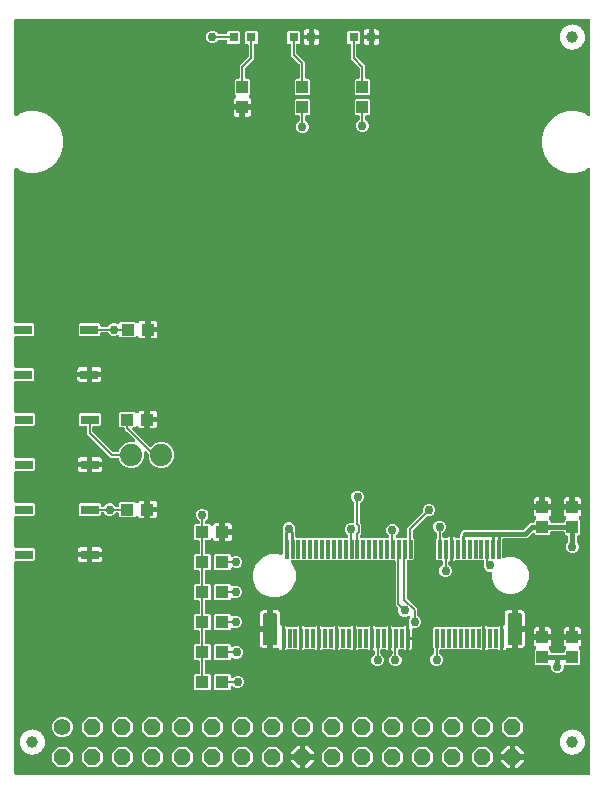
<source format=gbr>
G04 EAGLE Gerber RS-274X export*
G75*
%MOMM*%
%FSLAX34Y34*%
%LPD*%
%INTop Copper*%
%IPPOS*%
%AMOC8*
5,1,8,0,0,1.08239X$1,22.5*%
G01*
%ADD10C,1.422400*%
%ADD11P,1.539592X8X22.500000*%
%ADD12R,0.800000X0.800000*%
%ADD13R,1.000000X1.100000*%
%ADD14C,1.000000*%
%ADD15R,1.100000X1.000000*%
%ADD16R,1.524000X0.762000*%
%ADD17C,0.045000*%
%ADD18C,0.180000*%
%ADD19C,1.879600*%
%ADD20C,0.756400*%
%ADD21C,0.152400*%
%ADD22C,2.667000*%
%ADD23C,0.406400*%
%ADD24C,0.254000*%

G36*
X522059Y10127D02*
X522059Y10127D01*
X522178Y10134D01*
X522216Y10147D01*
X522256Y10152D01*
X522367Y10195D01*
X522480Y10232D01*
X522514Y10254D01*
X522552Y10269D01*
X522648Y10338D01*
X522749Y10402D01*
X522777Y10432D01*
X522809Y10456D01*
X522885Y10547D01*
X522967Y10634D01*
X522986Y10669D01*
X523012Y10700D01*
X523063Y10808D01*
X523120Y10912D01*
X523130Y10952D01*
X523148Y10988D01*
X523170Y11105D01*
X523200Y11220D01*
X523204Y11280D01*
X523208Y11300D01*
X523206Y11321D01*
X523210Y11381D01*
X523239Y436884D01*
X523239Y522637D01*
X523223Y522768D01*
X523212Y522900D01*
X523203Y522925D01*
X523199Y522952D01*
X523151Y523075D01*
X523107Y523200D01*
X523092Y523223D01*
X523082Y523248D01*
X523005Y523354D01*
X522931Y523465D01*
X522911Y523483D01*
X522896Y523505D01*
X522793Y523590D01*
X522695Y523678D01*
X522671Y523691D01*
X522651Y523708D01*
X522531Y523764D01*
X522414Y523826D01*
X522387Y523832D01*
X522363Y523843D01*
X522233Y523868D01*
X522104Y523899D01*
X522077Y523898D01*
X522051Y523903D01*
X521919Y523895D01*
X521786Y523892D01*
X521760Y523885D01*
X521733Y523883D01*
X521607Y523843D01*
X521480Y523807D01*
X521445Y523790D01*
X521431Y523785D01*
X521412Y523774D01*
X521335Y523736D01*
X518049Y521839D01*
X511428Y520064D01*
X504572Y520064D01*
X497951Y521839D01*
X492014Y525266D01*
X487166Y530114D01*
X483739Y536051D01*
X481964Y542672D01*
X481964Y549528D01*
X483739Y556149D01*
X487166Y562086D01*
X492014Y566934D01*
X497951Y570361D01*
X504572Y572136D01*
X511428Y572136D01*
X518049Y570361D01*
X521335Y568464D01*
X521458Y568413D01*
X521577Y568357D01*
X521604Y568351D01*
X521629Y568341D01*
X521760Y568322D01*
X521890Y568297D01*
X521916Y568298D01*
X521943Y568294D01*
X522075Y568308D01*
X522207Y568317D01*
X522233Y568325D01*
X522259Y568328D01*
X522384Y568374D01*
X522509Y568415D01*
X522532Y568429D01*
X522558Y568438D01*
X522666Y568514D01*
X522778Y568585D01*
X522797Y568604D01*
X522819Y568620D01*
X522905Y568720D01*
X522996Y568816D01*
X523009Y568840D01*
X523027Y568860D01*
X523086Y568979D01*
X523150Y569095D01*
X523156Y569121D01*
X523168Y569145D01*
X523196Y569275D01*
X523229Y569403D01*
X523231Y569441D01*
X523235Y569456D01*
X523234Y569478D01*
X523239Y569563D01*
X523239Y648970D01*
X523224Y649088D01*
X523217Y649207D01*
X523204Y649245D01*
X523199Y649286D01*
X523156Y649396D01*
X523119Y649509D01*
X523097Y649544D01*
X523082Y649581D01*
X523013Y649677D01*
X522949Y649778D01*
X522919Y649806D01*
X522896Y649839D01*
X522804Y649915D01*
X522717Y649996D01*
X522682Y650016D01*
X522651Y650041D01*
X522543Y650092D01*
X522439Y650150D01*
X522399Y650160D01*
X522363Y650177D01*
X522246Y650199D01*
X522131Y650229D01*
X522071Y650233D01*
X522051Y650237D01*
X522030Y650235D01*
X521970Y650239D01*
X36830Y650239D01*
X36712Y650224D01*
X36593Y650217D01*
X36555Y650204D01*
X36514Y650199D01*
X36404Y650156D01*
X36291Y650119D01*
X36256Y650097D01*
X36219Y650082D01*
X36123Y650013D01*
X36022Y649949D01*
X35994Y649919D01*
X35961Y649896D01*
X35885Y649804D01*
X35804Y649717D01*
X35784Y649682D01*
X35759Y649651D01*
X35708Y649543D01*
X35650Y649439D01*
X35640Y649399D01*
X35623Y649363D01*
X35601Y649246D01*
X35571Y649131D01*
X35567Y649071D01*
X35563Y649051D01*
X35565Y649030D01*
X35561Y648970D01*
X35561Y569563D01*
X35577Y569432D01*
X35588Y569300D01*
X35597Y569275D01*
X35601Y569248D01*
X35649Y569125D01*
X35693Y569000D01*
X35708Y568977D01*
X35718Y568952D01*
X35795Y568845D01*
X35869Y568735D01*
X35889Y568717D01*
X35904Y568695D01*
X36007Y568610D01*
X36105Y568522D01*
X36129Y568509D01*
X36149Y568492D01*
X36269Y568436D01*
X36386Y568374D01*
X36413Y568368D01*
X36437Y568357D01*
X36567Y568332D01*
X36696Y568301D01*
X36723Y568302D01*
X36749Y568297D01*
X36881Y568305D01*
X37014Y568308D01*
X37040Y568315D01*
X37067Y568317D01*
X37193Y568357D01*
X37320Y568393D01*
X37355Y568410D01*
X37369Y568415D01*
X37388Y568426D01*
X37465Y568464D01*
X40751Y570361D01*
X47372Y572136D01*
X54228Y572136D01*
X60849Y570361D01*
X66786Y566934D01*
X71634Y562086D01*
X75061Y556149D01*
X76836Y549528D01*
X76836Y542672D01*
X75061Y536051D01*
X71634Y530114D01*
X66786Y525266D01*
X60849Y521839D01*
X54228Y520064D01*
X47372Y520064D01*
X40751Y521839D01*
X37465Y523736D01*
X37342Y523787D01*
X37223Y523843D01*
X37196Y523849D01*
X37171Y523859D01*
X37040Y523878D01*
X36910Y523903D01*
X36884Y523902D01*
X36857Y523906D01*
X36725Y523892D01*
X36593Y523883D01*
X36567Y523875D01*
X36541Y523872D01*
X36416Y523826D01*
X36291Y523785D01*
X36268Y523771D01*
X36242Y523762D01*
X36134Y523686D01*
X36022Y523615D01*
X36003Y523596D01*
X35981Y523580D01*
X35895Y523480D01*
X35804Y523384D01*
X35791Y523360D01*
X35773Y523340D01*
X35714Y523221D01*
X35650Y523105D01*
X35644Y523079D01*
X35632Y523055D01*
X35604Y522925D01*
X35571Y522797D01*
X35569Y522759D01*
X35565Y522744D01*
X35566Y522722D01*
X35561Y522637D01*
X35561Y393954D01*
X35576Y393836D01*
X35583Y393717D01*
X35596Y393679D01*
X35601Y393638D01*
X35644Y393528D01*
X35681Y393415D01*
X35703Y393380D01*
X35718Y393343D01*
X35787Y393247D01*
X35851Y393146D01*
X35881Y393118D01*
X35904Y393085D01*
X35996Y393009D01*
X36083Y392928D01*
X36118Y392908D01*
X36149Y392883D01*
X36257Y392832D01*
X36361Y392774D01*
X36401Y392764D01*
X36437Y392747D01*
X36554Y392725D01*
X36669Y392695D01*
X36729Y392691D01*
X36749Y392687D01*
X36770Y392689D01*
X36830Y392685D01*
X51432Y392685D01*
X52325Y391792D01*
X52325Y382908D01*
X51432Y382015D01*
X36830Y382015D01*
X36712Y382000D01*
X36593Y381993D01*
X36555Y381980D01*
X36514Y381975D01*
X36404Y381932D01*
X36291Y381895D01*
X36256Y381873D01*
X36219Y381858D01*
X36123Y381789D01*
X36022Y381725D01*
X35994Y381695D01*
X35961Y381672D01*
X35885Y381580D01*
X35804Y381493D01*
X35784Y381458D01*
X35759Y381427D01*
X35708Y381319D01*
X35650Y381215D01*
X35640Y381175D01*
X35623Y381139D01*
X35601Y381022D01*
X35571Y380907D01*
X35567Y380847D01*
X35563Y380827D01*
X35564Y380817D01*
X35563Y380813D01*
X35564Y380800D01*
X35561Y380746D01*
X35561Y355854D01*
X35576Y355736D01*
X35583Y355617D01*
X35596Y355579D01*
X35601Y355538D01*
X35644Y355428D01*
X35681Y355315D01*
X35703Y355280D01*
X35718Y355243D01*
X35787Y355147D01*
X35851Y355046D01*
X35881Y355018D01*
X35904Y354985D01*
X35996Y354909D01*
X36083Y354828D01*
X36118Y354808D01*
X36149Y354783D01*
X36257Y354732D01*
X36361Y354674D01*
X36401Y354664D01*
X36437Y354647D01*
X36554Y354625D01*
X36669Y354595D01*
X36729Y354591D01*
X36749Y354587D01*
X36770Y354589D01*
X36830Y354585D01*
X51432Y354585D01*
X52325Y353692D01*
X52325Y344808D01*
X51432Y343915D01*
X36830Y343915D01*
X36712Y343900D01*
X36593Y343893D01*
X36555Y343880D01*
X36514Y343875D01*
X36404Y343832D01*
X36291Y343795D01*
X36256Y343773D01*
X36219Y343758D01*
X36123Y343689D01*
X36022Y343625D01*
X35994Y343595D01*
X35961Y343572D01*
X35885Y343480D01*
X35804Y343393D01*
X35784Y343358D01*
X35759Y343327D01*
X35708Y343219D01*
X35650Y343115D01*
X35640Y343075D01*
X35623Y343039D01*
X35601Y342922D01*
X35571Y342807D01*
X35567Y342747D01*
X35563Y342727D01*
X35565Y342706D01*
X35561Y342646D01*
X35561Y317754D01*
X35576Y317636D01*
X35583Y317517D01*
X35596Y317479D01*
X35601Y317438D01*
X35644Y317328D01*
X35681Y317215D01*
X35703Y317180D01*
X35718Y317143D01*
X35787Y317047D01*
X35851Y316946D01*
X35881Y316918D01*
X35904Y316885D01*
X35996Y316809D01*
X36083Y316728D01*
X36118Y316708D01*
X36149Y316683D01*
X36257Y316632D01*
X36361Y316574D01*
X36401Y316564D01*
X36437Y316547D01*
X36554Y316525D01*
X36669Y316495D01*
X36729Y316491D01*
X36749Y316487D01*
X36770Y316489D01*
X36830Y316485D01*
X51686Y316485D01*
X52579Y315592D01*
X52579Y306708D01*
X51686Y305815D01*
X36830Y305815D01*
X36712Y305800D01*
X36593Y305793D01*
X36555Y305780D01*
X36514Y305775D01*
X36404Y305732D01*
X36291Y305695D01*
X36256Y305673D01*
X36219Y305658D01*
X36123Y305589D01*
X36022Y305525D01*
X35994Y305495D01*
X35961Y305472D01*
X35885Y305380D01*
X35804Y305293D01*
X35784Y305258D01*
X35759Y305227D01*
X35708Y305119D01*
X35650Y305015D01*
X35640Y304975D01*
X35623Y304939D01*
X35601Y304822D01*
X35571Y304707D01*
X35567Y304647D01*
X35563Y304627D01*
X35565Y304606D01*
X35561Y304546D01*
X35561Y279654D01*
X35576Y279536D01*
X35583Y279417D01*
X35596Y279379D01*
X35601Y279338D01*
X35644Y279228D01*
X35681Y279115D01*
X35703Y279080D01*
X35718Y279043D01*
X35787Y278947D01*
X35851Y278846D01*
X35881Y278818D01*
X35904Y278785D01*
X35996Y278709D01*
X36083Y278628D01*
X36118Y278608D01*
X36149Y278583D01*
X36257Y278532D01*
X36361Y278474D01*
X36401Y278464D01*
X36437Y278447D01*
X36554Y278425D01*
X36669Y278395D01*
X36729Y278391D01*
X36749Y278387D01*
X36770Y278389D01*
X36830Y278385D01*
X51686Y278385D01*
X52579Y277492D01*
X52579Y268608D01*
X51686Y267715D01*
X36830Y267715D01*
X36712Y267700D01*
X36593Y267693D01*
X36555Y267680D01*
X36514Y267675D01*
X36404Y267632D01*
X36291Y267595D01*
X36256Y267573D01*
X36219Y267558D01*
X36123Y267489D01*
X36022Y267425D01*
X35994Y267395D01*
X35961Y267372D01*
X35885Y267280D01*
X35804Y267193D01*
X35784Y267158D01*
X35759Y267127D01*
X35708Y267019D01*
X35650Y266915D01*
X35640Y266875D01*
X35623Y266839D01*
X35601Y266722D01*
X35571Y266607D01*
X35567Y266547D01*
X35563Y266527D01*
X35565Y266506D01*
X35561Y266446D01*
X35561Y241554D01*
X35576Y241435D01*
X35583Y241317D01*
X35596Y241279D01*
X35601Y241238D01*
X35644Y241128D01*
X35681Y241015D01*
X35703Y240980D01*
X35718Y240943D01*
X35787Y240847D01*
X35851Y240746D01*
X35881Y240718D01*
X35904Y240685D01*
X35996Y240609D01*
X36083Y240528D01*
X36118Y240508D01*
X36149Y240483D01*
X36257Y240432D01*
X36361Y240374D01*
X36401Y240364D01*
X36437Y240347D01*
X36554Y240325D01*
X36669Y240295D01*
X36729Y240291D01*
X36749Y240287D01*
X36770Y240289D01*
X36830Y240285D01*
X51686Y240285D01*
X52579Y239392D01*
X52579Y230508D01*
X51686Y229615D01*
X36830Y229615D01*
X36712Y229600D01*
X36593Y229593D01*
X36555Y229580D01*
X36514Y229575D01*
X36404Y229532D01*
X36291Y229495D01*
X36256Y229473D01*
X36219Y229458D01*
X36123Y229389D01*
X36022Y229325D01*
X35994Y229295D01*
X35961Y229272D01*
X35885Y229180D01*
X35804Y229093D01*
X35784Y229058D01*
X35759Y229027D01*
X35708Y228919D01*
X35650Y228815D01*
X35640Y228775D01*
X35623Y228739D01*
X35601Y228622D01*
X35571Y228507D01*
X35567Y228447D01*
X35563Y228427D01*
X35565Y228406D01*
X35561Y228346D01*
X35561Y203454D01*
X35576Y203336D01*
X35583Y203217D01*
X35596Y203179D01*
X35601Y203138D01*
X35644Y203028D01*
X35681Y202915D01*
X35703Y202880D01*
X35718Y202843D01*
X35787Y202747D01*
X35851Y202646D01*
X35881Y202618D01*
X35904Y202585D01*
X35996Y202509D01*
X36083Y202428D01*
X36118Y202408D01*
X36149Y202383D01*
X36257Y202332D01*
X36361Y202274D01*
X36401Y202264D01*
X36437Y202247D01*
X36554Y202225D01*
X36669Y202195D01*
X36729Y202191D01*
X36749Y202187D01*
X36770Y202189D01*
X36830Y202185D01*
X51686Y202185D01*
X52579Y201292D01*
X52579Y192408D01*
X51686Y191515D01*
X36830Y191515D01*
X36712Y191500D01*
X36593Y191493D01*
X36555Y191480D01*
X36514Y191475D01*
X36404Y191432D01*
X36291Y191395D01*
X36256Y191373D01*
X36219Y191358D01*
X36123Y191289D01*
X36022Y191225D01*
X35994Y191195D01*
X35961Y191172D01*
X35885Y191080D01*
X35804Y190993D01*
X35784Y190958D01*
X35759Y190927D01*
X35708Y190819D01*
X35650Y190715D01*
X35640Y190675D01*
X35623Y190639D01*
X35601Y190522D01*
X35571Y190407D01*
X35567Y190347D01*
X35563Y190327D01*
X35565Y190306D01*
X35561Y190246D01*
X35561Y11429D01*
X35576Y11311D01*
X35583Y11192D01*
X35596Y11153D01*
X35601Y11113D01*
X35644Y11003D01*
X35681Y10889D01*
X35703Y10855D01*
X35718Y10818D01*
X35787Y10721D01*
X35851Y10621D01*
X35881Y10593D01*
X35904Y10560D01*
X35996Y10484D01*
X36083Y10403D01*
X36118Y10383D01*
X36149Y10357D01*
X36257Y10307D01*
X36361Y10249D01*
X36401Y10239D01*
X36437Y10222D01*
X36554Y10200D01*
X36669Y10170D01*
X36730Y10166D01*
X36749Y10162D01*
X36770Y10163D01*
X36830Y10160D01*
X521941Y10112D01*
X522059Y10127D01*
G37*
%LPC*%
G36*
X369369Y127369D02*
X369369Y127369D01*
X369369Y136882D01*
X369378Y136895D01*
X369449Y136979D01*
X369470Y137024D01*
X369498Y137065D01*
X369537Y137168D01*
X369584Y137267D01*
X369593Y137316D01*
X369611Y137362D01*
X369623Y137472D01*
X369644Y137579D01*
X369641Y137629D01*
X369646Y137678D01*
X369631Y137787D01*
X369624Y137897D01*
X369609Y137944D01*
X369602Y137993D01*
X369550Y138146D01*
X369343Y138644D01*
X369343Y140756D01*
X370151Y142706D01*
X370538Y143093D01*
X370581Y143148D01*
X370631Y143197D01*
X370678Y143273D01*
X370733Y143344D01*
X370761Y143408D01*
X370797Y143468D01*
X370824Y143553D01*
X370859Y143636D01*
X370870Y143705D01*
X370891Y143772D01*
X370895Y143861D01*
X370909Y143950D01*
X370903Y144020D01*
X370906Y144089D01*
X370888Y144177D01*
X370879Y144267D01*
X370856Y144333D01*
X370842Y144401D01*
X370802Y144481D01*
X370772Y144566D01*
X370733Y144624D01*
X370702Y144686D01*
X370644Y144755D01*
X370593Y144829D01*
X370541Y144875D01*
X370495Y144928D01*
X370422Y144980D01*
X370355Y145040D01*
X370292Y145071D01*
X370235Y145112D01*
X370151Y145143D01*
X370071Y145184D01*
X370003Y145199D01*
X369938Y145224D01*
X369849Y145234D01*
X369761Y145254D01*
X369691Y145252D01*
X369622Y145259D01*
X369533Y145247D01*
X369443Y145244D01*
X369376Y145225D01*
X369307Y145215D01*
X369155Y145163D01*
X367070Y144299D01*
X364958Y144299D01*
X363008Y145107D01*
X361515Y146600D01*
X360707Y148550D01*
X360707Y150899D01*
X360695Y150997D01*
X360692Y151096D01*
X360675Y151154D01*
X360667Y151215D01*
X360631Y151307D01*
X360603Y151402D01*
X360573Y151454D01*
X360550Y151510D01*
X360492Y151590D01*
X360442Y151676D01*
X360376Y151751D01*
X360364Y151768D01*
X360354Y151775D01*
X360336Y151797D01*
X358393Y153739D01*
X358393Y191056D01*
X358378Y191174D01*
X358371Y191293D01*
X358358Y191331D01*
X358353Y191372D01*
X358310Y191482D01*
X358273Y191595D01*
X358251Y191630D01*
X358236Y191667D01*
X358167Y191763D01*
X358103Y191864D01*
X358073Y191892D01*
X358050Y191925D01*
X357958Y192001D01*
X357871Y192082D01*
X357836Y192102D01*
X357805Y192127D01*
X357697Y192178D01*
X357593Y192236D01*
X357553Y192246D01*
X357517Y192263D01*
X357400Y192285D01*
X357285Y192315D01*
X357225Y192319D01*
X357205Y192323D01*
X357184Y192321D01*
X357124Y192325D01*
X270872Y192325D01*
X270734Y192308D01*
X270596Y192295D01*
X270577Y192288D01*
X270557Y192285D01*
X270427Y192234D01*
X270296Y192187D01*
X270280Y192176D01*
X270261Y192168D01*
X270149Y192087D01*
X270033Y192009D01*
X270020Y191993D01*
X270004Y191982D01*
X269915Y191874D01*
X269823Y191770D01*
X269814Y191752D01*
X269801Y191737D01*
X269741Y191611D01*
X269678Y191487D01*
X269674Y191467D01*
X269665Y191449D01*
X269639Y191312D01*
X269609Y191177D01*
X269609Y191156D01*
X269605Y191137D01*
X269614Y190998D01*
X269618Y190859D01*
X269624Y190839D01*
X269625Y190819D01*
X269668Y190687D01*
X269707Y190553D01*
X269717Y190536D01*
X269723Y190517D01*
X269798Y190399D01*
X269868Y190279D01*
X269887Y190258D01*
X269893Y190248D01*
X269908Y190234D01*
X269975Y190159D01*
X270996Y189137D01*
X273761Y182462D01*
X273761Y175238D01*
X270996Y168563D01*
X265887Y163454D01*
X259212Y160689D01*
X251988Y160689D01*
X245313Y163454D01*
X240204Y168563D01*
X237439Y175238D01*
X237439Y182462D01*
X240204Y189137D01*
X245313Y194246D01*
X251988Y197011D01*
X259212Y197011D01*
X260820Y196345D01*
X260868Y196332D01*
X260913Y196310D01*
X261021Y196290D01*
X261127Y196261D01*
X261177Y196260D01*
X261226Y196251D01*
X261335Y196257D01*
X261445Y196256D01*
X261493Y196267D01*
X261543Y196270D01*
X261647Y196304D01*
X261754Y196330D01*
X261798Y196353D01*
X261845Y196368D01*
X261938Y196427D01*
X262035Y196479D01*
X262072Y196512D01*
X262114Y196539D01*
X262189Y196619D01*
X262271Y196693D01*
X262298Y196734D01*
X262332Y196770D01*
X262385Y196866D01*
X262445Y196958D01*
X262462Y197005D01*
X262486Y197049D01*
X262513Y197155D01*
X262549Y197259D01*
X262553Y197309D01*
X262565Y197357D01*
X262575Y197517D01*
X262575Y209882D01*
X262591Y209911D01*
X262628Y209959D01*
X262668Y210050D01*
X262716Y210137D01*
X262731Y210195D01*
X262755Y210251D01*
X262770Y210349D01*
X262795Y210445D01*
X262801Y210545D01*
X262805Y210565D01*
X262803Y210577D01*
X262805Y210605D01*
X262805Y217043D01*
X262804Y217052D01*
X262805Y217062D01*
X262785Y217205D01*
X262783Y217237D01*
X262780Y217247D01*
X262765Y217359D01*
X262762Y217367D01*
X262761Y217377D01*
X262709Y217529D01*
X262663Y217638D01*
X262663Y219750D01*
X263471Y221700D01*
X264964Y223193D01*
X266914Y224001D01*
X269026Y224001D01*
X270976Y223193D01*
X272469Y221700D01*
X273277Y219750D01*
X273277Y217498D01*
X273274Y217486D01*
X273277Y217400D01*
X273277Y217386D01*
X273277Y217382D01*
X273278Y217357D01*
X273276Y217227D01*
X273283Y217198D01*
X273284Y217169D01*
X273320Y217044D01*
X273350Y216917D01*
X273364Y216891D01*
X273372Y216863D01*
X273395Y216825D01*
X273395Y212144D01*
X273410Y212026D01*
X273417Y211907D01*
X273430Y211869D01*
X273435Y211828D01*
X273478Y211718D01*
X273515Y211605D01*
X273537Y211570D01*
X273552Y211533D01*
X273621Y211437D01*
X273685Y211336D01*
X273715Y211308D01*
X273738Y211275D01*
X273830Y211199D01*
X273917Y211118D01*
X273952Y211098D01*
X273983Y211073D01*
X274091Y211022D01*
X274195Y210964D01*
X274235Y210954D01*
X274271Y210937D01*
X274388Y210915D01*
X274503Y210885D01*
X274563Y210881D01*
X274583Y210877D01*
X274604Y210879D01*
X274664Y210875D01*
X317044Y210875D01*
X317162Y210890D01*
X317281Y210897D01*
X317319Y210910D01*
X317360Y210915D01*
X317470Y210958D01*
X317583Y210995D01*
X317618Y211017D01*
X317655Y211032D01*
X317751Y211101D01*
X317852Y211165D01*
X317880Y211195D01*
X317913Y211218D01*
X317989Y211310D01*
X318070Y211397D01*
X318090Y211432D01*
X318115Y211463D01*
X318166Y211571D01*
X318224Y211675D01*
X318234Y211715D01*
X318251Y211751D01*
X318273Y211868D01*
X318303Y211983D01*
X318307Y212043D01*
X318311Y212063D01*
X318309Y212084D01*
X318313Y212144D01*
X318313Y212520D01*
X318310Y212549D01*
X318312Y212578D01*
X318290Y212706D01*
X318273Y212835D01*
X318263Y212863D01*
X318257Y212892D01*
X318204Y213010D01*
X318156Y213131D01*
X318139Y213155D01*
X318127Y213182D01*
X318046Y213283D01*
X317970Y213388D01*
X317947Y213407D01*
X317928Y213430D01*
X317825Y213508D01*
X317725Y213591D01*
X317698Y213604D01*
X317674Y213621D01*
X317544Y213685D01*
X316049Y215180D01*
X315241Y217130D01*
X315241Y219242D01*
X316049Y221192D01*
X317542Y222685D01*
X319492Y223493D01*
X321618Y223493D01*
X321651Y223477D01*
X321759Y223457D01*
X321865Y223428D01*
X321915Y223427D01*
X321964Y223417D01*
X322073Y223424D01*
X322183Y223422D01*
X322231Y223434D01*
X322281Y223437D01*
X322385Y223471D01*
X322492Y223497D01*
X322536Y223520D01*
X322583Y223535D01*
X322676Y223594D01*
X322773Y223645D01*
X322810Y223679D01*
X322852Y223705D01*
X322927Y223785D01*
X323009Y223859D01*
X323036Y223901D01*
X323070Y223937D01*
X323123Y224033D01*
X323183Y224125D01*
X323200Y224172D01*
X323224Y224215D01*
X323251Y224322D01*
X323287Y224426D01*
X323291Y224475D01*
X323303Y224523D01*
X323313Y224684D01*
X323313Y240410D01*
X323301Y240508D01*
X323298Y240607D01*
X323281Y240666D01*
X323273Y240726D01*
X323237Y240818D01*
X323209Y240913D01*
X323179Y240965D01*
X323156Y241021D01*
X323098Y241101D01*
X323048Y241187D01*
X322982Y241262D01*
X322970Y241279D01*
X322960Y241286D01*
X322942Y241308D01*
X321637Y242612D01*
X320829Y244562D01*
X320829Y246674D01*
X321637Y248624D01*
X323130Y250117D01*
X325080Y250925D01*
X327192Y250925D01*
X329142Y250117D01*
X330635Y248624D01*
X331443Y246674D01*
X331443Y244562D01*
X330635Y242612D01*
X329142Y241119D01*
X328670Y240924D01*
X328645Y240909D01*
X328617Y240900D01*
X328507Y240831D01*
X328394Y240766D01*
X328373Y240746D01*
X328348Y240730D01*
X328259Y240635D01*
X328166Y240545D01*
X328150Y240520D01*
X328130Y240498D01*
X328067Y240385D01*
X327999Y240274D01*
X327991Y240246D01*
X327976Y240220D01*
X327944Y240094D01*
X327906Y239970D01*
X327904Y239940D01*
X327897Y239912D01*
X327887Y239751D01*
X327887Y224353D01*
X327899Y224255D01*
X327902Y224156D01*
X327919Y224098D01*
X327927Y224038D01*
X327963Y223946D01*
X327991Y223850D01*
X328021Y223798D01*
X328044Y223742D01*
X328102Y223662D01*
X328152Y223577D01*
X328218Y223501D01*
X328230Y223485D01*
X328240Y223477D01*
X328258Y223456D01*
X329411Y222303D01*
X329411Y214577D01*
X328258Y213424D01*
X328198Y213346D01*
X328130Y213274D01*
X328101Y213221D01*
X328064Y213173D01*
X328024Y213082D01*
X327976Y212995D01*
X327961Y212937D01*
X327937Y212881D01*
X327922Y212783D01*
X327897Y212687D01*
X327891Y212587D01*
X327887Y212567D01*
X327889Y212555D01*
X327887Y212527D01*
X327887Y212144D01*
X327902Y212026D01*
X327909Y211907D01*
X327922Y211869D01*
X327927Y211828D01*
X327970Y211718D01*
X328007Y211605D01*
X328029Y211570D01*
X328044Y211533D01*
X328113Y211437D01*
X328177Y211336D01*
X328207Y211308D01*
X328230Y211275D01*
X328322Y211199D01*
X328409Y211118D01*
X328444Y211098D01*
X328475Y211073D01*
X328583Y211022D01*
X328687Y210964D01*
X328727Y210954D01*
X328763Y210937D01*
X328880Y210915D01*
X328995Y210885D01*
X329055Y210881D01*
X329075Y210877D01*
X329096Y210879D01*
X329156Y210875D01*
X351580Y210875D01*
X351718Y210892D01*
X351857Y210905D01*
X351876Y210912D01*
X351896Y210915D01*
X352025Y210966D01*
X352156Y211013D01*
X352173Y211024D01*
X352191Y211032D01*
X352304Y211113D01*
X352419Y211191D01*
X352432Y211207D01*
X352449Y211218D01*
X352538Y211326D01*
X352629Y211430D01*
X352639Y211448D01*
X352652Y211463D01*
X352711Y211589D01*
X352774Y211713D01*
X352778Y211733D01*
X352787Y211751D01*
X352813Y211888D01*
X352844Y212023D01*
X352843Y212044D01*
X352847Y212063D01*
X352838Y212202D01*
X352834Y212341D01*
X352828Y212361D01*
X352827Y212381D01*
X352784Y212513D01*
X352746Y212647D01*
X352735Y212664D01*
X352729Y212683D01*
X352655Y212801D01*
X352584Y212921D01*
X352566Y212942D01*
X352559Y212952D01*
X352544Y212966D01*
X352478Y213041D01*
X351101Y214418D01*
X350293Y216368D01*
X350293Y218480D01*
X351101Y220430D01*
X352594Y221923D01*
X354544Y222731D01*
X356656Y222731D01*
X358606Y221923D01*
X360099Y220430D01*
X360907Y218480D01*
X360907Y216368D01*
X360099Y214418D01*
X358722Y213041D01*
X358637Y212932D01*
X358548Y212825D01*
X358540Y212806D01*
X358527Y212790D01*
X358472Y212662D01*
X358413Y212537D01*
X358409Y212517D01*
X358401Y212498D01*
X358379Y212360D01*
X358353Y212224D01*
X358354Y212204D01*
X358351Y212184D01*
X358364Y212045D01*
X358373Y211907D01*
X358379Y211888D01*
X358381Y211868D01*
X358428Y211736D01*
X358471Y211605D01*
X358482Y211587D01*
X358489Y211568D01*
X358567Y211453D01*
X358641Y211336D01*
X358656Y211322D01*
X358667Y211305D01*
X358771Y211213D01*
X358873Y211118D01*
X358890Y211108D01*
X358906Y211095D01*
X359030Y211031D01*
X359151Y210964D01*
X359171Y210959D01*
X359189Y210950D01*
X359325Y210920D01*
X359459Y210885D01*
X359487Y210883D01*
X359499Y210880D01*
X359520Y210881D01*
X359620Y210875D01*
X367044Y210875D01*
X367162Y210890D01*
X367281Y210897D01*
X367319Y210910D01*
X367360Y210915D01*
X367470Y210958D01*
X367583Y210995D01*
X367618Y211017D01*
X367655Y211032D01*
X367751Y211101D01*
X367852Y211165D01*
X367880Y211195D01*
X367913Y211218D01*
X367989Y211310D01*
X368070Y211397D01*
X368090Y211432D01*
X368115Y211463D01*
X368166Y211571D01*
X368224Y211675D01*
X368234Y211715D01*
X368251Y211751D01*
X368273Y211868D01*
X368303Y211983D01*
X368307Y212043D01*
X368311Y212063D01*
X368309Y212084D01*
X368313Y212144D01*
X368313Y219401D01*
X380980Y232067D01*
X380998Y232091D01*
X381020Y232110D01*
X381095Y232216D01*
X381174Y232319D01*
X381186Y232346D01*
X381203Y232370D01*
X381249Y232491D01*
X381301Y232611D01*
X381305Y232640D01*
X381316Y232668D01*
X381330Y232796D01*
X381351Y232925D01*
X381348Y232954D01*
X381351Y232984D01*
X381333Y233112D01*
X381321Y233241D01*
X381311Y233269D01*
X381307Y233298D01*
X381281Y233373D01*
X381281Y235498D01*
X382089Y237448D01*
X383582Y238941D01*
X385532Y239749D01*
X387644Y239749D01*
X389594Y238941D01*
X391087Y237448D01*
X391895Y235498D01*
X391895Y233386D01*
X391087Y231436D01*
X389594Y229943D01*
X387644Y229135D01*
X385518Y229135D01*
X385415Y229158D01*
X385290Y229193D01*
X385261Y229193D01*
X385232Y229200D01*
X385102Y229196D01*
X384972Y229198D01*
X384943Y229191D01*
X384914Y229190D01*
X384789Y229154D01*
X384663Y229124D01*
X384637Y229110D01*
X384608Y229101D01*
X384497Y229036D01*
X384382Y228975D01*
X384360Y228955D01*
X384334Y228940D01*
X384213Y228834D01*
X373258Y217879D01*
X373198Y217800D01*
X373130Y217728D01*
X373104Y217681D01*
X373103Y217680D01*
X373101Y217676D01*
X373101Y217675D01*
X373064Y217627D01*
X373024Y217536D01*
X372976Y217450D01*
X372961Y217391D01*
X372937Y217335D01*
X372922Y217237D01*
X372897Y217142D01*
X372891Y217042D01*
X372887Y217021D01*
X372889Y217009D01*
X372887Y216981D01*
X372887Y211113D01*
X372899Y211015D01*
X372902Y210916D01*
X372919Y210858D01*
X372927Y210798D01*
X372963Y210706D01*
X372991Y210611D01*
X373021Y210559D01*
X373044Y210502D01*
X373102Y210422D01*
X373152Y210337D01*
X373218Y210262D01*
X373230Y210245D01*
X373240Y210237D01*
X373259Y210216D01*
X373625Y209850D01*
X373625Y193350D01*
X372600Y192325D01*
X369316Y192325D01*
X369198Y192310D01*
X369079Y192303D01*
X369041Y192290D01*
X369000Y192285D01*
X368890Y192242D01*
X368777Y192205D01*
X368742Y192183D01*
X368705Y192168D01*
X368609Y192099D01*
X368508Y192035D01*
X368480Y192005D01*
X368447Y191982D01*
X368371Y191890D01*
X368290Y191803D01*
X368270Y191768D01*
X368245Y191737D01*
X368194Y191629D01*
X368136Y191525D01*
X368126Y191485D01*
X368109Y191449D01*
X368087Y191332D01*
X368057Y191217D01*
X368053Y191157D01*
X368049Y191137D01*
X368051Y191116D01*
X368047Y191056D01*
X368047Y159969D01*
X368059Y159871D01*
X368062Y159772D01*
X368079Y159714D01*
X368087Y159653D01*
X368123Y159561D01*
X368151Y159466D01*
X368181Y159414D01*
X368204Y159358D01*
X368262Y159278D01*
X368312Y159192D01*
X368378Y159117D01*
X368390Y159100D01*
X368400Y159093D01*
X368418Y159071D01*
X376683Y150807D01*
X376683Y145450D01*
X376686Y145421D01*
X376684Y145391D01*
X376706Y145264D01*
X376723Y145135D01*
X376733Y145107D01*
X376738Y145078D01*
X376792Y144959D01*
X376840Y144839D01*
X376857Y144815D01*
X376869Y144788D01*
X376950Y144686D01*
X377026Y144582D01*
X377049Y144563D01*
X377068Y144540D01*
X377171Y144462D01*
X377271Y144379D01*
X377298Y144366D01*
X377322Y144348D01*
X377466Y144277D01*
X377656Y144199D01*
X379149Y142706D01*
X379957Y140756D01*
X379957Y138644D01*
X379149Y136694D01*
X377656Y135201D01*
X375706Y134393D01*
X373410Y134393D01*
X373292Y134378D01*
X373173Y134371D01*
X373135Y134358D01*
X373094Y134353D01*
X372984Y134310D01*
X372871Y134273D01*
X372836Y134251D01*
X372799Y134236D01*
X372703Y134167D01*
X372602Y134103D01*
X372574Y134073D01*
X372541Y134050D01*
X372465Y133958D01*
X372384Y133871D01*
X372364Y133836D01*
X372339Y133805D01*
X372288Y133697D01*
X372230Y133593D01*
X372220Y133553D01*
X372203Y133517D01*
X372181Y133400D01*
X372151Y133285D01*
X372147Y133225D01*
X372143Y133205D01*
X372145Y133184D01*
X372141Y133124D01*
X372141Y127369D01*
X369369Y127369D01*
G37*
%LPD*%
%LPC*%
G36*
X452485Y163189D02*
X452485Y163189D01*
X446729Y165573D01*
X442323Y169979D01*
X439939Y175735D01*
X439939Y181130D01*
X439924Y181248D01*
X439917Y181367D01*
X439904Y181405D01*
X439899Y181446D01*
X439856Y181556D01*
X439819Y181669D01*
X439797Y181704D01*
X439782Y181741D01*
X439713Y181837D01*
X439649Y181938D01*
X439619Y181966D01*
X439596Y181999D01*
X439504Y182075D01*
X439417Y182156D01*
X439382Y182176D01*
X439351Y182201D01*
X439243Y182252D01*
X439139Y182310D01*
X439099Y182320D01*
X439063Y182337D01*
X438946Y182359D01*
X438831Y182389D01*
X438771Y182393D01*
X438751Y182397D01*
X438730Y182395D01*
X438670Y182399D01*
X437094Y182399D01*
X435144Y183207D01*
X433651Y184700D01*
X432843Y186650D01*
X432843Y188762D01*
X433217Y189663D01*
X433219Y189672D01*
X433224Y189680D01*
X433261Y189825D01*
X433301Y189970D01*
X433301Y189979D01*
X433303Y189988D01*
X433313Y190149D01*
X433313Y191056D01*
X433298Y191174D01*
X433291Y191293D01*
X433278Y191331D01*
X433273Y191372D01*
X433230Y191482D01*
X433193Y191595D01*
X433171Y191630D01*
X433156Y191667D01*
X433087Y191763D01*
X433023Y191864D01*
X432993Y191892D01*
X432970Y191925D01*
X432878Y192001D01*
X432791Y192082D01*
X432756Y192102D01*
X432725Y192127D01*
X432617Y192178D01*
X432513Y192236D01*
X432473Y192246D01*
X432437Y192263D01*
X432320Y192285D01*
X432205Y192315D01*
X432145Y192319D01*
X432125Y192323D01*
X432104Y192321D01*
X432044Y192325D01*
X409562Y192325D01*
X409464Y192313D01*
X409365Y192310D01*
X409307Y192293D01*
X409247Y192285D01*
X409155Y192249D01*
X409060Y192221D01*
X409007Y192191D01*
X408951Y192168D01*
X408871Y192110D01*
X408786Y192060D01*
X408710Y191994D01*
X408694Y191982D01*
X408686Y191972D01*
X408665Y191954D01*
X408573Y191862D01*
X407943Y191498D01*
X407239Y191309D01*
X406869Y191309D01*
X406869Y201600D01*
X406869Y211891D01*
X407239Y211891D01*
X407943Y211702D01*
X408573Y211338D01*
X408665Y211246D01*
X408743Y211186D01*
X408815Y211118D01*
X408868Y211089D01*
X408916Y211052D01*
X409007Y211012D01*
X409094Y210964D01*
X409152Y210949D01*
X409208Y210925D01*
X409306Y210910D01*
X409402Y210885D01*
X409502Y210879D01*
X409522Y210875D01*
X409534Y210877D01*
X409562Y210875D01*
X411536Y210875D01*
X411654Y210890D01*
X411773Y210897D01*
X411811Y210910D01*
X411852Y210915D01*
X411962Y210958D01*
X412075Y210995D01*
X412110Y211017D01*
X412147Y211032D01*
X412243Y211101D01*
X412344Y211165D01*
X412372Y211195D01*
X412405Y211218D01*
X412481Y211310D01*
X412562Y211397D01*
X412582Y211432D01*
X412607Y211463D01*
X412658Y211571D01*
X412716Y211675D01*
X412726Y211715D01*
X412743Y211751D01*
X412765Y211868D01*
X412795Y211983D01*
X412799Y212043D01*
X412803Y212063D01*
X412801Y212084D01*
X412805Y212144D01*
X412805Y214066D01*
X413140Y214400D01*
X413200Y214478D01*
X413268Y214550D01*
X413297Y214603D01*
X413334Y214651D01*
X413374Y214742D01*
X413422Y214829D01*
X413437Y214887D01*
X413461Y214943D01*
X413476Y215041D01*
X413501Y215137D01*
X413507Y215237D01*
X413511Y215257D01*
X413509Y215269D01*
X413511Y215297D01*
X413511Y215849D01*
X415595Y217933D01*
X466123Y217933D01*
X466221Y217945D01*
X466320Y217948D01*
X466378Y217965D01*
X466439Y217973D01*
X466531Y218009D01*
X466626Y218037D01*
X466678Y218067D01*
X466734Y218090D01*
X466814Y218148D01*
X466900Y218198D01*
X466975Y218264D01*
X466992Y218276D01*
X466999Y218286D01*
X467021Y218304D01*
X472373Y223657D01*
X474806Y223657D01*
X474924Y223672D01*
X475043Y223679D01*
X475081Y223692D01*
X475122Y223697D01*
X475232Y223740D01*
X475345Y223777D01*
X475380Y223799D01*
X475417Y223814D01*
X475513Y223883D01*
X475614Y223947D01*
X475642Y223977D01*
X475675Y224000D01*
X475751Y224092D01*
X475832Y224179D01*
X475852Y224214D01*
X475877Y224245D01*
X475928Y224353D01*
X475986Y224457D01*
X475996Y224497D01*
X476013Y224533D01*
X476035Y224650D01*
X476065Y224765D01*
X476069Y224825D01*
X476073Y224845D01*
X476071Y224866D01*
X476075Y224926D01*
X476075Y226232D01*
X477007Y227164D01*
X477084Y227263D01*
X477166Y227358D01*
X477181Y227388D01*
X477202Y227415D01*
X477252Y227530D01*
X477308Y227643D01*
X477315Y227676D01*
X477329Y227707D01*
X477348Y227831D01*
X477374Y227954D01*
X477373Y227987D01*
X477378Y228021D01*
X477367Y228146D01*
X477361Y228272D01*
X477352Y228304D01*
X477349Y228337D01*
X477306Y228456D01*
X477270Y228576D01*
X477252Y228605D01*
X477241Y228637D01*
X477170Y228741D01*
X477105Y228848D01*
X477081Y228872D01*
X477062Y228900D01*
X476968Y228983D01*
X476878Y229071D01*
X476838Y229098D01*
X476824Y229110D01*
X476805Y229120D01*
X476744Y229160D01*
X476040Y229567D01*
X475567Y230040D01*
X475232Y230619D01*
X475059Y231266D01*
X475059Y234601D01*
X481370Y234601D01*
X481488Y234616D01*
X481607Y234623D01*
X481645Y234635D01*
X481685Y234641D01*
X481796Y234684D01*
X481909Y234721D01*
X481943Y234743D01*
X481981Y234758D01*
X482077Y234827D01*
X482178Y234891D01*
X482206Y234921D01*
X482238Y234944D01*
X482314Y235036D01*
X482396Y235123D01*
X482415Y235158D01*
X482441Y235189D01*
X482492Y235297D01*
X482549Y235401D01*
X482559Y235441D01*
X482577Y235477D01*
X482597Y235584D01*
X482601Y235554D01*
X482645Y235444D01*
X482681Y235331D01*
X482703Y235296D01*
X482718Y235259D01*
X482788Y235162D01*
X482851Y235062D01*
X482881Y235034D01*
X482905Y235001D01*
X482996Y234925D01*
X483083Y234844D01*
X483118Y234824D01*
X483150Y234799D01*
X483257Y234748D01*
X483362Y234690D01*
X483401Y234680D01*
X483437Y234663D01*
X483554Y234641D01*
X483670Y234611D01*
X483730Y234607D01*
X483750Y234603D01*
X483770Y234605D01*
X483830Y234601D01*
X490141Y234601D01*
X490141Y231266D01*
X489968Y230619D01*
X489633Y230040D01*
X489160Y229567D01*
X488456Y229160D01*
X488356Y229084D01*
X488252Y229014D01*
X488229Y228988D01*
X488202Y228968D01*
X488124Y228869D01*
X488041Y228775D01*
X488026Y228745D01*
X488005Y228719D01*
X487954Y228604D01*
X487896Y228492D01*
X487889Y228459D01*
X487875Y228428D01*
X487854Y228304D01*
X487827Y228182D01*
X487828Y228148D01*
X487822Y228115D01*
X487833Y227989D01*
X487836Y227864D01*
X487846Y227831D01*
X487849Y227798D01*
X487890Y227679D01*
X487925Y227558D01*
X487942Y227529D01*
X487953Y227497D01*
X488022Y227393D01*
X488086Y227284D01*
X488119Y227248D01*
X488129Y227232D01*
X488145Y227218D01*
X488193Y227164D01*
X489125Y226232D01*
X489125Y224926D01*
X489140Y224808D01*
X489147Y224689D01*
X489160Y224651D01*
X489165Y224610D01*
X489208Y224500D01*
X489245Y224387D01*
X489267Y224352D01*
X489282Y224315D01*
X489351Y224219D01*
X489415Y224118D01*
X489445Y224090D01*
X489468Y224057D01*
X489560Y223981D01*
X489647Y223900D01*
X489682Y223880D01*
X489713Y223855D01*
X489821Y223804D01*
X489925Y223746D01*
X489965Y223736D01*
X490001Y223719D01*
X490118Y223697D01*
X490233Y223667D01*
X490293Y223663D01*
X490313Y223659D01*
X490334Y223661D01*
X490394Y223657D01*
X500206Y223657D01*
X500324Y223672D01*
X500443Y223679D01*
X500481Y223692D01*
X500522Y223697D01*
X500632Y223740D01*
X500745Y223777D01*
X500780Y223799D01*
X500817Y223814D01*
X500913Y223883D01*
X501014Y223947D01*
X501042Y223977D01*
X501075Y224000D01*
X501151Y224092D01*
X501232Y224179D01*
X501252Y224214D01*
X501277Y224245D01*
X501328Y224353D01*
X501386Y224457D01*
X501396Y224497D01*
X501413Y224533D01*
X501435Y224650D01*
X501465Y224765D01*
X501469Y224825D01*
X501473Y224845D01*
X501471Y224866D01*
X501475Y224926D01*
X501475Y226232D01*
X502407Y227164D01*
X502484Y227263D01*
X502566Y227358D01*
X502581Y227388D01*
X502602Y227415D01*
X502652Y227530D01*
X502708Y227643D01*
X502715Y227676D01*
X502729Y227707D01*
X502748Y227831D01*
X502774Y227954D01*
X502773Y227987D01*
X502778Y228021D01*
X502767Y228146D01*
X502761Y228272D01*
X502752Y228304D01*
X502749Y228337D01*
X502706Y228456D01*
X502670Y228576D01*
X502652Y228605D01*
X502641Y228637D01*
X502570Y228741D01*
X502505Y228848D01*
X502481Y228872D01*
X502462Y228900D01*
X502368Y228983D01*
X502278Y229071D01*
X502238Y229098D01*
X502224Y229110D01*
X502205Y229120D01*
X502144Y229160D01*
X501440Y229567D01*
X500967Y230040D01*
X500632Y230619D01*
X500459Y231266D01*
X500459Y234601D01*
X506770Y234601D01*
X506888Y234616D01*
X507007Y234623D01*
X507045Y234635D01*
X507085Y234641D01*
X507196Y234684D01*
X507309Y234721D01*
X507343Y234743D01*
X507381Y234758D01*
X507477Y234827D01*
X507578Y234891D01*
X507606Y234921D01*
X507638Y234944D01*
X507714Y235036D01*
X507796Y235123D01*
X507815Y235158D01*
X507841Y235189D01*
X507892Y235297D01*
X507949Y235401D01*
X507959Y235441D01*
X507977Y235477D01*
X507997Y235584D01*
X508001Y235554D01*
X508045Y235444D01*
X508081Y235331D01*
X508103Y235296D01*
X508118Y235259D01*
X508188Y235162D01*
X508251Y235062D01*
X508281Y235034D01*
X508305Y235001D01*
X508396Y234925D01*
X508483Y234844D01*
X508518Y234824D01*
X508550Y234799D01*
X508657Y234748D01*
X508762Y234690D01*
X508801Y234680D01*
X508837Y234663D01*
X508954Y234641D01*
X509070Y234611D01*
X509130Y234607D01*
X509150Y234603D01*
X509170Y234605D01*
X509230Y234601D01*
X515541Y234601D01*
X515541Y231266D01*
X515368Y230619D01*
X515033Y230040D01*
X514560Y229567D01*
X513856Y229160D01*
X513756Y229084D01*
X513652Y229014D01*
X513629Y228988D01*
X513602Y228968D01*
X513524Y228869D01*
X513441Y228775D01*
X513426Y228745D01*
X513405Y228719D01*
X513354Y228604D01*
X513296Y228492D01*
X513289Y228459D01*
X513275Y228428D01*
X513254Y228304D01*
X513227Y228182D01*
X513228Y228148D01*
X513222Y228115D01*
X513233Y227989D01*
X513236Y227864D01*
X513246Y227831D01*
X513249Y227798D01*
X513290Y227679D01*
X513325Y227558D01*
X513342Y227529D01*
X513353Y227497D01*
X513422Y227393D01*
X513486Y227284D01*
X513519Y227248D01*
X513529Y227232D01*
X513545Y227218D01*
X513593Y227164D01*
X514525Y226232D01*
X514525Y213968D01*
X513632Y213075D01*
X512826Y213075D01*
X512708Y213060D01*
X512589Y213053D01*
X512551Y213040D01*
X512510Y213035D01*
X512400Y212992D01*
X512287Y212955D01*
X512252Y212933D01*
X512215Y212918D01*
X512119Y212849D01*
X512018Y212785D01*
X511990Y212755D01*
X511957Y212732D01*
X511881Y212640D01*
X511800Y212553D01*
X511780Y212518D01*
X511755Y212487D01*
X511704Y212379D01*
X511646Y212275D01*
X511636Y212235D01*
X511619Y212199D01*
X511597Y212082D01*
X511567Y211967D01*
X511563Y211907D01*
X511559Y211887D01*
X511561Y211866D01*
X511557Y211806D01*
X511557Y207674D01*
X511569Y207576D01*
X511572Y207477D01*
X511589Y207418D01*
X511597Y207358D01*
X511633Y207266D01*
X511661Y207171D01*
X511691Y207119D01*
X511714Y207063D01*
X511772Y206983D01*
X511822Y206897D01*
X511888Y206822D01*
X511900Y206805D01*
X511910Y206798D01*
X511928Y206776D01*
X512499Y206206D01*
X513307Y204256D01*
X513307Y202144D01*
X512499Y200194D01*
X511006Y198701D01*
X509056Y197893D01*
X506944Y197893D01*
X504994Y198701D01*
X503501Y200194D01*
X502693Y202144D01*
X502693Y204256D01*
X503501Y206206D01*
X504072Y206776D01*
X504132Y206855D01*
X504200Y206927D01*
X504229Y206980D01*
X504266Y207028D01*
X504306Y207119D01*
X504354Y207205D01*
X504369Y207264D01*
X504393Y207320D01*
X504408Y207417D01*
X504433Y207513D01*
X504439Y207613D01*
X504443Y207634D01*
X504441Y207646D01*
X504443Y207674D01*
X504443Y211806D01*
X504428Y211924D01*
X504421Y212043D01*
X504408Y212081D01*
X504403Y212122D01*
X504360Y212232D01*
X504323Y212345D01*
X504301Y212380D01*
X504286Y212417D01*
X504217Y212513D01*
X504153Y212614D01*
X504123Y212642D01*
X504100Y212675D01*
X504008Y212751D01*
X503921Y212832D01*
X503886Y212852D01*
X503855Y212877D01*
X503747Y212928D01*
X503643Y212986D01*
X503603Y212996D01*
X503567Y213013D01*
X503450Y213035D01*
X503335Y213065D01*
X503275Y213069D01*
X503255Y213073D01*
X503234Y213071D01*
X503174Y213075D01*
X502368Y213075D01*
X501475Y213968D01*
X501475Y215274D01*
X501460Y215392D01*
X501453Y215511D01*
X501440Y215549D01*
X501435Y215590D01*
X501392Y215700D01*
X501355Y215813D01*
X501333Y215848D01*
X501318Y215885D01*
X501249Y215981D01*
X501185Y216082D01*
X501155Y216110D01*
X501132Y216143D01*
X501040Y216219D01*
X500953Y216300D01*
X500918Y216320D01*
X500887Y216345D01*
X500779Y216396D01*
X500675Y216454D01*
X500635Y216464D01*
X500599Y216481D01*
X500482Y216503D01*
X500367Y216533D01*
X500307Y216537D01*
X500287Y216541D01*
X500266Y216539D01*
X500206Y216543D01*
X490394Y216543D01*
X490276Y216528D01*
X490157Y216521D01*
X490119Y216508D01*
X490078Y216503D01*
X489968Y216460D01*
X489855Y216423D01*
X489820Y216401D01*
X489783Y216386D01*
X489687Y216317D01*
X489586Y216253D01*
X489558Y216223D01*
X489525Y216200D01*
X489449Y216108D01*
X489368Y216021D01*
X489348Y215986D01*
X489323Y215955D01*
X489272Y215847D01*
X489214Y215743D01*
X489204Y215703D01*
X489187Y215667D01*
X489165Y215550D01*
X489135Y215435D01*
X489131Y215375D01*
X489127Y215355D01*
X489129Y215334D01*
X489125Y215274D01*
X489125Y213968D01*
X488232Y213075D01*
X476968Y213075D01*
X476075Y213968D01*
X476075Y214235D01*
X476058Y214373D01*
X476045Y214511D01*
X476038Y214531D01*
X476035Y214551D01*
X475984Y214680D01*
X475937Y214811D01*
X475926Y214828D01*
X475918Y214846D01*
X475837Y214959D01*
X475759Y215074D01*
X475743Y215087D01*
X475732Y215104D01*
X475624Y215192D01*
X475520Y215284D01*
X475502Y215294D01*
X475487Y215306D01*
X475361Y215366D01*
X475237Y215429D01*
X475217Y215433D01*
X475199Y215442D01*
X475063Y215468D01*
X474927Y215499D01*
X474906Y215498D01*
X474887Y215502D01*
X474748Y215493D01*
X474609Y215489D01*
X474589Y215483D01*
X474569Y215482D01*
X474437Y215439D01*
X474303Y215401D01*
X474286Y215390D01*
X474267Y215384D01*
X474149Y215309D01*
X474029Y215239D01*
X474008Y215220D01*
X473998Y215214D01*
X473984Y215199D01*
X473909Y215133D01*
X469595Y210819D01*
X449894Y210819D01*
X449776Y210804D01*
X449657Y210797D01*
X449619Y210784D01*
X449578Y210779D01*
X449468Y210736D01*
X449355Y210699D01*
X449320Y210677D01*
X449283Y210662D01*
X449187Y210593D01*
X449086Y210529D01*
X449058Y210499D01*
X449025Y210476D01*
X448949Y210384D01*
X448868Y210297D01*
X448848Y210262D01*
X448823Y210231D01*
X448772Y210123D01*
X448714Y210019D01*
X448704Y209979D01*
X448687Y209943D01*
X448665Y209826D01*
X448635Y209711D01*
X448631Y209651D01*
X448627Y209631D01*
X448629Y209610D01*
X448625Y209550D01*
X448625Y194811D01*
X448631Y194762D01*
X448629Y194712D01*
X448651Y194605D01*
X448665Y194496D01*
X448683Y194450D01*
X448693Y194401D01*
X448741Y194302D01*
X448782Y194200D01*
X448811Y194160D01*
X448833Y194115D01*
X448904Y194032D01*
X448968Y193943D01*
X449007Y193911D01*
X449039Y193873D01*
X449129Y193810D01*
X449213Y193740D01*
X449258Y193719D01*
X449299Y193690D01*
X449402Y193651D01*
X449501Y193604D01*
X449550Y193595D01*
X449596Y193577D01*
X449706Y193565D01*
X449813Y193545D01*
X449863Y193548D01*
X449912Y193542D01*
X450021Y193558D01*
X450131Y193564D01*
X450178Y193580D01*
X450227Y193587D01*
X450380Y193639D01*
X452485Y194511D01*
X458715Y194511D01*
X464471Y192127D01*
X468877Y187721D01*
X471261Y181965D01*
X471261Y175735D01*
X468877Y169979D01*
X464471Y165573D01*
X458715Y163189D01*
X452485Y163189D01*
G37*
%LPD*%
%LPC*%
G36*
X188568Y82375D02*
X188568Y82375D01*
X187675Y83268D01*
X187675Y94532D01*
X188568Y95425D01*
X191144Y95425D01*
X191262Y95440D01*
X191381Y95447D01*
X191419Y95460D01*
X191460Y95465D01*
X191570Y95508D01*
X191683Y95545D01*
X191718Y95567D01*
X191755Y95582D01*
X191851Y95651D01*
X191952Y95715D01*
X191980Y95745D01*
X192013Y95768D01*
X192089Y95860D01*
X192170Y95947D01*
X192190Y95982D01*
X192215Y96013D01*
X192266Y96121D01*
X192324Y96225D01*
X192334Y96265D01*
X192351Y96301D01*
X192373Y96418D01*
X192403Y96533D01*
X192407Y96593D01*
X192411Y96613D01*
X192409Y96634D01*
X192413Y96694D01*
X192413Y106506D01*
X192398Y106624D01*
X192391Y106743D01*
X192378Y106781D01*
X192373Y106822D01*
X192330Y106932D01*
X192293Y107045D01*
X192271Y107080D01*
X192256Y107117D01*
X192187Y107213D01*
X192123Y107314D01*
X192093Y107342D01*
X192070Y107375D01*
X191978Y107451D01*
X191891Y107532D01*
X191856Y107552D01*
X191825Y107577D01*
X191717Y107628D01*
X191613Y107686D01*
X191573Y107696D01*
X191537Y107713D01*
X191420Y107735D01*
X191305Y107765D01*
X191245Y107769D01*
X191225Y107773D01*
X191204Y107771D01*
X191144Y107775D01*
X188568Y107775D01*
X187675Y108668D01*
X187675Y119932D01*
X188568Y120825D01*
X191144Y120825D01*
X191262Y120840D01*
X191381Y120847D01*
X191419Y120860D01*
X191460Y120865D01*
X191570Y120908D01*
X191683Y120945D01*
X191718Y120967D01*
X191755Y120982D01*
X191851Y121051D01*
X191952Y121115D01*
X191980Y121145D01*
X192013Y121168D01*
X192089Y121260D01*
X192170Y121347D01*
X192190Y121382D01*
X192215Y121413D01*
X192266Y121521D01*
X192324Y121625D01*
X192334Y121665D01*
X192351Y121701D01*
X192373Y121818D01*
X192403Y121933D01*
X192407Y121993D01*
X192411Y122013D01*
X192409Y122034D01*
X192413Y122094D01*
X192413Y131906D01*
X192398Y132024D01*
X192391Y132143D01*
X192378Y132181D01*
X192373Y132222D01*
X192330Y132332D01*
X192293Y132445D01*
X192271Y132480D01*
X192256Y132517D01*
X192187Y132613D01*
X192123Y132714D01*
X192093Y132742D01*
X192070Y132775D01*
X191978Y132851D01*
X191891Y132932D01*
X191856Y132952D01*
X191825Y132977D01*
X191717Y133028D01*
X191613Y133086D01*
X191573Y133096D01*
X191537Y133113D01*
X191420Y133135D01*
X191305Y133165D01*
X191245Y133169D01*
X191225Y133173D01*
X191204Y133171D01*
X191144Y133175D01*
X188568Y133175D01*
X187675Y134068D01*
X187675Y145332D01*
X188568Y146225D01*
X191144Y146225D01*
X191262Y146240D01*
X191381Y146247D01*
X191419Y146260D01*
X191460Y146265D01*
X191570Y146308D01*
X191683Y146345D01*
X191718Y146367D01*
X191755Y146382D01*
X191851Y146451D01*
X191952Y146515D01*
X191980Y146545D01*
X192013Y146568D01*
X192089Y146660D01*
X192170Y146747D01*
X192190Y146782D01*
X192215Y146813D01*
X192266Y146921D01*
X192324Y147025D01*
X192334Y147065D01*
X192351Y147101D01*
X192373Y147218D01*
X192403Y147333D01*
X192407Y147393D01*
X192411Y147413D01*
X192409Y147434D01*
X192413Y147494D01*
X192413Y157306D01*
X192398Y157424D01*
X192391Y157543D01*
X192378Y157581D01*
X192373Y157622D01*
X192330Y157732D01*
X192293Y157845D01*
X192271Y157880D01*
X192256Y157917D01*
X192187Y158013D01*
X192123Y158114D01*
X192093Y158142D01*
X192070Y158175D01*
X191978Y158251D01*
X191891Y158332D01*
X191856Y158352D01*
X191825Y158377D01*
X191717Y158428D01*
X191613Y158486D01*
X191573Y158496D01*
X191537Y158513D01*
X191420Y158535D01*
X191305Y158565D01*
X191245Y158569D01*
X191225Y158573D01*
X191204Y158571D01*
X191144Y158575D01*
X188568Y158575D01*
X187675Y159468D01*
X187675Y170732D01*
X188568Y171625D01*
X191144Y171625D01*
X191262Y171640D01*
X191381Y171647D01*
X191419Y171660D01*
X191460Y171665D01*
X191570Y171708D01*
X191683Y171745D01*
X191718Y171767D01*
X191755Y171782D01*
X191851Y171851D01*
X191952Y171915D01*
X191980Y171945D01*
X192013Y171968D01*
X192089Y172060D01*
X192170Y172147D01*
X192190Y172182D01*
X192215Y172213D01*
X192266Y172321D01*
X192324Y172425D01*
X192334Y172465D01*
X192351Y172501D01*
X192373Y172618D01*
X192403Y172733D01*
X192407Y172793D01*
X192411Y172813D01*
X192409Y172834D01*
X192413Y172894D01*
X192413Y182706D01*
X192398Y182824D01*
X192391Y182943D01*
X192378Y182981D01*
X192373Y183022D01*
X192330Y183132D01*
X192293Y183245D01*
X192271Y183280D01*
X192256Y183317D01*
X192187Y183413D01*
X192123Y183514D01*
X192093Y183542D01*
X192070Y183575D01*
X191978Y183651D01*
X191891Y183732D01*
X191856Y183752D01*
X191825Y183777D01*
X191717Y183828D01*
X191613Y183886D01*
X191573Y183896D01*
X191537Y183913D01*
X191420Y183935D01*
X191305Y183965D01*
X191245Y183969D01*
X191225Y183973D01*
X191204Y183971D01*
X191144Y183975D01*
X188568Y183975D01*
X187675Y184868D01*
X187675Y196132D01*
X188568Y197025D01*
X191144Y197025D01*
X191262Y197040D01*
X191381Y197047D01*
X191419Y197060D01*
X191460Y197065D01*
X191570Y197108D01*
X191683Y197145D01*
X191718Y197167D01*
X191755Y197182D01*
X191851Y197251D01*
X191952Y197315D01*
X191980Y197345D01*
X192013Y197368D01*
X192089Y197460D01*
X192170Y197547D01*
X192190Y197582D01*
X192215Y197613D01*
X192266Y197721D01*
X192324Y197825D01*
X192334Y197865D01*
X192351Y197901D01*
X192373Y198018D01*
X192403Y198133D01*
X192407Y198193D01*
X192411Y198213D01*
X192409Y198234D01*
X192413Y198294D01*
X192413Y208106D01*
X192398Y208224D01*
X192391Y208343D01*
X192378Y208381D01*
X192373Y208422D01*
X192330Y208532D01*
X192293Y208645D01*
X192271Y208680D01*
X192256Y208717D01*
X192187Y208813D01*
X192123Y208914D01*
X192093Y208942D01*
X192070Y208975D01*
X191978Y209051D01*
X191891Y209132D01*
X191856Y209152D01*
X191825Y209177D01*
X191717Y209228D01*
X191613Y209286D01*
X191573Y209296D01*
X191537Y209313D01*
X191420Y209335D01*
X191305Y209365D01*
X191245Y209369D01*
X191225Y209373D01*
X191204Y209371D01*
X191144Y209375D01*
X188568Y209375D01*
X187675Y210268D01*
X187675Y221532D01*
X188568Y222425D01*
X191144Y222425D01*
X191262Y222440D01*
X191381Y222447D01*
X191419Y222460D01*
X191460Y222465D01*
X191570Y222508D01*
X191683Y222545D01*
X191718Y222567D01*
X191755Y222582D01*
X191851Y222651D01*
X191952Y222715D01*
X191980Y222745D01*
X192013Y222768D01*
X192089Y222860D01*
X192170Y222947D01*
X192190Y222982D01*
X192215Y223013D01*
X192266Y223121D01*
X192324Y223225D01*
X192334Y223265D01*
X192351Y223301D01*
X192373Y223418D01*
X192403Y223533D01*
X192407Y223593D01*
X192411Y223613D01*
X192409Y223634D01*
X192413Y223694D01*
X192413Y224677D01*
X192410Y224706D01*
X192412Y224736D01*
X192390Y224863D01*
X192373Y224992D01*
X192363Y225020D01*
X192358Y225049D01*
X192304Y225167D01*
X192256Y225288D01*
X192239Y225312D01*
X192227Y225339D01*
X192146Y225440D01*
X192070Y225545D01*
X192047Y225564D01*
X192028Y225587D01*
X191925Y225665D01*
X191825Y225748D01*
X191798Y225761D01*
X191774Y225779D01*
X191630Y225849D01*
X191558Y225879D01*
X190065Y227372D01*
X189257Y229322D01*
X189257Y231434D01*
X190065Y233384D01*
X191558Y234877D01*
X193508Y235685D01*
X195620Y235685D01*
X197570Y234877D01*
X199063Y233384D01*
X199871Y231434D01*
X199871Y229322D01*
X199063Y227372D01*
X197497Y225806D01*
X197494Y225804D01*
X197473Y225784D01*
X197448Y225768D01*
X197359Y225673D01*
X197265Y225583D01*
X197250Y225558D01*
X197230Y225537D01*
X197167Y225423D01*
X197099Y225312D01*
X197091Y225284D01*
X197076Y225258D01*
X197044Y225132D01*
X197006Y225008D01*
X197004Y224979D01*
X196997Y224950D01*
X196987Y224789D01*
X196987Y223694D01*
X197002Y223576D01*
X197009Y223457D01*
X197022Y223419D01*
X197027Y223378D01*
X197070Y223268D01*
X197107Y223155D01*
X197129Y223120D01*
X197144Y223083D01*
X197213Y222987D01*
X197277Y222886D01*
X197307Y222858D01*
X197330Y222825D01*
X197422Y222749D01*
X197509Y222668D01*
X197544Y222648D01*
X197575Y222623D01*
X197683Y222572D01*
X197787Y222514D01*
X197827Y222504D01*
X197863Y222487D01*
X197980Y222465D01*
X198095Y222435D01*
X198155Y222431D01*
X198175Y222427D01*
X198196Y222429D01*
X198256Y222425D01*
X200832Y222425D01*
X201764Y221493D01*
X201863Y221416D01*
X201958Y221334D01*
X201988Y221318D01*
X202015Y221298D01*
X202130Y221248D01*
X202243Y221192D01*
X202276Y221185D01*
X202307Y221171D01*
X202431Y221152D01*
X202554Y221126D01*
X202587Y221127D01*
X202621Y221122D01*
X202746Y221133D01*
X202871Y221139D01*
X202904Y221148D01*
X202937Y221151D01*
X203056Y221194D01*
X203176Y221230D01*
X203205Y221248D01*
X203237Y221259D01*
X203341Y221330D01*
X203448Y221395D01*
X203472Y221419D01*
X203500Y221438D01*
X203583Y221532D01*
X203671Y221622D01*
X203698Y221662D01*
X203710Y221676D01*
X203720Y221696D01*
X203760Y221756D01*
X204167Y222460D01*
X204640Y222933D01*
X205219Y223268D01*
X205866Y223441D01*
X209201Y223441D01*
X209201Y217130D01*
X209216Y217012D01*
X209223Y216893D01*
X209235Y216855D01*
X209241Y216815D01*
X209284Y216704D01*
X209321Y216591D01*
X209343Y216557D01*
X209358Y216519D01*
X209427Y216423D01*
X209491Y216322D01*
X209521Y216294D01*
X209544Y216262D01*
X209636Y216186D01*
X209723Y216104D01*
X209758Y216085D01*
X209789Y216059D01*
X209897Y216008D01*
X210001Y215951D01*
X210041Y215941D01*
X210077Y215923D01*
X210184Y215903D01*
X210154Y215899D01*
X210044Y215855D01*
X209931Y215819D01*
X209896Y215797D01*
X209859Y215782D01*
X209762Y215712D01*
X209662Y215649D01*
X209634Y215619D01*
X209601Y215595D01*
X209525Y215504D01*
X209444Y215417D01*
X209424Y215382D01*
X209399Y215350D01*
X209348Y215243D01*
X209290Y215138D01*
X209280Y215099D01*
X209263Y215063D01*
X209241Y214946D01*
X209211Y214830D01*
X209207Y214770D01*
X209203Y214750D01*
X209205Y214730D01*
X209201Y214670D01*
X209201Y208359D01*
X205866Y208359D01*
X205219Y208532D01*
X204640Y208867D01*
X204167Y209340D01*
X203760Y210044D01*
X203688Y210140D01*
X203655Y210192D01*
X203647Y210199D01*
X203614Y210248D01*
X203588Y210271D01*
X203568Y210298D01*
X203469Y210376D01*
X203375Y210459D01*
X203345Y210474D01*
X203319Y210495D01*
X203204Y210546D01*
X203092Y210604D01*
X203059Y210611D01*
X203028Y210625D01*
X202904Y210646D01*
X202782Y210673D01*
X202748Y210672D01*
X202715Y210678D01*
X202589Y210667D01*
X202464Y210664D01*
X202431Y210654D01*
X202398Y210651D01*
X202279Y210610D01*
X202158Y210575D01*
X202129Y210558D01*
X202097Y210547D01*
X201993Y210478D01*
X201884Y210414D01*
X201848Y210381D01*
X201832Y210371D01*
X201818Y210355D01*
X201764Y210307D01*
X200832Y209375D01*
X198256Y209375D01*
X198138Y209360D01*
X198019Y209353D01*
X197981Y209340D01*
X197940Y209335D01*
X197830Y209292D01*
X197717Y209255D01*
X197682Y209233D01*
X197645Y209218D01*
X197549Y209149D01*
X197448Y209085D01*
X197420Y209055D01*
X197387Y209032D01*
X197311Y208940D01*
X197230Y208853D01*
X197210Y208818D01*
X197185Y208787D01*
X197134Y208679D01*
X197076Y208575D01*
X197066Y208535D01*
X197049Y208499D01*
X197027Y208382D01*
X196997Y208267D01*
X196993Y208207D01*
X196989Y208187D01*
X196991Y208166D01*
X196987Y208106D01*
X196987Y198294D01*
X197002Y198176D01*
X197009Y198057D01*
X197022Y198019D01*
X197027Y197978D01*
X197070Y197868D01*
X197107Y197755D01*
X197129Y197720D01*
X197144Y197683D01*
X197213Y197587D01*
X197277Y197486D01*
X197307Y197458D01*
X197330Y197425D01*
X197422Y197349D01*
X197509Y197268D01*
X197544Y197248D01*
X197575Y197223D01*
X197683Y197172D01*
X197787Y197114D01*
X197827Y197104D01*
X197863Y197087D01*
X197980Y197065D01*
X198095Y197035D01*
X198155Y197031D01*
X198175Y197027D01*
X198196Y197029D01*
X198256Y197025D01*
X200832Y197025D01*
X201725Y196132D01*
X201725Y184868D01*
X200832Y183975D01*
X198256Y183975D01*
X198138Y183960D01*
X198019Y183953D01*
X197981Y183940D01*
X197940Y183935D01*
X197830Y183892D01*
X197717Y183855D01*
X197682Y183833D01*
X197645Y183818D01*
X197549Y183749D01*
X197448Y183685D01*
X197420Y183655D01*
X197387Y183632D01*
X197311Y183540D01*
X197230Y183453D01*
X197210Y183418D01*
X197185Y183387D01*
X197134Y183279D01*
X197076Y183175D01*
X197066Y183135D01*
X197049Y183099D01*
X197027Y182982D01*
X196997Y182867D01*
X196993Y182807D01*
X196989Y182787D01*
X196991Y182766D01*
X196987Y182706D01*
X196987Y172894D01*
X197002Y172776D01*
X197009Y172657D01*
X197022Y172619D01*
X197027Y172578D01*
X197070Y172468D01*
X197107Y172355D01*
X197129Y172320D01*
X197144Y172283D01*
X197213Y172187D01*
X197277Y172086D01*
X197307Y172058D01*
X197330Y172025D01*
X197422Y171949D01*
X197509Y171868D01*
X197544Y171848D01*
X197575Y171823D01*
X197683Y171772D01*
X197787Y171714D01*
X197827Y171704D01*
X197863Y171687D01*
X197980Y171665D01*
X198095Y171635D01*
X198155Y171631D01*
X198175Y171627D01*
X198196Y171629D01*
X198256Y171625D01*
X200832Y171625D01*
X201725Y170732D01*
X201725Y159468D01*
X200832Y158575D01*
X198256Y158575D01*
X198138Y158560D01*
X198019Y158553D01*
X197981Y158540D01*
X197940Y158535D01*
X197830Y158492D01*
X197717Y158455D01*
X197682Y158433D01*
X197645Y158418D01*
X197549Y158349D01*
X197448Y158285D01*
X197420Y158255D01*
X197387Y158232D01*
X197311Y158140D01*
X197230Y158053D01*
X197210Y158018D01*
X197185Y157987D01*
X197134Y157879D01*
X197076Y157775D01*
X197066Y157735D01*
X197049Y157699D01*
X197027Y157582D01*
X196997Y157467D01*
X196993Y157407D01*
X196989Y157387D01*
X196991Y157366D01*
X196987Y157306D01*
X196987Y147494D01*
X197002Y147376D01*
X197009Y147257D01*
X197022Y147219D01*
X197027Y147178D01*
X197070Y147068D01*
X197107Y146955D01*
X197129Y146920D01*
X197144Y146883D01*
X197213Y146787D01*
X197277Y146686D01*
X197307Y146658D01*
X197330Y146625D01*
X197422Y146549D01*
X197509Y146468D01*
X197544Y146448D01*
X197575Y146423D01*
X197683Y146372D01*
X197787Y146314D01*
X197827Y146304D01*
X197863Y146287D01*
X197980Y146265D01*
X198095Y146235D01*
X198155Y146231D01*
X198175Y146227D01*
X198196Y146229D01*
X198256Y146225D01*
X200832Y146225D01*
X201725Y145332D01*
X201725Y134068D01*
X200832Y133175D01*
X198256Y133175D01*
X198138Y133160D01*
X198019Y133153D01*
X197981Y133140D01*
X197940Y133135D01*
X197830Y133092D01*
X197717Y133055D01*
X197682Y133033D01*
X197645Y133018D01*
X197549Y132949D01*
X197448Y132885D01*
X197420Y132855D01*
X197387Y132832D01*
X197311Y132740D01*
X197230Y132653D01*
X197210Y132618D01*
X197185Y132587D01*
X197134Y132479D01*
X197076Y132375D01*
X197066Y132335D01*
X197049Y132299D01*
X197027Y132182D01*
X196997Y132067D01*
X196993Y132007D01*
X196989Y131987D01*
X196991Y131966D01*
X196987Y131906D01*
X196987Y122094D01*
X197002Y121976D01*
X197009Y121857D01*
X197022Y121819D01*
X197027Y121778D01*
X197070Y121668D01*
X197107Y121555D01*
X197129Y121520D01*
X197144Y121483D01*
X197213Y121387D01*
X197277Y121286D01*
X197307Y121258D01*
X197330Y121225D01*
X197422Y121149D01*
X197509Y121068D01*
X197544Y121048D01*
X197575Y121023D01*
X197683Y120972D01*
X197787Y120914D01*
X197827Y120904D01*
X197863Y120887D01*
X197980Y120865D01*
X198095Y120835D01*
X198155Y120831D01*
X198175Y120827D01*
X198196Y120829D01*
X198256Y120825D01*
X200832Y120825D01*
X201725Y119932D01*
X201725Y108668D01*
X200832Y107775D01*
X198256Y107775D01*
X198138Y107760D01*
X198019Y107753D01*
X197981Y107740D01*
X197940Y107735D01*
X197830Y107692D01*
X197717Y107655D01*
X197682Y107633D01*
X197645Y107618D01*
X197549Y107549D01*
X197448Y107485D01*
X197420Y107455D01*
X197387Y107432D01*
X197311Y107340D01*
X197230Y107253D01*
X197210Y107218D01*
X197185Y107187D01*
X197134Y107079D01*
X197076Y106975D01*
X197066Y106935D01*
X197049Y106899D01*
X197027Y106782D01*
X196997Y106667D01*
X196993Y106607D01*
X196989Y106587D01*
X196991Y106566D01*
X196987Y106506D01*
X196987Y96694D01*
X197002Y96576D01*
X197009Y96457D01*
X197022Y96419D01*
X197027Y96378D01*
X197070Y96268D01*
X197107Y96155D01*
X197129Y96120D01*
X197144Y96083D01*
X197213Y95987D01*
X197277Y95886D01*
X197307Y95858D01*
X197330Y95825D01*
X197422Y95749D01*
X197509Y95668D01*
X197544Y95648D01*
X197575Y95623D01*
X197683Y95572D01*
X197787Y95514D01*
X197827Y95504D01*
X197863Y95487D01*
X197980Y95465D01*
X198095Y95435D01*
X198155Y95431D01*
X198175Y95427D01*
X198196Y95429D01*
X198256Y95425D01*
X200832Y95425D01*
X201725Y94532D01*
X201725Y83268D01*
X200832Y82375D01*
X188568Y82375D01*
G37*
%LPD*%
%LPC*%
G36*
X132447Y270255D02*
X132447Y270255D01*
X128433Y271918D01*
X125360Y274991D01*
X124069Y278108D01*
X124054Y278133D01*
X124045Y278161D01*
X123976Y278271D01*
X123912Y278384D01*
X123891Y278405D01*
X123875Y278430D01*
X123781Y278519D01*
X123690Y278612D01*
X123665Y278628D01*
X123644Y278648D01*
X123530Y278711D01*
X123419Y278779D01*
X123391Y278787D01*
X123365Y278802D01*
X123239Y278834D01*
X123115Y278872D01*
X123086Y278874D01*
X123057Y278881D01*
X122896Y278891D01*
X116909Y278891D01*
X97027Y298773D01*
X97027Y304546D01*
X97012Y304664D01*
X97005Y304783D01*
X96992Y304821D01*
X96987Y304862D01*
X96944Y304972D01*
X96907Y305085D01*
X96885Y305120D01*
X96870Y305157D01*
X96801Y305253D01*
X96737Y305354D01*
X96707Y305382D01*
X96684Y305415D01*
X96592Y305491D01*
X96505Y305572D01*
X96470Y305592D01*
X96439Y305617D01*
X96331Y305668D01*
X96227Y305726D01*
X96187Y305736D01*
X96151Y305753D01*
X96034Y305775D01*
X95919Y305805D01*
X95859Y305809D01*
X95839Y305813D01*
X95818Y305811D01*
X95758Y305815D01*
X91062Y305815D01*
X90169Y306708D01*
X90169Y315592D01*
X91062Y316485D01*
X107566Y316485D01*
X108459Y315592D01*
X108459Y306708D01*
X107566Y305815D01*
X102870Y305815D01*
X102752Y305800D01*
X102633Y305793D01*
X102595Y305780D01*
X102554Y305775D01*
X102444Y305732D01*
X102331Y305695D01*
X102296Y305673D01*
X102259Y305658D01*
X102163Y305589D01*
X102062Y305525D01*
X102034Y305495D01*
X102001Y305472D01*
X101925Y305380D01*
X101844Y305293D01*
X101824Y305258D01*
X101799Y305227D01*
X101748Y305119D01*
X101690Y305015D01*
X101680Y304975D01*
X101663Y304939D01*
X101641Y304822D01*
X101611Y304707D01*
X101607Y304647D01*
X101603Y304627D01*
X101605Y304606D01*
X101601Y304546D01*
X101601Y301193D01*
X101613Y301095D01*
X101616Y300996D01*
X101633Y300938D01*
X101641Y300877D01*
X101677Y300785D01*
X101705Y300690D01*
X101735Y300638D01*
X101758Y300582D01*
X101816Y300502D01*
X101866Y300416D01*
X101932Y300341D01*
X101944Y300324D01*
X101954Y300317D01*
X101972Y300295D01*
X118431Y283836D01*
X118510Y283776D01*
X118582Y283708D01*
X118635Y283679D01*
X118683Y283642D01*
X118774Y283602D01*
X118860Y283554D01*
X118919Y283539D01*
X118975Y283515D01*
X119073Y283500D01*
X119168Y283475D01*
X119268Y283469D01*
X119289Y283465D01*
X119301Y283467D01*
X119329Y283465D01*
X122896Y283465D01*
X122926Y283468D01*
X122955Y283466D01*
X123083Y283488D01*
X123212Y283505D01*
X123239Y283515D01*
X123269Y283520D01*
X123387Y283574D01*
X123508Y283622D01*
X123532Y283639D01*
X123558Y283651D01*
X123660Y283732D01*
X123765Y283808D01*
X123784Y283831D01*
X123807Y283850D01*
X123885Y283953D01*
X123968Y284053D01*
X123980Y284080D01*
X123998Y284104D01*
X124069Y284248D01*
X125360Y287365D01*
X128433Y290438D01*
X132447Y292101D01*
X136449Y292101D01*
X136587Y292118D01*
X136725Y292131D01*
X136745Y292138D01*
X136765Y292141D01*
X136894Y292192D01*
X137025Y292239D01*
X137042Y292250D01*
X137060Y292258D01*
X137173Y292339D01*
X137288Y292417D01*
X137301Y292433D01*
X137318Y292444D01*
X137406Y292552D01*
X137498Y292656D01*
X137508Y292674D01*
X137520Y292689D01*
X137580Y292815D01*
X137643Y292939D01*
X137647Y292959D01*
X137656Y292977D01*
X137682Y293113D01*
X137713Y293249D01*
X137712Y293270D01*
X137716Y293289D01*
X137707Y293428D01*
X137703Y293567D01*
X137697Y293587D01*
X137696Y293607D01*
X137653Y293739D01*
X137615Y293873D01*
X137604Y293890D01*
X137598Y293909D01*
X137523Y294027D01*
X137453Y294147D01*
X137434Y294168D01*
X137428Y294178D01*
X137413Y294192D01*
X137347Y294267D01*
X130625Y300990D01*
X128913Y302701D01*
X128913Y303356D01*
X128898Y303474D01*
X128891Y303593D01*
X128878Y303631D01*
X128873Y303672D01*
X128830Y303782D01*
X128793Y303895D01*
X128771Y303930D01*
X128756Y303967D01*
X128687Y304063D01*
X128623Y304164D01*
X128593Y304192D01*
X128570Y304225D01*
X128478Y304301D01*
X128391Y304382D01*
X128356Y304402D01*
X128325Y304427D01*
X128217Y304478D01*
X128113Y304536D01*
X128073Y304546D01*
X128037Y304563D01*
X127920Y304585D01*
X127805Y304615D01*
X127745Y304619D01*
X127725Y304623D01*
X127704Y304621D01*
X127644Y304625D01*
X125068Y304625D01*
X124175Y305518D01*
X124175Y316782D01*
X125068Y317675D01*
X137332Y317675D01*
X138264Y316743D01*
X138363Y316666D01*
X138458Y316584D01*
X138488Y316569D01*
X138515Y316548D01*
X138630Y316498D01*
X138743Y316442D01*
X138776Y316435D01*
X138807Y316421D01*
X138931Y316402D01*
X139054Y316376D01*
X139087Y316377D01*
X139121Y316372D01*
X139246Y316383D01*
X139372Y316389D01*
X139404Y316398D01*
X139437Y316401D01*
X139556Y316444D01*
X139676Y316480D01*
X139705Y316498D01*
X139737Y316509D01*
X139841Y316580D01*
X139948Y316645D01*
X139972Y316669D01*
X140000Y316688D01*
X140083Y316782D01*
X140171Y316872D01*
X140198Y316912D01*
X140210Y316926D01*
X140220Y316945D01*
X140260Y317006D01*
X140667Y317710D01*
X141140Y318183D01*
X141719Y318518D01*
X142366Y318691D01*
X145701Y318691D01*
X145701Y312380D01*
X145716Y312262D01*
X145723Y312143D01*
X145735Y312105D01*
X145741Y312065D01*
X145784Y311954D01*
X145821Y311841D01*
X145843Y311807D01*
X145858Y311769D01*
X145927Y311673D01*
X145991Y311572D01*
X146021Y311544D01*
X146044Y311512D01*
X146136Y311436D01*
X146223Y311354D01*
X146258Y311335D01*
X146289Y311309D01*
X146397Y311258D01*
X146501Y311201D01*
X146541Y311191D01*
X146577Y311173D01*
X146684Y311153D01*
X146654Y311149D01*
X146544Y311105D01*
X146431Y311069D01*
X146396Y311047D01*
X146359Y311032D01*
X146262Y310962D01*
X146162Y310899D01*
X146134Y310869D01*
X146101Y310845D01*
X146025Y310754D01*
X145944Y310667D01*
X145924Y310632D01*
X145899Y310600D01*
X145848Y310493D01*
X145790Y310388D01*
X145780Y310349D01*
X145763Y310313D01*
X145741Y310196D01*
X145711Y310080D01*
X145707Y310020D01*
X145703Y310000D01*
X145705Y309980D01*
X145701Y309920D01*
X145701Y303609D01*
X142366Y303609D01*
X141719Y303782D01*
X141140Y304117D01*
X140667Y304590D01*
X140260Y305294D01*
X140184Y305394D01*
X140114Y305498D01*
X140088Y305521D01*
X140068Y305548D01*
X139969Y305626D01*
X139875Y305709D01*
X139845Y305724D01*
X139819Y305745D01*
X139704Y305796D01*
X139592Y305854D01*
X139559Y305861D01*
X139528Y305875D01*
X139404Y305896D01*
X139282Y305923D01*
X139248Y305922D01*
X139215Y305928D01*
X139089Y305917D01*
X138964Y305914D01*
X138931Y305904D01*
X138898Y305901D01*
X138779Y305860D01*
X138658Y305825D01*
X138629Y305808D01*
X138597Y305797D01*
X138493Y305728D01*
X138384Y305664D01*
X138348Y305631D01*
X138332Y305621D01*
X138318Y305605D01*
X138264Y305557D01*
X137332Y304625D01*
X136521Y304625D01*
X136383Y304608D01*
X136245Y304595D01*
X136225Y304588D01*
X136205Y304585D01*
X136076Y304534D01*
X135945Y304487D01*
X135928Y304476D01*
X135910Y304468D01*
X135797Y304387D01*
X135682Y304309D01*
X135669Y304293D01*
X135652Y304282D01*
X135563Y304174D01*
X135472Y304070D01*
X135462Y304052D01*
X135450Y304037D01*
X135390Y303911D01*
X135327Y303787D01*
X135323Y303767D01*
X135314Y303749D01*
X135288Y303613D01*
X135257Y303477D01*
X135258Y303456D01*
X135254Y303437D01*
X135263Y303298D01*
X135267Y303159D01*
X135273Y303139D01*
X135274Y303119D01*
X135317Y302987D01*
X135355Y302853D01*
X135366Y302836D01*
X135372Y302817D01*
X135446Y302699D01*
X135517Y302579D01*
X135536Y302558D01*
X135542Y302548D01*
X135557Y302534D01*
X135623Y302459D01*
X149841Y288241D01*
X149935Y288168D01*
X150024Y288089D01*
X150060Y288071D01*
X150092Y288046D01*
X150202Y287999D01*
X150307Y287945D01*
X150347Y287936D01*
X150384Y287920D01*
X150502Y287901D01*
X150618Y287875D01*
X150658Y287876D01*
X150698Y287870D01*
X150817Y287881D01*
X150936Y287885D01*
X150974Y287896D01*
X151015Y287900D01*
X151127Y287940D01*
X151241Y287973D01*
X151276Y287994D01*
X151314Y288007D01*
X151413Y288074D01*
X151515Y288135D01*
X151560Y288174D01*
X151577Y288186D01*
X151591Y288201D01*
X151636Y288241D01*
X153833Y290438D01*
X157847Y292101D01*
X162193Y292101D01*
X166207Y290438D01*
X169280Y287365D01*
X170943Y283351D01*
X170943Y279005D01*
X169280Y274991D01*
X166207Y271918D01*
X162193Y270255D01*
X157847Y270255D01*
X153833Y271918D01*
X150760Y274991D01*
X149097Y279005D01*
X149097Y281991D01*
X149085Y282089D01*
X149082Y282188D01*
X149065Y282247D01*
X149057Y282307D01*
X149021Y282399D01*
X148993Y282494D01*
X148963Y282546D01*
X148940Y282602D01*
X148882Y282682D01*
X148832Y282768D01*
X148766Y282843D01*
X148754Y282860D01*
X148744Y282867D01*
X148726Y282889D01*
X147709Y283905D01*
X147629Y283967D01*
X147566Y284027D01*
X147534Y284044D01*
X147493Y284078D01*
X147474Y284087D01*
X147458Y284100D01*
X147343Y284150D01*
X147287Y284180D01*
X147264Y284186D01*
X147205Y284214D01*
X147185Y284218D01*
X147166Y284226D01*
X147028Y284248D01*
X147016Y284250D01*
X146979Y284260D01*
X146960Y284261D01*
X146892Y284274D01*
X146872Y284273D01*
X146852Y284276D01*
X146713Y284263D01*
X146575Y284254D01*
X146556Y284248D01*
X146536Y284246D01*
X146404Y284199D01*
X146273Y284156D01*
X146255Y284145D01*
X146236Y284138D01*
X146121Y284060D01*
X146004Y283986D01*
X145990Y283971D01*
X145973Y283960D01*
X145944Y283926D01*
X145943Y283926D01*
X145941Y283923D01*
X145881Y283856D01*
X145786Y283754D01*
X145776Y283736D01*
X145763Y283721D01*
X145745Y283686D01*
X145741Y283681D01*
X145721Y283640D01*
X145699Y283597D01*
X145632Y283476D01*
X145627Y283456D01*
X145618Y283438D01*
X145611Y283406D01*
X145605Y283393D01*
X145588Y283302D01*
X145553Y283168D01*
X145551Y283140D01*
X145548Y283128D01*
X145549Y283107D01*
X145549Y283098D01*
X145545Y283081D01*
X145546Y283064D01*
X145543Y283007D01*
X145543Y279005D01*
X143880Y274991D01*
X140807Y271918D01*
X136793Y270255D01*
X132447Y270255D01*
G37*
%LPD*%
%LPC*%
G36*
X391882Y102643D02*
X391882Y102643D01*
X389932Y103451D01*
X388439Y104944D01*
X387631Y106894D01*
X387631Y109006D01*
X388439Y110956D01*
X389932Y112449D01*
X390030Y112489D01*
X390055Y112504D01*
X390083Y112513D01*
X390193Y112583D01*
X390306Y112647D01*
X390327Y112667D01*
X390352Y112683D01*
X390441Y112778D01*
X390534Y112868D01*
X390550Y112893D01*
X390570Y112915D01*
X390633Y113029D01*
X390701Y113139D01*
X390709Y113167D01*
X390724Y113193D01*
X390756Y113319D01*
X390794Y113443D01*
X390796Y113473D01*
X390803Y113501D01*
X390813Y113662D01*
X390813Y116587D01*
X390801Y116685D01*
X390798Y116784D01*
X390781Y116842D01*
X390773Y116902D01*
X390737Y116994D01*
X390709Y117089D01*
X390679Y117141D01*
X390656Y117198D01*
X390598Y117278D01*
X390548Y117363D01*
X390482Y117438D01*
X390470Y117455D01*
X390460Y117463D01*
X390441Y117484D01*
X390075Y117850D01*
X390075Y134350D01*
X391100Y135375D01*
X429138Y135375D01*
X429236Y135387D01*
X429335Y135390D01*
X429393Y135407D01*
X429453Y135415D01*
X429545Y135451D01*
X429640Y135479D01*
X429693Y135509D01*
X429749Y135532D01*
X429829Y135590D01*
X429914Y135640D01*
X429990Y135706D01*
X430006Y135718D01*
X430014Y135728D01*
X430035Y135747D01*
X430127Y135838D01*
X430757Y136202D01*
X431461Y136391D01*
X431831Y136391D01*
X431831Y126100D01*
X431831Y115809D01*
X431461Y115809D01*
X430757Y115998D01*
X430127Y116362D01*
X430035Y116454D01*
X429957Y116514D01*
X429885Y116582D01*
X429832Y116611D01*
X429784Y116648D01*
X429693Y116688D01*
X429606Y116736D01*
X429548Y116751D01*
X429492Y116775D01*
X429394Y116790D01*
X429298Y116815D01*
X429198Y116821D01*
X429178Y116825D01*
X429166Y116823D01*
X429138Y116825D01*
X396656Y116825D01*
X396538Y116810D01*
X396419Y116803D01*
X396381Y116790D01*
X396340Y116785D01*
X396230Y116742D01*
X396117Y116705D01*
X396082Y116683D01*
X396045Y116668D01*
X395949Y116599D01*
X395848Y116535D01*
X395820Y116505D01*
X395787Y116482D01*
X395711Y116390D01*
X395630Y116303D01*
X395610Y116268D01*
X395585Y116237D01*
X395534Y116129D01*
X395476Y116025D01*
X395466Y115985D01*
X395449Y115949D01*
X395427Y115832D01*
X395397Y115717D01*
X395393Y115657D01*
X395389Y115637D01*
X395391Y115616D01*
X395387Y115556D01*
X395387Y113528D01*
X395390Y113498D01*
X395388Y113468D01*
X395408Y113352D01*
X395409Y113328D01*
X395414Y113310D01*
X395427Y113212D01*
X395438Y113184D01*
X395443Y113155D01*
X395489Y113053D01*
X395498Y113022D01*
X395510Y113000D01*
X395544Y112917D01*
X395561Y112892D01*
X395574Y112865D01*
X395637Y112786D01*
X395659Y112748D01*
X395697Y112705D01*
X395730Y112659D01*
X395754Y112640D01*
X395772Y112617D01*
X395788Y112605D01*
X397437Y110956D01*
X398245Y109006D01*
X398245Y106894D01*
X397437Y104944D01*
X395944Y103451D01*
X393994Y102643D01*
X391882Y102643D01*
G37*
%LPD*%
%LPC*%
G36*
X494244Y96293D02*
X494244Y96293D01*
X492294Y97101D01*
X490801Y98594D01*
X489993Y100544D01*
X489993Y101824D01*
X489978Y101942D01*
X489971Y102061D01*
X489958Y102099D01*
X489953Y102140D01*
X489910Y102250D01*
X489873Y102363D01*
X489851Y102398D01*
X489836Y102435D01*
X489767Y102531D01*
X489703Y102632D01*
X489673Y102660D01*
X489650Y102693D01*
X489558Y102769D01*
X489471Y102850D01*
X489436Y102870D01*
X489405Y102895D01*
X489297Y102946D01*
X489193Y103004D01*
X489153Y103014D01*
X489117Y103031D01*
X489000Y103053D01*
X488885Y103083D01*
X488825Y103087D01*
X488805Y103091D01*
X488784Y103089D01*
X488724Y103093D01*
X476968Y103093D01*
X476075Y103986D01*
X476075Y116250D01*
X477007Y117182D01*
X477084Y117281D01*
X477166Y117376D01*
X477181Y117406D01*
X477202Y117433D01*
X477252Y117548D01*
X477308Y117661D01*
X477315Y117694D01*
X477329Y117725D01*
X477348Y117849D01*
X477374Y117972D01*
X477373Y118005D01*
X477378Y118039D01*
X477367Y118164D01*
X477361Y118290D01*
X477352Y118322D01*
X477349Y118355D01*
X477306Y118474D01*
X477270Y118594D01*
X477252Y118623D01*
X477241Y118655D01*
X477170Y118759D01*
X477105Y118866D01*
X477081Y118890D01*
X477062Y118918D01*
X476968Y119001D01*
X476878Y119089D01*
X476838Y119116D01*
X476824Y119128D01*
X476805Y119138D01*
X476744Y119178D01*
X476040Y119585D01*
X475567Y120058D01*
X475232Y120637D01*
X475059Y121284D01*
X475059Y124619D01*
X481370Y124619D01*
X481488Y124634D01*
X481607Y124641D01*
X481645Y124653D01*
X481685Y124659D01*
X481796Y124702D01*
X481909Y124739D01*
X481943Y124761D01*
X481981Y124776D01*
X482077Y124845D01*
X482178Y124909D01*
X482206Y124939D01*
X482238Y124962D01*
X482314Y125054D01*
X482396Y125141D01*
X482415Y125176D01*
X482441Y125207D01*
X482492Y125315D01*
X482549Y125419D01*
X482559Y125459D01*
X482577Y125495D01*
X482597Y125602D01*
X482601Y125572D01*
X482645Y125462D01*
X482681Y125349D01*
X482703Y125314D01*
X482718Y125277D01*
X482788Y125180D01*
X482851Y125080D01*
X482881Y125052D01*
X482905Y125019D01*
X482996Y124943D01*
X483083Y124862D01*
X483118Y124842D01*
X483150Y124817D01*
X483257Y124766D01*
X483362Y124708D01*
X483401Y124698D01*
X483437Y124681D01*
X483554Y124659D01*
X483670Y124629D01*
X483730Y124625D01*
X483750Y124621D01*
X483770Y124623D01*
X483830Y124619D01*
X490141Y124619D01*
X490141Y121284D01*
X489968Y120637D01*
X489633Y120058D01*
X489160Y119585D01*
X488456Y119178D01*
X488356Y119102D01*
X488252Y119032D01*
X488229Y119006D01*
X488202Y118986D01*
X488124Y118887D01*
X488041Y118793D01*
X488026Y118763D01*
X488005Y118737D01*
X487954Y118622D01*
X487896Y118510D01*
X487889Y118477D01*
X487875Y118446D01*
X487854Y118322D01*
X487827Y118200D01*
X487828Y118166D01*
X487822Y118133D01*
X487833Y118007D01*
X487836Y117882D01*
X487846Y117849D01*
X487849Y117816D01*
X487890Y117697D01*
X487925Y117576D01*
X487942Y117547D01*
X487953Y117515D01*
X488022Y117411D01*
X488086Y117302D01*
X488119Y117266D01*
X488129Y117250D01*
X488145Y117236D01*
X488193Y117182D01*
X489125Y116250D01*
X489125Y114944D01*
X489140Y114826D01*
X489147Y114707D01*
X489160Y114669D01*
X489165Y114628D01*
X489208Y114518D01*
X489245Y114405D01*
X489267Y114370D01*
X489282Y114333D01*
X489351Y114237D01*
X489415Y114136D01*
X489445Y114108D01*
X489468Y114075D01*
X489560Y113999D01*
X489647Y113918D01*
X489682Y113898D01*
X489713Y113873D01*
X489821Y113822D01*
X489925Y113764D01*
X489965Y113754D01*
X490001Y113737D01*
X490118Y113715D01*
X490233Y113685D01*
X490293Y113681D01*
X490313Y113677D01*
X490334Y113679D01*
X490394Y113675D01*
X500206Y113675D01*
X500324Y113690D01*
X500443Y113697D01*
X500481Y113710D01*
X500522Y113715D01*
X500632Y113758D01*
X500745Y113795D01*
X500780Y113817D01*
X500817Y113832D01*
X500913Y113901D01*
X501014Y113965D01*
X501042Y113995D01*
X501075Y114018D01*
X501151Y114110D01*
X501232Y114197D01*
X501252Y114232D01*
X501277Y114263D01*
X501328Y114371D01*
X501386Y114475D01*
X501396Y114515D01*
X501413Y114551D01*
X501435Y114668D01*
X501465Y114783D01*
X501469Y114843D01*
X501473Y114863D01*
X501471Y114884D01*
X501475Y114944D01*
X501475Y116250D01*
X502407Y117182D01*
X502484Y117281D01*
X502566Y117376D01*
X502581Y117406D01*
X502602Y117433D01*
X502652Y117548D01*
X502708Y117661D01*
X502715Y117694D01*
X502729Y117725D01*
X502748Y117849D01*
X502774Y117972D01*
X502773Y118005D01*
X502778Y118039D01*
X502767Y118164D01*
X502761Y118290D01*
X502752Y118322D01*
X502749Y118355D01*
X502706Y118474D01*
X502670Y118594D01*
X502652Y118623D01*
X502641Y118655D01*
X502570Y118759D01*
X502505Y118866D01*
X502481Y118890D01*
X502462Y118918D01*
X502368Y119001D01*
X502278Y119089D01*
X502238Y119116D01*
X502224Y119128D01*
X502205Y119138D01*
X502144Y119178D01*
X501440Y119585D01*
X500967Y120058D01*
X500632Y120637D01*
X500459Y121284D01*
X500459Y124619D01*
X506770Y124619D01*
X506888Y124634D01*
X507007Y124641D01*
X507045Y124653D01*
X507085Y124659D01*
X507196Y124702D01*
X507309Y124739D01*
X507343Y124761D01*
X507381Y124776D01*
X507477Y124845D01*
X507578Y124909D01*
X507606Y124939D01*
X507638Y124962D01*
X507714Y125054D01*
X507796Y125141D01*
X507815Y125176D01*
X507841Y125207D01*
X507892Y125315D01*
X507949Y125419D01*
X507959Y125459D01*
X507977Y125495D01*
X507997Y125602D01*
X508001Y125572D01*
X508045Y125462D01*
X508081Y125349D01*
X508103Y125314D01*
X508118Y125277D01*
X508188Y125180D01*
X508251Y125080D01*
X508281Y125052D01*
X508305Y125019D01*
X508396Y124943D01*
X508483Y124862D01*
X508518Y124842D01*
X508550Y124817D01*
X508657Y124766D01*
X508762Y124708D01*
X508801Y124698D01*
X508837Y124681D01*
X508954Y124659D01*
X509070Y124629D01*
X509130Y124625D01*
X509150Y124621D01*
X509170Y124623D01*
X509230Y124619D01*
X515541Y124619D01*
X515541Y121284D01*
X515368Y120637D01*
X515033Y120058D01*
X514560Y119585D01*
X513856Y119178D01*
X513756Y119102D01*
X513652Y119032D01*
X513629Y119006D01*
X513602Y118986D01*
X513524Y118887D01*
X513441Y118793D01*
X513426Y118763D01*
X513405Y118737D01*
X513354Y118622D01*
X513296Y118510D01*
X513289Y118477D01*
X513275Y118446D01*
X513254Y118322D01*
X513227Y118200D01*
X513228Y118166D01*
X513222Y118133D01*
X513233Y118007D01*
X513236Y117882D01*
X513246Y117849D01*
X513249Y117816D01*
X513290Y117697D01*
X513325Y117576D01*
X513342Y117547D01*
X513353Y117515D01*
X513422Y117411D01*
X513486Y117302D01*
X513519Y117266D01*
X513529Y117250D01*
X513545Y117236D01*
X513593Y117182D01*
X514525Y116250D01*
X514525Y103986D01*
X513632Y103093D01*
X501876Y103093D01*
X501758Y103078D01*
X501639Y103071D01*
X501601Y103058D01*
X501560Y103053D01*
X501450Y103010D01*
X501337Y102973D01*
X501302Y102951D01*
X501265Y102936D01*
X501169Y102867D01*
X501068Y102803D01*
X501040Y102773D01*
X501007Y102750D01*
X500931Y102658D01*
X500850Y102571D01*
X500830Y102536D01*
X500805Y102505D01*
X500754Y102397D01*
X500696Y102293D01*
X500686Y102253D01*
X500669Y102217D01*
X500647Y102100D01*
X500617Y101985D01*
X500613Y101925D01*
X500609Y101905D01*
X500611Y101884D01*
X500607Y101824D01*
X500607Y100544D01*
X499799Y98594D01*
X498306Y97101D01*
X496356Y96293D01*
X494244Y96293D01*
G37*
%LPD*%
%LPC*%
G36*
X142620Y379809D02*
X142620Y379809D01*
X141973Y379982D01*
X141394Y380317D01*
X140921Y380790D01*
X140514Y381494D01*
X140438Y381594D01*
X140368Y381698D01*
X140342Y381721D01*
X140322Y381748D01*
X140223Y381826D01*
X140129Y381909D01*
X140099Y381924D01*
X140073Y381945D01*
X139958Y381996D01*
X139846Y382054D01*
X139813Y382061D01*
X139782Y382075D01*
X139658Y382096D01*
X139536Y382123D01*
X139502Y382122D01*
X139469Y382128D01*
X139343Y382117D01*
X139218Y382114D01*
X139185Y382104D01*
X139152Y382101D01*
X139033Y382060D01*
X138912Y382025D01*
X138883Y382008D01*
X138851Y381997D01*
X138747Y381928D01*
X138638Y381864D01*
X138602Y381831D01*
X138586Y381821D01*
X138572Y381805D01*
X138518Y381757D01*
X137586Y380825D01*
X125322Y380825D01*
X124416Y381732D01*
X124403Y381794D01*
X124389Y381903D01*
X124371Y381949D01*
X124361Y381998D01*
X124313Y382097D01*
X124272Y382199D01*
X124243Y382239D01*
X124221Y382284D01*
X124150Y382367D01*
X124086Y382456D01*
X124047Y382488D01*
X124015Y382526D01*
X123925Y382589D01*
X123841Y382659D01*
X123796Y382680D01*
X123755Y382709D01*
X123652Y382748D01*
X123553Y382794D01*
X123504Y382804D01*
X123458Y382821D01*
X123348Y382834D01*
X123241Y382854D01*
X123191Y382851D01*
X123142Y382857D01*
X123033Y382841D01*
X122923Y382834D01*
X122876Y382819D01*
X122827Y382812D01*
X122674Y382760D01*
X120944Y382043D01*
X118832Y382043D01*
X116882Y382851D01*
X115379Y384354D01*
X115322Y384443D01*
X115258Y384556D01*
X115238Y384577D01*
X115222Y384602D01*
X115127Y384691D01*
X115037Y384784D01*
X115012Y384800D01*
X114990Y384820D01*
X114877Y384883D01*
X114766Y384951D01*
X114738Y384959D01*
X114712Y384974D01*
X114586Y385006D01*
X114462Y385044D01*
X114432Y385046D01*
X114404Y385053D01*
X114243Y385063D01*
X109474Y385063D01*
X109356Y385048D01*
X109237Y385041D01*
X109199Y385028D01*
X109158Y385023D01*
X109048Y384980D01*
X108935Y384943D01*
X108900Y384921D01*
X108863Y384906D01*
X108767Y384837D01*
X108666Y384773D01*
X108638Y384743D01*
X108605Y384720D01*
X108529Y384628D01*
X108448Y384541D01*
X108428Y384506D01*
X108403Y384475D01*
X108352Y384367D01*
X108294Y384263D01*
X108284Y384223D01*
X108267Y384187D01*
X108245Y384070D01*
X108215Y383955D01*
X108211Y383895D01*
X108207Y383875D01*
X108209Y383854D01*
X108205Y383794D01*
X108205Y382908D01*
X107312Y382015D01*
X90808Y382015D01*
X89915Y382908D01*
X89915Y391792D01*
X90808Y392685D01*
X107312Y392685D01*
X108205Y391792D01*
X108205Y390906D01*
X108220Y390788D01*
X108227Y390669D01*
X108240Y390631D01*
X108245Y390590D01*
X108288Y390480D01*
X108325Y390367D01*
X108347Y390332D01*
X108362Y390295D01*
X108431Y390199D01*
X108495Y390098D01*
X108525Y390070D01*
X108548Y390037D01*
X108640Y389961D01*
X108727Y389880D01*
X108762Y389860D01*
X108793Y389835D01*
X108901Y389784D01*
X109005Y389726D01*
X109045Y389716D01*
X109081Y389699D01*
X109198Y389677D01*
X109313Y389647D01*
X109373Y389643D01*
X109393Y389639D01*
X109414Y389641D01*
X109474Y389637D01*
X114243Y389637D01*
X114273Y389640D01*
X114302Y389638D01*
X114430Y389660D01*
X114559Y389677D01*
X114586Y389687D01*
X114615Y389693D01*
X114734Y389746D01*
X114854Y389794D01*
X114878Y389811D01*
X114905Y389823D01*
X115007Y389904D01*
X115112Y389980D01*
X115131Y390003D01*
X115154Y390022D01*
X115232Y390125D01*
X115315Y390225D01*
X115327Y390252D01*
X115345Y390276D01*
X115380Y390346D01*
X116882Y391849D01*
X118832Y392657D01*
X120944Y392657D01*
X122674Y391940D01*
X122722Y391927D01*
X122767Y391906D01*
X122875Y391885D01*
X122981Y391856D01*
X123031Y391855D01*
X123080Y391846D01*
X123189Y391853D01*
X123299Y391851D01*
X123347Y391862D01*
X123397Y391866D01*
X123501Y391899D01*
X123608Y391925D01*
X123652Y391948D01*
X123699Y391964D01*
X123792Y392022D01*
X123889Y392074D01*
X123926Y392107D01*
X123968Y392134D01*
X124043Y392214D01*
X124125Y392288D01*
X124152Y392329D01*
X124186Y392365D01*
X124239Y392462D01*
X124299Y392553D01*
X124316Y392600D01*
X124340Y392644D01*
X124367Y392750D01*
X124403Y392854D01*
X124407Y392904D01*
X124419Y392952D01*
X124420Y392973D01*
X125322Y393875D01*
X137586Y393875D01*
X138518Y392943D01*
X138617Y392866D01*
X138712Y392784D01*
X138742Y392769D01*
X138769Y392748D01*
X138884Y392698D01*
X138997Y392642D01*
X139030Y392635D01*
X139061Y392621D01*
X139185Y392602D01*
X139308Y392576D01*
X139341Y392577D01*
X139375Y392572D01*
X139500Y392583D01*
X139626Y392589D01*
X139658Y392598D01*
X139691Y392601D01*
X139810Y392644D01*
X139930Y392680D01*
X139959Y392698D01*
X139991Y392709D01*
X140095Y392780D01*
X140202Y392845D01*
X140226Y392869D01*
X140254Y392888D01*
X140337Y392982D01*
X140425Y393072D01*
X140452Y393112D01*
X140464Y393126D01*
X140474Y393145D01*
X140514Y393206D01*
X140921Y393910D01*
X141394Y394383D01*
X141973Y394718D01*
X142620Y394891D01*
X145955Y394891D01*
X145955Y388580D01*
X145970Y388462D01*
X145977Y388343D01*
X145989Y388305D01*
X145995Y388265D01*
X146038Y388154D01*
X146075Y388041D01*
X146097Y388007D01*
X146112Y387969D01*
X146181Y387873D01*
X146245Y387772D01*
X146275Y387744D01*
X146298Y387712D01*
X146390Y387636D01*
X146477Y387554D01*
X146512Y387535D01*
X146543Y387509D01*
X146651Y387458D01*
X146755Y387401D01*
X146795Y387391D01*
X146831Y387373D01*
X146938Y387353D01*
X146908Y387349D01*
X146798Y387305D01*
X146685Y387269D01*
X146650Y387247D01*
X146613Y387232D01*
X146516Y387162D01*
X146416Y387099D01*
X146388Y387069D01*
X146355Y387045D01*
X146279Y386954D01*
X146198Y386867D01*
X146178Y386832D01*
X146153Y386800D01*
X146102Y386693D01*
X146044Y386588D01*
X146034Y386549D01*
X146017Y386513D01*
X145995Y386396D01*
X145965Y386280D01*
X145961Y386220D01*
X145957Y386200D01*
X145959Y386180D01*
X145955Y386120D01*
X145955Y379809D01*
X142620Y379809D01*
G37*
%LPD*%
%LPC*%
G36*
X142366Y227409D02*
X142366Y227409D01*
X141719Y227582D01*
X141140Y227917D01*
X140667Y228390D01*
X140260Y229094D01*
X140184Y229194D01*
X140183Y229196D01*
X140161Y229231D01*
X140157Y229235D01*
X140114Y229298D01*
X140088Y229321D01*
X140068Y229348D01*
X139969Y229426D01*
X139875Y229509D01*
X139845Y229524D01*
X139819Y229545D01*
X139704Y229596D01*
X139592Y229654D01*
X139559Y229661D01*
X139528Y229675D01*
X139404Y229696D01*
X139282Y229723D01*
X139248Y229722D01*
X139215Y229728D01*
X139089Y229717D01*
X138964Y229714D01*
X138931Y229704D01*
X138898Y229701D01*
X138779Y229660D01*
X138658Y229625D01*
X138629Y229608D01*
X138597Y229597D01*
X138493Y229528D01*
X138384Y229464D01*
X138348Y229431D01*
X138332Y229421D01*
X138318Y229405D01*
X138264Y229357D01*
X137332Y228425D01*
X125068Y228425D01*
X124175Y229318D01*
X124175Y231394D01*
X124160Y231512D01*
X124153Y231631D01*
X124140Y231669D01*
X124135Y231710D01*
X124092Y231820D01*
X124055Y231933D01*
X124033Y231968D01*
X124018Y232005D01*
X123949Y232101D01*
X123885Y232202D01*
X123855Y232230D01*
X123832Y232263D01*
X123740Y232339D01*
X123653Y232420D01*
X123618Y232440D01*
X123587Y232465D01*
X123479Y232516D01*
X123375Y232574D01*
X123335Y232584D01*
X123299Y232601D01*
X123182Y232623D01*
X123067Y232653D01*
X123007Y232657D01*
X122987Y232661D01*
X122966Y232659D01*
X122906Y232663D01*
X121977Y232663D01*
X121947Y232660D01*
X121918Y232662D01*
X121790Y232640D01*
X121661Y232623D01*
X121634Y232613D01*
X121605Y232607D01*
X121486Y232554D01*
X121366Y232506D01*
X121342Y232489D01*
X121315Y232477D01*
X121213Y232396D01*
X121108Y232320D01*
X121089Y232297D01*
X121066Y232278D01*
X120988Y232175D01*
X120905Y232075D01*
X120893Y232048D01*
X120875Y232024D01*
X120840Y231954D01*
X119338Y230451D01*
X117388Y229643D01*
X115276Y229643D01*
X113326Y230451D01*
X111823Y231954D01*
X111766Y232043D01*
X111702Y232156D01*
X111682Y232177D01*
X111666Y232202D01*
X111571Y232291D01*
X111481Y232384D01*
X111456Y232400D01*
X111434Y232420D01*
X111321Y232483D01*
X111210Y232551D01*
X111182Y232559D01*
X111156Y232574D01*
X111030Y232606D01*
X110906Y232644D01*
X110876Y232646D01*
X110848Y232653D01*
X110687Y232663D01*
X109728Y232663D01*
X109610Y232648D01*
X109491Y232641D01*
X109453Y232628D01*
X109412Y232623D01*
X109302Y232580D01*
X109189Y232543D01*
X109154Y232521D01*
X109117Y232506D01*
X109021Y232437D01*
X108920Y232373D01*
X108892Y232343D01*
X108859Y232320D01*
X108783Y232228D01*
X108702Y232141D01*
X108682Y232106D01*
X108657Y232075D01*
X108606Y231967D01*
X108548Y231863D01*
X108538Y231823D01*
X108521Y231787D01*
X108499Y231670D01*
X108469Y231555D01*
X108465Y231495D01*
X108461Y231475D01*
X108463Y231454D01*
X108459Y231394D01*
X108459Y230508D01*
X107566Y229615D01*
X91062Y229615D01*
X90169Y230508D01*
X90169Y239392D01*
X91062Y240285D01*
X107566Y240285D01*
X108459Y239392D01*
X108459Y238506D01*
X108474Y238388D01*
X108481Y238269D01*
X108494Y238231D01*
X108499Y238190D01*
X108542Y238080D01*
X108579Y237967D01*
X108601Y237932D01*
X108616Y237895D01*
X108685Y237799D01*
X108749Y237698D01*
X108779Y237670D01*
X108802Y237637D01*
X108894Y237561D01*
X108981Y237480D01*
X109016Y237460D01*
X109047Y237435D01*
X109155Y237384D01*
X109259Y237326D01*
X109299Y237316D01*
X109335Y237299D01*
X109452Y237277D01*
X109567Y237247D01*
X109627Y237243D01*
X109647Y237239D01*
X109668Y237241D01*
X109728Y237237D01*
X110687Y237237D01*
X110717Y237240D01*
X110746Y237238D01*
X110874Y237260D01*
X111003Y237277D01*
X111030Y237287D01*
X111059Y237293D01*
X111178Y237346D01*
X111298Y237394D01*
X111322Y237411D01*
X111349Y237423D01*
X111451Y237504D01*
X111556Y237580D01*
X111575Y237603D01*
X111598Y237622D01*
X111676Y237725D01*
X111759Y237825D01*
X111771Y237852D01*
X111789Y237876D01*
X111824Y237946D01*
X113326Y239449D01*
X115276Y240257D01*
X117388Y240257D01*
X119338Y239449D01*
X120841Y237946D01*
X120898Y237857D01*
X120962Y237744D01*
X120982Y237723D01*
X120998Y237698D01*
X121093Y237609D01*
X121183Y237516D01*
X121208Y237500D01*
X121230Y237480D01*
X121343Y237417D01*
X121454Y237349D01*
X121482Y237341D01*
X121508Y237326D01*
X121634Y237294D01*
X121758Y237256D01*
X121788Y237254D01*
X121816Y237247D01*
X121977Y237237D01*
X122906Y237237D01*
X123024Y237252D01*
X123143Y237259D01*
X123181Y237272D01*
X123222Y237277D01*
X123332Y237320D01*
X123445Y237357D01*
X123480Y237379D01*
X123517Y237394D01*
X123613Y237463D01*
X123714Y237527D01*
X123742Y237557D01*
X123775Y237580D01*
X123851Y237672D01*
X123932Y237759D01*
X123952Y237794D01*
X123977Y237825D01*
X124028Y237933D01*
X124086Y238037D01*
X124096Y238077D01*
X124113Y238113D01*
X124135Y238230D01*
X124165Y238345D01*
X124169Y238405D01*
X124173Y238425D01*
X124171Y238446D01*
X124175Y238506D01*
X124175Y240582D01*
X125068Y241475D01*
X137332Y241475D01*
X138264Y240543D01*
X138363Y240466D01*
X138458Y240384D01*
X138488Y240369D01*
X138515Y240348D01*
X138630Y240298D01*
X138743Y240242D01*
X138776Y240235D01*
X138807Y240221D01*
X138931Y240202D01*
X139054Y240176D01*
X139087Y240177D01*
X139121Y240172D01*
X139246Y240183D01*
X139372Y240189D01*
X139404Y240198D01*
X139437Y240201D01*
X139556Y240244D01*
X139676Y240280D01*
X139705Y240298D01*
X139737Y240309D01*
X139841Y240380D01*
X139948Y240445D01*
X139972Y240469D01*
X140000Y240488D01*
X140083Y240582D01*
X140171Y240672D01*
X140198Y240712D01*
X140210Y240726D01*
X140220Y240745D01*
X140260Y240806D01*
X140667Y241510D01*
X141140Y241983D01*
X141719Y242318D01*
X142366Y242491D01*
X145701Y242491D01*
X145701Y236180D01*
X145716Y236062D01*
X145723Y235943D01*
X145735Y235905D01*
X145741Y235865D01*
X145784Y235754D01*
X145821Y235641D01*
X145843Y235607D01*
X145858Y235569D01*
X145927Y235473D01*
X145991Y235372D01*
X146021Y235344D01*
X146044Y235312D01*
X146136Y235236D01*
X146223Y235154D01*
X146258Y235135D01*
X146289Y235109D01*
X146397Y235058D01*
X146501Y235001D01*
X146541Y234991D01*
X146577Y234973D01*
X146684Y234953D01*
X146654Y234949D01*
X146544Y234905D01*
X146431Y234869D01*
X146396Y234847D01*
X146359Y234832D01*
X146262Y234762D01*
X146162Y234699D01*
X146134Y234669D01*
X146101Y234645D01*
X146025Y234554D01*
X145944Y234467D01*
X145924Y234432D01*
X145899Y234400D01*
X145848Y234293D01*
X145790Y234188D01*
X145780Y234149D01*
X145763Y234113D01*
X145741Y233996D01*
X145711Y233880D01*
X145707Y233820D01*
X145703Y233800D01*
X145705Y233780D01*
X145701Y233720D01*
X145701Y227409D01*
X142366Y227409D01*
G37*
%LPD*%
%LPC*%
G36*
X228599Y577246D02*
X228599Y577246D01*
X228555Y577356D01*
X228519Y577469D01*
X228497Y577504D01*
X228482Y577541D01*
X228412Y577637D01*
X228349Y577738D01*
X228319Y577766D01*
X228295Y577799D01*
X228204Y577875D01*
X228117Y577956D01*
X228082Y577976D01*
X228050Y578001D01*
X227943Y578052D01*
X227838Y578110D01*
X227799Y578120D01*
X227763Y578137D01*
X227646Y578159D01*
X227530Y578189D01*
X227470Y578193D01*
X227450Y578197D01*
X227430Y578195D01*
X227370Y578199D01*
X221059Y578199D01*
X221059Y581534D01*
X221232Y582181D01*
X221567Y582760D01*
X222040Y583233D01*
X222744Y583640D01*
X222844Y583716D01*
X222948Y583786D01*
X222971Y583812D01*
X222998Y583832D01*
X223076Y583931D01*
X223159Y584025D01*
X223174Y584055D01*
X223195Y584081D01*
X223246Y584196D01*
X223304Y584308D01*
X223311Y584341D01*
X223325Y584372D01*
X223346Y584496D01*
X223373Y584618D01*
X223372Y584652D01*
X223378Y584685D01*
X223367Y584811D01*
X223364Y584936D01*
X223354Y584969D01*
X223351Y585002D01*
X223310Y585121D01*
X223275Y585242D01*
X223258Y585271D01*
X223247Y585303D01*
X223178Y585407D01*
X223114Y585516D01*
X223081Y585552D01*
X223071Y585568D01*
X223055Y585582D01*
X223007Y585636D01*
X222075Y586568D01*
X222075Y598832D01*
X222968Y599725D01*
X225044Y599725D01*
X225162Y599740D01*
X225281Y599747D01*
X225319Y599760D01*
X225360Y599765D01*
X225470Y599808D01*
X225583Y599845D01*
X225618Y599867D01*
X225655Y599882D01*
X225751Y599951D01*
X225852Y600015D01*
X225880Y600045D01*
X225913Y600068D01*
X225989Y600160D01*
X226070Y600247D01*
X226090Y600282D01*
X226115Y600313D01*
X226166Y600421D01*
X226224Y600525D01*
X226234Y600565D01*
X226251Y600601D01*
X226273Y600718D01*
X226303Y600833D01*
X226307Y600893D01*
X226311Y600913D01*
X226309Y600934D01*
X226313Y600994D01*
X226313Y610547D01*
X233442Y617675D01*
X233502Y617754D01*
X233570Y617826D01*
X233599Y617879D01*
X233636Y617927D01*
X233676Y618018D01*
X233724Y618104D01*
X233739Y618163D01*
X233763Y618219D01*
X233778Y618317D01*
X233803Y618412D01*
X233809Y618512D01*
X233813Y618533D01*
X233811Y618545D01*
X233813Y618573D01*
X233813Y628206D01*
X233798Y628324D01*
X233791Y628443D01*
X233778Y628481D01*
X233773Y628522D01*
X233730Y628632D01*
X233693Y628745D01*
X233671Y628780D01*
X233656Y628817D01*
X233587Y628913D01*
X233523Y629014D01*
X233493Y629042D01*
X233470Y629075D01*
X233378Y629151D01*
X233291Y629232D01*
X233256Y629252D01*
X233225Y629277D01*
X233117Y629328D01*
X233013Y629386D01*
X232973Y629396D01*
X232937Y629413D01*
X232820Y629435D01*
X232705Y629465D01*
X232645Y629469D01*
X232625Y629473D01*
X232604Y629471D01*
X232544Y629475D01*
X231468Y629475D01*
X230575Y630368D01*
X230575Y639632D01*
X231468Y640525D01*
X240732Y640525D01*
X241625Y639632D01*
X241625Y630368D01*
X240732Y629475D01*
X239656Y629475D01*
X239538Y629460D01*
X239419Y629453D01*
X239381Y629440D01*
X239340Y629435D01*
X239230Y629392D01*
X239117Y629355D01*
X239082Y629333D01*
X239045Y629318D01*
X238949Y629249D01*
X238848Y629185D01*
X238820Y629155D01*
X238787Y629132D01*
X238711Y629040D01*
X238630Y628953D01*
X238610Y628918D01*
X238585Y628887D01*
X238534Y628779D01*
X238476Y628675D01*
X238466Y628635D01*
X238449Y628599D01*
X238427Y628482D01*
X238397Y628367D01*
X238393Y628307D01*
X238389Y628287D01*
X238391Y628266D01*
X238387Y628206D01*
X238387Y616153D01*
X231258Y609025D01*
X231198Y608946D01*
X231130Y608874D01*
X231101Y608821D01*
X231064Y608773D01*
X231024Y608682D01*
X230976Y608596D01*
X230961Y608537D01*
X230937Y608481D01*
X230922Y608383D01*
X230897Y608288D01*
X230891Y608188D01*
X230887Y608167D01*
X230889Y608155D01*
X230887Y608127D01*
X230887Y600994D01*
X230902Y600876D01*
X230909Y600757D01*
X230922Y600719D01*
X230927Y600678D01*
X230970Y600568D01*
X231007Y600455D01*
X231029Y600420D01*
X231044Y600383D01*
X231113Y600287D01*
X231177Y600186D01*
X231207Y600158D01*
X231230Y600125D01*
X231322Y600049D01*
X231409Y599968D01*
X231444Y599948D01*
X231475Y599923D01*
X231583Y599872D01*
X231687Y599814D01*
X231727Y599804D01*
X231763Y599787D01*
X231880Y599765D01*
X231995Y599735D01*
X232055Y599731D01*
X232075Y599727D01*
X232096Y599729D01*
X232156Y599725D01*
X234232Y599725D01*
X235125Y598832D01*
X235125Y586568D01*
X234193Y585636D01*
X234116Y585537D01*
X234034Y585442D01*
X234019Y585412D01*
X233998Y585385D01*
X233948Y585270D01*
X233892Y585157D01*
X233885Y585124D01*
X233871Y585093D01*
X233852Y584969D01*
X233826Y584846D01*
X233827Y584813D01*
X233822Y584779D01*
X233833Y584654D01*
X233839Y584528D01*
X233848Y584496D01*
X233851Y584463D01*
X233894Y584344D01*
X233930Y584224D01*
X233948Y584195D01*
X233959Y584163D01*
X234030Y584059D01*
X234095Y583952D01*
X234119Y583928D01*
X234138Y583900D01*
X234232Y583817D01*
X234322Y583729D01*
X234362Y583702D01*
X234376Y583690D01*
X234395Y583680D01*
X234456Y583640D01*
X235160Y583233D01*
X235633Y582760D01*
X235968Y582181D01*
X236141Y581534D01*
X236141Y578199D01*
X229830Y578199D01*
X229712Y578184D01*
X229593Y578177D01*
X229555Y578164D01*
X229515Y578159D01*
X229404Y578116D01*
X229291Y578079D01*
X229257Y578057D01*
X229219Y578042D01*
X229123Y577973D01*
X229022Y577909D01*
X228994Y577879D01*
X228962Y577856D01*
X228886Y577764D01*
X228804Y577677D01*
X228785Y577642D01*
X228759Y577611D01*
X228708Y577503D01*
X228651Y577399D01*
X228641Y577359D01*
X228623Y577323D01*
X228603Y577216D01*
X228599Y577246D01*
G37*
%LPD*%
%LPC*%
G36*
X324568Y585675D02*
X324568Y585675D01*
X323675Y586568D01*
X323675Y598832D01*
X324568Y599725D01*
X326644Y599725D01*
X326762Y599740D01*
X326881Y599747D01*
X326919Y599760D01*
X326960Y599765D01*
X327070Y599808D01*
X327183Y599845D01*
X327218Y599867D01*
X327255Y599882D01*
X327351Y599951D01*
X327452Y600015D01*
X327480Y600045D01*
X327513Y600068D01*
X327589Y600160D01*
X327670Y600247D01*
X327690Y600282D01*
X327715Y600313D01*
X327766Y600421D01*
X327824Y600525D01*
X327834Y600565D01*
X327851Y600601D01*
X327873Y600718D01*
X327903Y600833D01*
X327907Y600893D01*
X327911Y600913D01*
X327909Y600934D01*
X327913Y600994D01*
X327913Y608127D01*
X327901Y608225D01*
X327898Y608324D01*
X327881Y608382D01*
X327873Y608443D01*
X327837Y608535D01*
X327809Y608630D01*
X327779Y608682D01*
X327756Y608738D01*
X327698Y608818D01*
X327648Y608904D01*
X327582Y608979D01*
X327570Y608996D01*
X327560Y609003D01*
X327542Y609025D01*
X320413Y616153D01*
X320413Y628206D01*
X320398Y628324D01*
X320391Y628443D01*
X320378Y628481D01*
X320373Y628522D01*
X320330Y628632D01*
X320293Y628745D01*
X320271Y628780D01*
X320256Y628817D01*
X320187Y628913D01*
X320123Y629014D01*
X320093Y629042D01*
X320070Y629075D01*
X319978Y629151D01*
X319891Y629232D01*
X319856Y629252D01*
X319825Y629277D01*
X319717Y629328D01*
X319613Y629386D01*
X319573Y629396D01*
X319537Y629413D01*
X319420Y629435D01*
X319305Y629465D01*
X319245Y629469D01*
X319225Y629473D01*
X319204Y629471D01*
X319144Y629475D01*
X318068Y629475D01*
X317175Y630368D01*
X317175Y639632D01*
X318068Y640525D01*
X327332Y640525D01*
X328225Y639632D01*
X328225Y630368D01*
X327332Y629475D01*
X326256Y629475D01*
X326138Y629460D01*
X326019Y629453D01*
X325981Y629440D01*
X325940Y629435D01*
X325830Y629392D01*
X325717Y629355D01*
X325682Y629333D01*
X325645Y629318D01*
X325549Y629249D01*
X325448Y629185D01*
X325420Y629155D01*
X325387Y629132D01*
X325311Y629040D01*
X325230Y628953D01*
X325210Y628918D01*
X325185Y628887D01*
X325134Y628779D01*
X325076Y628675D01*
X325066Y628635D01*
X325049Y628599D01*
X325027Y628482D01*
X324997Y628367D01*
X324993Y628307D01*
X324989Y628287D01*
X324991Y628266D01*
X324987Y628206D01*
X324987Y618573D01*
X324999Y618475D01*
X325002Y618376D01*
X325019Y618318D01*
X325027Y618257D01*
X325063Y618165D01*
X325091Y618070D01*
X325121Y618018D01*
X325144Y617962D01*
X325202Y617882D01*
X325252Y617796D01*
X325318Y617721D01*
X325330Y617704D01*
X325340Y617697D01*
X325358Y617675D01*
X332487Y610547D01*
X332487Y600994D01*
X332502Y600876D01*
X332509Y600757D01*
X332522Y600719D01*
X332527Y600678D01*
X332570Y600568D01*
X332607Y600455D01*
X332629Y600420D01*
X332644Y600383D01*
X332713Y600287D01*
X332777Y600186D01*
X332807Y600158D01*
X332830Y600125D01*
X332922Y600049D01*
X333009Y599968D01*
X333044Y599948D01*
X333075Y599923D01*
X333183Y599872D01*
X333287Y599814D01*
X333327Y599804D01*
X333363Y599787D01*
X333480Y599765D01*
X333595Y599735D01*
X333655Y599731D01*
X333675Y599727D01*
X333696Y599729D01*
X333756Y599725D01*
X335832Y599725D01*
X336725Y598832D01*
X336725Y586568D01*
X335832Y585675D01*
X324568Y585675D01*
G37*
%LPD*%
%LPC*%
G36*
X273768Y585675D02*
X273768Y585675D01*
X272875Y586568D01*
X272875Y598832D01*
X273768Y599725D01*
X275844Y599725D01*
X275962Y599740D01*
X276081Y599747D01*
X276119Y599760D01*
X276160Y599765D01*
X276270Y599808D01*
X276383Y599845D01*
X276418Y599867D01*
X276455Y599882D01*
X276551Y599951D01*
X276652Y600015D01*
X276680Y600045D01*
X276713Y600068D01*
X276789Y600160D01*
X276870Y600247D01*
X276890Y600282D01*
X276915Y600313D01*
X276966Y600421D01*
X277024Y600525D01*
X277034Y600565D01*
X277051Y600601D01*
X277073Y600718D01*
X277103Y600833D01*
X277107Y600893D01*
X277111Y600913D01*
X277109Y600934D01*
X277113Y600994D01*
X277113Y611175D01*
X277101Y611273D01*
X277098Y611372D01*
X277081Y611430D01*
X277073Y611491D01*
X277037Y611583D01*
X277009Y611678D01*
X276979Y611730D01*
X276956Y611786D01*
X276898Y611866D01*
X276848Y611952D01*
X276782Y612027D01*
X276770Y612044D01*
X276760Y612051D01*
X276742Y612073D01*
X269613Y619201D01*
X269613Y628206D01*
X269598Y628324D01*
X269591Y628443D01*
X269578Y628481D01*
X269573Y628522D01*
X269530Y628632D01*
X269493Y628745D01*
X269471Y628780D01*
X269456Y628817D01*
X269387Y628913D01*
X269323Y629014D01*
X269293Y629042D01*
X269270Y629075D01*
X269178Y629151D01*
X269091Y629232D01*
X269056Y629252D01*
X269025Y629277D01*
X268917Y629328D01*
X268813Y629386D01*
X268773Y629396D01*
X268737Y629413D01*
X268620Y629435D01*
X268505Y629465D01*
X268445Y629469D01*
X268425Y629473D01*
X268404Y629471D01*
X268344Y629475D01*
X267268Y629475D01*
X266375Y630368D01*
X266375Y639632D01*
X267268Y640525D01*
X276532Y640525D01*
X277425Y639632D01*
X277425Y630368D01*
X276532Y629475D01*
X275456Y629475D01*
X275338Y629460D01*
X275219Y629453D01*
X275181Y629440D01*
X275140Y629435D01*
X275030Y629392D01*
X274917Y629355D01*
X274882Y629333D01*
X274845Y629318D01*
X274749Y629249D01*
X274648Y629185D01*
X274620Y629155D01*
X274587Y629132D01*
X274511Y629040D01*
X274430Y628953D01*
X274410Y628918D01*
X274385Y628887D01*
X274334Y628779D01*
X274276Y628675D01*
X274266Y628635D01*
X274249Y628599D01*
X274227Y628482D01*
X274197Y628367D01*
X274193Y628307D01*
X274189Y628287D01*
X274191Y628266D01*
X274187Y628206D01*
X274187Y621621D01*
X274199Y621523D01*
X274202Y621424D01*
X274219Y621366D01*
X274227Y621305D01*
X274263Y621213D01*
X274291Y621118D01*
X274321Y621066D01*
X274344Y621010D01*
X274402Y620930D01*
X274452Y620844D01*
X274518Y620769D01*
X274530Y620752D01*
X274540Y620745D01*
X274558Y620723D01*
X281687Y613595D01*
X281687Y600994D01*
X281702Y600876D01*
X281709Y600757D01*
X281722Y600719D01*
X281727Y600678D01*
X281770Y600568D01*
X281807Y600455D01*
X281829Y600420D01*
X281844Y600383D01*
X281913Y600287D01*
X281977Y600186D01*
X282007Y600158D01*
X282030Y600125D01*
X282122Y600049D01*
X282209Y599968D01*
X282244Y599948D01*
X282275Y599923D01*
X282383Y599872D01*
X282487Y599814D01*
X282527Y599804D01*
X282563Y599787D01*
X282680Y599765D01*
X282795Y599735D01*
X282855Y599731D01*
X282875Y599727D01*
X282896Y599729D01*
X282956Y599725D01*
X285032Y599725D01*
X285925Y598832D01*
X285925Y586568D01*
X285032Y585675D01*
X273768Y585675D01*
G37*
%LPD*%
%LPC*%
G36*
X399502Y177573D02*
X399502Y177573D01*
X397552Y178381D01*
X396059Y179874D01*
X395251Y181824D01*
X395251Y183936D01*
X396059Y185886D01*
X397562Y187389D01*
X397651Y187446D01*
X397764Y187510D01*
X397785Y187530D01*
X397810Y187546D01*
X397899Y187641D01*
X397992Y187731D01*
X398008Y187756D01*
X398028Y187778D01*
X398091Y187891D01*
X398159Y188002D01*
X398167Y188030D01*
X398182Y188056D01*
X398214Y188182D01*
X398252Y188306D01*
X398254Y188336D01*
X398261Y188364D01*
X398271Y188525D01*
X398271Y191056D01*
X398256Y191174D01*
X398249Y191293D01*
X398236Y191331D01*
X398231Y191372D01*
X398188Y191482D01*
X398151Y191595D01*
X398129Y191630D01*
X398114Y191667D01*
X398045Y191763D01*
X397981Y191864D01*
X397951Y191892D01*
X397928Y191925D01*
X397836Y192001D01*
X397749Y192082D01*
X397714Y192102D01*
X397683Y192127D01*
X397575Y192178D01*
X397471Y192236D01*
X397431Y192246D01*
X397395Y192263D01*
X397278Y192285D01*
X397163Y192315D01*
X397103Y192319D01*
X397083Y192323D01*
X397062Y192321D01*
X397002Y192325D01*
X393600Y192325D01*
X392575Y193350D01*
X392575Y209850D01*
X392819Y210094D01*
X392880Y210172D01*
X392948Y210244D01*
X392977Y210297D01*
X393014Y210345D01*
X393054Y210436D01*
X393102Y210523D01*
X393117Y210581D01*
X393141Y210637D01*
X393156Y210735D01*
X393181Y210831D01*
X393187Y210931D01*
X393191Y210951D01*
X393189Y210963D01*
X393191Y210991D01*
X393191Y214573D01*
X393188Y214603D01*
X393190Y214632D01*
X393168Y214760D01*
X393151Y214889D01*
X393141Y214916D01*
X393135Y214945D01*
X393082Y215064D01*
X393034Y215184D01*
X393017Y215208D01*
X393005Y215235D01*
X392924Y215337D01*
X392848Y215442D01*
X392825Y215461D01*
X392806Y215484D01*
X392703Y215562D01*
X392603Y215645D01*
X392576Y215657D01*
X392552Y215675D01*
X392482Y215710D01*
X390979Y217212D01*
X390171Y219162D01*
X390171Y221274D01*
X390979Y223224D01*
X392472Y224717D01*
X394422Y225525D01*
X396534Y225525D01*
X398484Y224717D01*
X399977Y223224D01*
X400785Y221274D01*
X400785Y219162D01*
X399977Y217212D01*
X398474Y215709D01*
X398385Y215652D01*
X398272Y215588D01*
X398251Y215568D01*
X398226Y215552D01*
X398137Y215457D01*
X398044Y215367D01*
X398028Y215342D01*
X398008Y215320D01*
X397945Y215207D01*
X397877Y215096D01*
X397869Y215068D01*
X397854Y215042D01*
X397822Y214916D01*
X397784Y214792D01*
X397782Y214762D01*
X397775Y214734D01*
X397765Y214573D01*
X397765Y212144D01*
X397780Y212026D01*
X397787Y211907D01*
X397800Y211869D01*
X397805Y211828D01*
X397848Y211718D01*
X397885Y211605D01*
X397907Y211570D01*
X397922Y211533D01*
X397991Y211437D01*
X398055Y211336D01*
X398085Y211308D01*
X398108Y211275D01*
X398200Y211199D01*
X398287Y211118D01*
X398322Y211098D01*
X398353Y211073D01*
X398461Y211022D01*
X398565Y210964D01*
X398605Y210954D01*
X398641Y210937D01*
X398758Y210915D01*
X398873Y210885D01*
X398933Y210881D01*
X398953Y210877D01*
X398974Y210879D01*
X399034Y210875D01*
X401638Y210875D01*
X401736Y210887D01*
X401835Y210890D01*
X401893Y210907D01*
X401953Y210915D01*
X402045Y210951D01*
X402140Y210979D01*
X402193Y211009D01*
X402249Y211032D01*
X402329Y211090D01*
X402414Y211140D01*
X402490Y211206D01*
X402506Y211218D01*
X402514Y211228D01*
X402535Y211246D01*
X402627Y211338D01*
X403257Y211702D01*
X403961Y211891D01*
X404331Y211891D01*
X404331Y201600D01*
X404331Y191309D01*
X404114Y191309D01*
X403996Y191294D01*
X403877Y191287D01*
X403839Y191274D01*
X403798Y191269D01*
X403688Y191226D01*
X403575Y191189D01*
X403540Y191167D01*
X403503Y191152D01*
X403407Y191083D01*
X403306Y191019D01*
X403278Y190989D01*
X403245Y190966D01*
X403169Y190874D01*
X403088Y190787D01*
X403068Y190752D01*
X403043Y190721D01*
X402992Y190613D01*
X402934Y190509D01*
X402924Y190469D01*
X402907Y190433D01*
X402885Y190316D01*
X402855Y190201D01*
X402851Y190141D01*
X402847Y190121D01*
X402849Y190100D01*
X402845Y190040D01*
X402845Y188525D01*
X402848Y188495D01*
X402846Y188466D01*
X402868Y188338D01*
X402885Y188209D01*
X402895Y188182D01*
X402901Y188153D01*
X402954Y188034D01*
X403002Y187914D01*
X403019Y187890D01*
X403031Y187863D01*
X403112Y187761D01*
X403188Y187656D01*
X403211Y187637D01*
X403230Y187614D01*
X403333Y187536D01*
X403433Y187453D01*
X403460Y187441D01*
X403484Y187423D01*
X403554Y187388D01*
X405057Y185886D01*
X405865Y183936D01*
X405865Y181824D01*
X405057Y179874D01*
X403564Y178381D01*
X401614Y177573D01*
X399502Y177573D01*
G37*
%LPD*%
%LPC*%
G36*
X50444Y27446D02*
X50444Y27446D01*
X50305Y27495D01*
X50290Y27497D01*
X50282Y27500D01*
X50266Y27501D01*
X50146Y27519D01*
X49607Y27566D01*
X49459Y27561D01*
X49312Y27558D01*
X49300Y27555D01*
X49289Y27554D01*
X49252Y27543D01*
X49060Y27595D01*
X49030Y27599D01*
X49001Y27609D01*
X48842Y27633D01*
X48633Y27651D01*
X48599Y27670D01*
X48471Y27742D01*
X48456Y27747D01*
X48450Y27751D01*
X48434Y27754D01*
X48319Y27793D01*
X47795Y27934D01*
X47650Y27954D01*
X47504Y27976D01*
X47492Y27975D01*
X47480Y27977D01*
X47442Y27972D01*
X47262Y28056D01*
X47233Y28066D01*
X47207Y28081D01*
X47054Y28132D01*
X46851Y28186D01*
X46822Y28210D01*
X46708Y28304D01*
X46694Y28311D01*
X46688Y28316D01*
X46674Y28322D01*
X46567Y28381D01*
X46076Y28610D01*
X45935Y28655D01*
X45796Y28702D01*
X45784Y28703D01*
X45773Y28707D01*
X45735Y28709D01*
X45572Y28823D01*
X45545Y28837D01*
X45522Y28857D01*
X45380Y28934D01*
X45190Y29023D01*
X45165Y29051D01*
X45069Y29163D01*
X45057Y29173D01*
X45052Y29179D01*
X45038Y29187D01*
X44943Y29264D01*
X44499Y29574D01*
X44369Y29643D01*
X44240Y29714D01*
X44229Y29717D01*
X44218Y29723D01*
X44181Y29731D01*
X44040Y29872D01*
X44016Y29891D01*
X43997Y29914D01*
X43871Y30014D01*
X43699Y30135D01*
X43679Y30167D01*
X43604Y30294D01*
X43594Y30306D01*
X43590Y30312D01*
X43579Y30323D01*
X43498Y30415D01*
X43115Y30798D01*
X42997Y30889D01*
X42884Y30981D01*
X42873Y30986D01*
X42863Y30993D01*
X42829Y31008D01*
X42714Y31171D01*
X42694Y31193D01*
X42679Y31220D01*
X42572Y31340D01*
X42424Y31489D01*
X42410Y31524D01*
X42358Y31662D01*
X42350Y31676D01*
X42347Y31683D01*
X42338Y31695D01*
X42274Y31799D01*
X41964Y32243D01*
X41864Y32353D01*
X41768Y32464D01*
X41758Y32470D01*
X41750Y32479D01*
X41718Y32500D01*
X41634Y32680D01*
X41618Y32706D01*
X41607Y32734D01*
X41523Y32872D01*
X41403Y33044D01*
X41395Y33082D01*
X41368Y33226D01*
X41363Y33241D01*
X41361Y33248D01*
X41354Y33262D01*
X41310Y33376D01*
X41081Y33867D01*
X41002Y33992D01*
X40926Y34118D01*
X40918Y34126D01*
X40911Y34136D01*
X40884Y34162D01*
X40832Y34354D01*
X40821Y34382D01*
X40815Y34412D01*
X40756Y34562D01*
X40668Y34752D01*
X40667Y34791D01*
X40665Y34938D01*
X40662Y34953D01*
X40662Y34961D01*
X40658Y34976D01*
X40634Y35095D01*
X40493Y35619D01*
X40438Y35755D01*
X40384Y35893D01*
X40378Y35902D01*
X40373Y35913D01*
X40350Y35944D01*
X40333Y36142D01*
X40327Y36172D01*
X40326Y36202D01*
X40295Y36360D01*
X40240Y36563D01*
X40246Y36601D01*
X40270Y36746D01*
X40270Y36761D01*
X40271Y36769D01*
X40269Y36785D01*
X40266Y36907D01*
X40219Y37446D01*
X40188Y37590D01*
X40159Y37735D01*
X40154Y37746D01*
X40152Y37757D01*
X40135Y37791D01*
X40152Y37989D01*
X40151Y38020D01*
X40156Y38050D01*
X40152Y38211D01*
X40134Y38420D01*
X40146Y38456D01*
X40195Y38595D01*
X40197Y38610D01*
X40200Y38618D01*
X40201Y38634D01*
X40219Y38754D01*
X40266Y39293D01*
X40261Y39441D01*
X40258Y39588D01*
X40255Y39600D01*
X40254Y39611D01*
X40243Y39648D01*
X40295Y39840D01*
X40299Y39870D01*
X40309Y39899D01*
X40333Y40058D01*
X40351Y40267D01*
X40370Y40301D01*
X40442Y40429D01*
X40447Y40444D01*
X40451Y40450D01*
X40454Y40466D01*
X40493Y40581D01*
X40634Y41105D01*
X40654Y41250D01*
X40676Y41396D01*
X40675Y41408D01*
X40677Y41420D01*
X40672Y41458D01*
X40756Y41638D01*
X40766Y41667D01*
X40781Y41693D01*
X40832Y41846D01*
X40886Y42049D01*
X40910Y42078D01*
X41004Y42192D01*
X41011Y42206D01*
X41016Y42212D01*
X41022Y42226D01*
X41081Y42333D01*
X41310Y42824D01*
X41355Y42965D01*
X41402Y43104D01*
X41403Y43116D01*
X41407Y43127D01*
X41409Y43165D01*
X41523Y43328D01*
X41537Y43355D01*
X41557Y43378D01*
X41634Y43520D01*
X41723Y43710D01*
X41751Y43735D01*
X41863Y43831D01*
X41873Y43843D01*
X41879Y43848D01*
X41887Y43862D01*
X41964Y43957D01*
X42274Y44401D01*
X42343Y44531D01*
X42414Y44660D01*
X42417Y44671D01*
X42423Y44682D01*
X42431Y44719D01*
X42572Y44860D01*
X42591Y44884D01*
X42614Y44903D01*
X42714Y45029D01*
X42835Y45201D01*
X42867Y45221D01*
X42994Y45296D01*
X43006Y45306D01*
X43012Y45310D01*
X43023Y45321D01*
X43115Y45402D01*
X43498Y45785D01*
X43589Y45903D01*
X43681Y46016D01*
X43686Y46027D01*
X43693Y46037D01*
X43708Y46071D01*
X43871Y46186D01*
X43893Y46206D01*
X43920Y46221D01*
X44040Y46328D01*
X44189Y46476D01*
X44224Y46490D01*
X44362Y46542D01*
X44376Y46550D01*
X44383Y46553D01*
X44395Y46562D01*
X44499Y46626D01*
X44943Y46936D01*
X45053Y47036D01*
X45164Y47132D01*
X45170Y47142D01*
X45179Y47150D01*
X45200Y47182D01*
X45380Y47266D01*
X45406Y47282D01*
X45434Y47293D01*
X45572Y47377D01*
X45744Y47497D01*
X45782Y47505D01*
X45926Y47532D01*
X45941Y47537D01*
X45948Y47539D01*
X45962Y47546D01*
X46076Y47590D01*
X46567Y47819D01*
X46692Y47898D01*
X46818Y47974D01*
X46826Y47982D01*
X46836Y47989D01*
X46862Y48016D01*
X47054Y48068D01*
X47082Y48079D01*
X47112Y48085D01*
X47262Y48144D01*
X47452Y48232D01*
X47491Y48233D01*
X47638Y48235D01*
X47653Y48238D01*
X47661Y48238D01*
X47676Y48242D01*
X47795Y48266D01*
X48319Y48407D01*
X48455Y48462D01*
X48593Y48516D01*
X48602Y48522D01*
X48613Y48527D01*
X48644Y48550D01*
X48842Y48567D01*
X48872Y48573D01*
X48902Y48574D01*
X49060Y48605D01*
X49263Y48660D01*
X49300Y48654D01*
X49446Y48630D01*
X49461Y48630D01*
X49469Y48629D01*
X49485Y48631D01*
X49606Y48634D01*
X50146Y48681D01*
X50290Y48712D01*
X50435Y48741D01*
X50445Y48746D01*
X50457Y48748D01*
X50491Y48765D01*
X50689Y48748D01*
X50720Y48749D01*
X50750Y48744D01*
X50911Y48748D01*
X51120Y48766D01*
X51156Y48754D01*
X51295Y48705D01*
X51310Y48703D01*
X51317Y48700D01*
X51333Y48699D01*
X51454Y48681D01*
X51994Y48634D01*
X52140Y48639D01*
X52288Y48642D01*
X52300Y48645D01*
X52311Y48646D01*
X52348Y48657D01*
X52540Y48605D01*
X52570Y48601D01*
X52599Y48591D01*
X52758Y48567D01*
X52967Y48549D01*
X53001Y48530D01*
X53129Y48458D01*
X53144Y48453D01*
X53150Y48449D01*
X53166Y48446D01*
X53281Y48407D01*
X53805Y48266D01*
X53950Y48246D01*
X54096Y48224D01*
X54108Y48225D01*
X54120Y48223D01*
X54157Y48228D01*
X54338Y48144D01*
X54367Y48134D01*
X54393Y48119D01*
X54546Y48068D01*
X54749Y48014D01*
X54778Y47990D01*
X54892Y47896D01*
X54906Y47889D01*
X54912Y47884D01*
X54926Y47878D01*
X55033Y47819D01*
X55524Y47590D01*
X55665Y47545D01*
X55804Y47498D01*
X55816Y47497D01*
X55827Y47493D01*
X55865Y47491D01*
X56028Y47377D01*
X56055Y47363D01*
X56078Y47343D01*
X56220Y47266D01*
X56410Y47177D01*
X56435Y47149D01*
X56531Y47037D01*
X56543Y47027D01*
X56548Y47021D01*
X56562Y47013D01*
X56657Y46936D01*
X57101Y46626D01*
X57231Y46557D01*
X57360Y46486D01*
X57371Y46483D01*
X57382Y46477D01*
X57419Y46469D01*
X57560Y46328D01*
X57584Y46309D01*
X57603Y46286D01*
X57729Y46186D01*
X57901Y46065D01*
X57921Y46033D01*
X57996Y45906D01*
X58006Y45894D01*
X58010Y45888D01*
X58021Y45877D01*
X58102Y45785D01*
X58485Y45402D01*
X58603Y45311D01*
X58716Y45219D01*
X58727Y45214D01*
X58737Y45207D01*
X58771Y45192D01*
X58886Y45029D01*
X58906Y45007D01*
X58921Y44980D01*
X59028Y44860D01*
X59176Y44711D01*
X59190Y44676D01*
X59242Y44538D01*
X59250Y44524D01*
X59253Y44517D01*
X59262Y44505D01*
X59326Y44401D01*
X59636Y43957D01*
X59736Y43847D01*
X59832Y43736D01*
X59842Y43730D01*
X59850Y43721D01*
X59882Y43700D01*
X59966Y43520D01*
X59982Y43494D01*
X59993Y43466D01*
X60077Y43328D01*
X60197Y43156D01*
X60205Y43118D01*
X60232Y42974D01*
X60237Y42959D01*
X60239Y42952D01*
X60246Y42938D01*
X60290Y42824D01*
X60519Y42333D01*
X60598Y42208D01*
X60674Y42082D01*
X60682Y42074D01*
X60689Y42064D01*
X60716Y42038D01*
X60768Y41846D01*
X60779Y41818D01*
X60785Y41788D01*
X60844Y41638D01*
X60932Y41448D01*
X60933Y41409D01*
X60935Y41262D01*
X60938Y41247D01*
X60938Y41239D01*
X60942Y41224D01*
X60966Y41105D01*
X61107Y40581D01*
X61162Y40445D01*
X61216Y40307D01*
X61222Y40298D01*
X61227Y40287D01*
X61250Y40256D01*
X61267Y40058D01*
X61273Y40028D01*
X61274Y39998D01*
X61305Y39840D01*
X61360Y39637D01*
X61354Y39599D01*
X61330Y39454D01*
X61330Y39439D01*
X61329Y39431D01*
X61331Y39415D01*
X61334Y39294D01*
X61381Y38754D01*
X61412Y38609D01*
X61441Y38465D01*
X61446Y38455D01*
X61448Y38443D01*
X61465Y38409D01*
X61448Y38211D01*
X61449Y38180D01*
X61444Y38150D01*
X61448Y37989D01*
X61466Y37780D01*
X61454Y37744D01*
X61405Y37605D01*
X61403Y37590D01*
X61400Y37583D01*
X61399Y37567D01*
X61381Y37446D01*
X61334Y36906D01*
X61339Y36760D01*
X61342Y36612D01*
X61345Y36600D01*
X61346Y36589D01*
X61357Y36552D01*
X61305Y36360D01*
X61301Y36330D01*
X61291Y36301D01*
X61267Y36142D01*
X61249Y35933D01*
X61230Y35899D01*
X61158Y35771D01*
X61153Y35756D01*
X61149Y35750D01*
X61146Y35734D01*
X61107Y35619D01*
X60966Y35095D01*
X60946Y34950D01*
X60924Y34804D01*
X60925Y34792D01*
X60923Y34780D01*
X60928Y34743D01*
X60844Y34562D01*
X60834Y34533D01*
X60819Y34507D01*
X60768Y34354D01*
X60714Y34151D01*
X60690Y34122D01*
X60596Y34008D01*
X60589Y33994D01*
X60584Y33988D01*
X60578Y33974D01*
X60519Y33867D01*
X60290Y33376D01*
X60245Y33235D01*
X60198Y33096D01*
X60197Y33084D01*
X60193Y33073D01*
X60191Y33035D01*
X60077Y32872D01*
X60063Y32845D01*
X60043Y32822D01*
X59966Y32680D01*
X59877Y32490D01*
X59849Y32465D01*
X59737Y32369D01*
X59727Y32357D01*
X59721Y32352D01*
X59713Y32338D01*
X59636Y32243D01*
X59326Y31799D01*
X59257Y31669D01*
X59186Y31540D01*
X59183Y31529D01*
X59177Y31518D01*
X59169Y31481D01*
X59028Y31340D01*
X59009Y31316D01*
X58986Y31297D01*
X58886Y31171D01*
X58765Y30999D01*
X58733Y30979D01*
X58606Y30904D01*
X58594Y30894D01*
X58588Y30890D01*
X58577Y30879D01*
X58485Y30798D01*
X58102Y30415D01*
X58011Y30297D01*
X57919Y30184D01*
X57914Y30173D01*
X57907Y30163D01*
X57892Y30129D01*
X57729Y30014D01*
X57707Y29994D01*
X57680Y29979D01*
X57560Y29872D01*
X57411Y29724D01*
X57376Y29710D01*
X57238Y29658D01*
X57224Y29650D01*
X57217Y29647D01*
X57205Y29638D01*
X57101Y29574D01*
X56657Y29264D01*
X56547Y29164D01*
X56436Y29068D01*
X56430Y29058D01*
X56421Y29050D01*
X56400Y29018D01*
X56220Y28934D01*
X56194Y28918D01*
X56166Y28907D01*
X56028Y28823D01*
X55856Y28703D01*
X55818Y28695D01*
X55674Y28668D01*
X55659Y28663D01*
X55652Y28661D01*
X55638Y28654D01*
X55524Y28610D01*
X55033Y28381D01*
X54908Y28302D01*
X54782Y28226D01*
X54774Y28218D01*
X54764Y28211D01*
X54738Y28184D01*
X54546Y28132D01*
X54518Y28121D01*
X54488Y28115D01*
X54338Y28056D01*
X54148Y27968D01*
X54109Y27967D01*
X53962Y27965D01*
X53947Y27962D01*
X53939Y27962D01*
X53924Y27958D01*
X53805Y27934D01*
X53281Y27793D01*
X53145Y27738D01*
X53007Y27684D01*
X52998Y27678D01*
X52987Y27673D01*
X52956Y27650D01*
X52758Y27633D01*
X52728Y27627D01*
X52698Y27626D01*
X52540Y27595D01*
X52337Y27540D01*
X52300Y27546D01*
X52154Y27570D01*
X52139Y27570D01*
X52131Y27571D01*
X52115Y27569D01*
X51994Y27566D01*
X51454Y27519D01*
X51310Y27488D01*
X51165Y27459D01*
X51154Y27454D01*
X51143Y27452D01*
X51109Y27435D01*
X50911Y27452D01*
X50880Y27451D01*
X50850Y27456D01*
X50689Y27452D01*
X50480Y27434D01*
X50444Y27446D01*
G37*
%LPD*%
%LPC*%
G36*
X507644Y27446D02*
X507644Y27446D01*
X507505Y27495D01*
X507490Y27497D01*
X507483Y27500D01*
X507467Y27501D01*
X507346Y27519D01*
X506806Y27566D01*
X506660Y27561D01*
X506512Y27558D01*
X506500Y27555D01*
X506489Y27554D01*
X506452Y27543D01*
X506260Y27595D01*
X506230Y27599D01*
X506201Y27609D01*
X506042Y27633D01*
X505833Y27651D01*
X505799Y27670D01*
X505671Y27742D01*
X505656Y27747D01*
X505650Y27751D01*
X505634Y27754D01*
X505519Y27793D01*
X504995Y27934D01*
X504850Y27954D01*
X504704Y27976D01*
X504692Y27975D01*
X504680Y27977D01*
X504643Y27972D01*
X504462Y28056D01*
X504433Y28066D01*
X504407Y28081D01*
X504254Y28132D01*
X504051Y28187D01*
X504021Y28210D01*
X503908Y28304D01*
X503894Y28311D01*
X503888Y28316D01*
X503874Y28322D01*
X503767Y28381D01*
X503276Y28610D01*
X503135Y28655D01*
X502996Y28702D01*
X502984Y28703D01*
X502973Y28707D01*
X502935Y28709D01*
X502772Y28823D01*
X502745Y28837D01*
X502722Y28857D01*
X502580Y28934D01*
X502390Y29023D01*
X502365Y29051D01*
X502269Y29163D01*
X502257Y29173D01*
X502252Y29179D01*
X502238Y29187D01*
X502143Y29264D01*
X501699Y29574D01*
X501569Y29643D01*
X501440Y29714D01*
X501429Y29717D01*
X501418Y29723D01*
X501381Y29731D01*
X501240Y29872D01*
X501216Y29891D01*
X501197Y29914D01*
X501071Y30014D01*
X500899Y30135D01*
X500879Y30167D01*
X500804Y30294D01*
X500794Y30306D01*
X500790Y30312D01*
X500779Y30323D01*
X500698Y30415D01*
X500315Y30798D01*
X500197Y30889D01*
X500084Y30981D01*
X500073Y30986D01*
X500063Y30993D01*
X500029Y31008D01*
X499914Y31171D01*
X499894Y31193D01*
X499879Y31220D01*
X499772Y31340D01*
X499624Y31489D01*
X499610Y31524D01*
X499558Y31662D01*
X499550Y31676D01*
X499547Y31683D01*
X499538Y31695D01*
X499474Y31799D01*
X499164Y32243D01*
X499064Y32353D01*
X498968Y32464D01*
X498958Y32470D01*
X498950Y32479D01*
X498918Y32500D01*
X498834Y32680D01*
X498818Y32706D01*
X498807Y32734D01*
X498723Y32872D01*
X498603Y33044D01*
X498595Y33082D01*
X498568Y33226D01*
X498563Y33241D01*
X498561Y33248D01*
X498554Y33262D01*
X498510Y33376D01*
X498281Y33867D01*
X498202Y33992D01*
X498126Y34118D01*
X498118Y34126D01*
X498111Y34136D01*
X498084Y34162D01*
X498032Y34354D01*
X498021Y34382D01*
X498015Y34412D01*
X497956Y34562D01*
X497868Y34752D01*
X497867Y34791D01*
X497865Y34938D01*
X497862Y34953D01*
X497862Y34961D01*
X497858Y34976D01*
X497834Y35095D01*
X497693Y35619D01*
X497638Y35755D01*
X497584Y35893D01*
X497578Y35902D01*
X497573Y35913D01*
X497550Y35944D01*
X497533Y36142D01*
X497527Y36172D01*
X497526Y36202D01*
X497495Y36360D01*
X497440Y36563D01*
X497446Y36601D01*
X497470Y36746D01*
X497470Y36761D01*
X497471Y36769D01*
X497469Y36785D01*
X497466Y36907D01*
X497419Y37446D01*
X497388Y37590D01*
X497359Y37735D01*
X497354Y37746D01*
X497352Y37757D01*
X497335Y37791D01*
X497352Y37989D01*
X497351Y38020D01*
X497356Y38050D01*
X497352Y38211D01*
X497334Y38420D01*
X497346Y38456D01*
X497395Y38595D01*
X497397Y38610D01*
X497400Y38618D01*
X497401Y38634D01*
X497419Y38754D01*
X497466Y39293D01*
X497461Y39441D01*
X497458Y39588D01*
X497455Y39600D01*
X497454Y39611D01*
X497443Y39648D01*
X497495Y39840D01*
X497499Y39870D01*
X497509Y39899D01*
X497533Y40058D01*
X497551Y40267D01*
X497570Y40301D01*
X497642Y40429D01*
X497647Y40444D01*
X497651Y40450D01*
X497654Y40466D01*
X497693Y40581D01*
X497834Y41105D01*
X497854Y41250D01*
X497876Y41396D01*
X497875Y41408D01*
X497877Y41420D01*
X497872Y41458D01*
X497956Y41638D01*
X497966Y41667D01*
X497981Y41693D01*
X498032Y41846D01*
X498086Y42049D01*
X498110Y42078D01*
X498204Y42192D01*
X498211Y42206D01*
X498216Y42212D01*
X498222Y42226D01*
X498281Y42333D01*
X498510Y42824D01*
X498555Y42965D01*
X498602Y43104D01*
X498603Y43116D01*
X498607Y43127D01*
X498609Y43165D01*
X498723Y43328D01*
X498737Y43355D01*
X498757Y43378D01*
X498834Y43520D01*
X498923Y43710D01*
X498951Y43735D01*
X499063Y43831D01*
X499073Y43843D01*
X499079Y43848D01*
X499087Y43862D01*
X499164Y43957D01*
X499474Y44401D01*
X499543Y44531D01*
X499614Y44660D01*
X499617Y44671D01*
X499623Y44682D01*
X499631Y44719D01*
X499772Y44860D01*
X499791Y44884D01*
X499814Y44903D01*
X499914Y45029D01*
X500035Y45201D01*
X500067Y45221D01*
X500194Y45296D01*
X500206Y45306D01*
X500212Y45310D01*
X500223Y45321D01*
X500315Y45402D01*
X500698Y45785D01*
X500789Y45903D01*
X500881Y46016D01*
X500886Y46027D01*
X500893Y46037D01*
X500908Y46071D01*
X501071Y46186D01*
X501093Y46206D01*
X501120Y46221D01*
X501240Y46328D01*
X501389Y46476D01*
X501424Y46490D01*
X501562Y46542D01*
X501576Y46550D01*
X501583Y46553D01*
X501595Y46562D01*
X501699Y46626D01*
X502143Y46936D01*
X502253Y47036D01*
X502364Y47132D01*
X502370Y47142D01*
X502379Y47150D01*
X502400Y47182D01*
X502580Y47266D01*
X502606Y47282D01*
X502634Y47293D01*
X502772Y47377D01*
X502944Y47497D01*
X502982Y47505D01*
X503126Y47532D01*
X503141Y47537D01*
X503148Y47539D01*
X503162Y47546D01*
X503276Y47590D01*
X503767Y47819D01*
X503892Y47898D01*
X504018Y47974D01*
X504026Y47982D01*
X504036Y47989D01*
X504062Y48016D01*
X504254Y48068D01*
X504282Y48079D01*
X504312Y48085D01*
X504462Y48144D01*
X504652Y48232D01*
X504691Y48233D01*
X504838Y48235D01*
X504853Y48238D01*
X504861Y48238D01*
X504876Y48242D01*
X504995Y48266D01*
X505519Y48407D01*
X505655Y48462D01*
X505793Y48516D01*
X505802Y48522D01*
X505813Y48527D01*
X505844Y48550D01*
X506042Y48567D01*
X506072Y48573D01*
X506102Y48574D01*
X506260Y48605D01*
X506463Y48660D01*
X506500Y48654D01*
X506646Y48630D01*
X506661Y48630D01*
X506669Y48629D01*
X506685Y48631D01*
X506806Y48634D01*
X507346Y48681D01*
X507490Y48712D01*
X507635Y48741D01*
X507645Y48746D01*
X507657Y48748D01*
X507691Y48765D01*
X507889Y48748D01*
X507920Y48749D01*
X507950Y48744D01*
X508111Y48748D01*
X508320Y48766D01*
X508356Y48754D01*
X508495Y48705D01*
X508510Y48703D01*
X508517Y48700D01*
X508533Y48699D01*
X508654Y48681D01*
X509194Y48634D01*
X509340Y48639D01*
X509488Y48642D01*
X509500Y48645D01*
X509511Y48646D01*
X509548Y48657D01*
X509740Y48605D01*
X509770Y48601D01*
X509799Y48591D01*
X509958Y48567D01*
X510167Y48549D01*
X510201Y48530D01*
X510329Y48458D01*
X510344Y48453D01*
X510350Y48449D01*
X510366Y48446D01*
X510481Y48407D01*
X511005Y48266D01*
X511150Y48246D01*
X511296Y48224D01*
X511308Y48225D01*
X511320Y48223D01*
X511357Y48228D01*
X511538Y48144D01*
X511567Y48134D01*
X511593Y48119D01*
X511746Y48068D01*
X511949Y48014D01*
X511978Y47990D01*
X512092Y47896D01*
X512106Y47889D01*
X512112Y47884D01*
X512126Y47878D01*
X512233Y47819D01*
X512724Y47590D01*
X512865Y47545D01*
X513004Y47498D01*
X513016Y47497D01*
X513027Y47493D01*
X513065Y47491D01*
X513228Y47377D01*
X513255Y47363D01*
X513278Y47343D01*
X513420Y47266D01*
X513610Y47177D01*
X513635Y47149D01*
X513731Y47037D01*
X513743Y47027D01*
X513748Y47021D01*
X513762Y47013D01*
X513857Y46936D01*
X514301Y46626D01*
X514431Y46557D01*
X514560Y46486D01*
X514571Y46483D01*
X514582Y46477D01*
X514619Y46469D01*
X514760Y46328D01*
X514784Y46309D01*
X514803Y46286D01*
X514929Y46186D01*
X515101Y46065D01*
X515121Y46033D01*
X515196Y45906D01*
X515206Y45894D01*
X515210Y45888D01*
X515221Y45877D01*
X515302Y45785D01*
X515685Y45402D01*
X515803Y45311D01*
X515916Y45219D01*
X515927Y45214D01*
X515937Y45207D01*
X515971Y45192D01*
X516086Y45029D01*
X516106Y45007D01*
X516121Y44980D01*
X516228Y44860D01*
X516376Y44711D01*
X516390Y44676D01*
X516442Y44538D01*
X516450Y44524D01*
X516453Y44517D01*
X516462Y44505D01*
X516526Y44401D01*
X516836Y43957D01*
X516936Y43847D01*
X517032Y43736D01*
X517042Y43730D01*
X517050Y43721D01*
X517082Y43700D01*
X517166Y43520D01*
X517182Y43494D01*
X517193Y43466D01*
X517277Y43328D01*
X517397Y43156D01*
X517405Y43118D01*
X517432Y42974D01*
X517437Y42959D01*
X517439Y42952D01*
X517446Y42938D01*
X517490Y42824D01*
X517719Y42333D01*
X517798Y42208D01*
X517874Y42082D01*
X517882Y42074D01*
X517889Y42064D01*
X517916Y42038D01*
X517968Y41846D01*
X517979Y41818D01*
X517985Y41788D01*
X518044Y41638D01*
X518132Y41448D01*
X518133Y41409D01*
X518135Y41262D01*
X518138Y41247D01*
X518138Y41239D01*
X518142Y41224D01*
X518166Y41105D01*
X518307Y40581D01*
X518362Y40445D01*
X518416Y40307D01*
X518422Y40298D01*
X518427Y40287D01*
X518450Y40256D01*
X518467Y40058D01*
X518473Y40028D01*
X518474Y39998D01*
X518505Y39840D01*
X518560Y39637D01*
X518554Y39599D01*
X518530Y39454D01*
X518530Y39439D01*
X518529Y39431D01*
X518531Y39415D01*
X518534Y39294D01*
X518581Y38754D01*
X518612Y38609D01*
X518641Y38465D01*
X518646Y38455D01*
X518648Y38443D01*
X518665Y38409D01*
X518648Y38211D01*
X518649Y38180D01*
X518644Y38150D01*
X518648Y37989D01*
X518666Y37780D01*
X518654Y37744D01*
X518605Y37605D01*
X518603Y37590D01*
X518600Y37583D01*
X518599Y37567D01*
X518581Y37446D01*
X518534Y36906D01*
X518539Y36760D01*
X518542Y36612D01*
X518545Y36600D01*
X518546Y36589D01*
X518557Y36552D01*
X518505Y36360D01*
X518501Y36330D01*
X518491Y36301D01*
X518467Y36142D01*
X518449Y35933D01*
X518430Y35899D01*
X518358Y35771D01*
X518353Y35756D01*
X518349Y35750D01*
X518346Y35734D01*
X518307Y35619D01*
X518166Y35095D01*
X518146Y34950D01*
X518124Y34804D01*
X518125Y34792D01*
X518123Y34780D01*
X518128Y34743D01*
X518044Y34562D01*
X518034Y34533D01*
X518019Y34507D01*
X517968Y34354D01*
X517914Y34151D01*
X517890Y34122D01*
X517796Y34008D01*
X517789Y33994D01*
X517784Y33988D01*
X517778Y33974D01*
X517719Y33867D01*
X517490Y33376D01*
X517445Y33235D01*
X517398Y33096D01*
X517397Y33084D01*
X517393Y33073D01*
X517391Y33035D01*
X517277Y32872D01*
X517263Y32845D01*
X517243Y32822D01*
X517166Y32680D01*
X517077Y32490D01*
X517049Y32465D01*
X516937Y32369D01*
X516927Y32357D01*
X516921Y32352D01*
X516913Y32338D01*
X516836Y32243D01*
X516526Y31799D01*
X516457Y31669D01*
X516386Y31540D01*
X516383Y31529D01*
X516377Y31518D01*
X516369Y31481D01*
X516228Y31340D01*
X516209Y31316D01*
X516186Y31297D01*
X516086Y31171D01*
X515965Y30999D01*
X515933Y30979D01*
X515806Y30904D01*
X515794Y30894D01*
X515788Y30890D01*
X515777Y30879D01*
X515685Y30798D01*
X515302Y30415D01*
X515211Y30297D01*
X515119Y30184D01*
X515114Y30173D01*
X515107Y30163D01*
X515092Y30129D01*
X514929Y30014D01*
X514907Y29994D01*
X514880Y29979D01*
X514760Y29872D01*
X514611Y29724D01*
X514576Y29710D01*
X514438Y29658D01*
X514424Y29650D01*
X514417Y29647D01*
X514405Y29638D01*
X514301Y29574D01*
X513857Y29264D01*
X513747Y29164D01*
X513636Y29068D01*
X513630Y29058D01*
X513621Y29050D01*
X513600Y29018D01*
X513420Y28934D01*
X513394Y28918D01*
X513366Y28907D01*
X513228Y28823D01*
X513056Y28703D01*
X513018Y28695D01*
X512874Y28668D01*
X512859Y28663D01*
X512852Y28661D01*
X512838Y28654D01*
X512724Y28610D01*
X512233Y28381D01*
X512108Y28302D01*
X511982Y28226D01*
X511974Y28218D01*
X511964Y28211D01*
X511938Y28184D01*
X511746Y28132D01*
X511718Y28121D01*
X511688Y28115D01*
X511538Y28056D01*
X511348Y27968D01*
X511309Y27967D01*
X511162Y27965D01*
X511147Y27962D01*
X511139Y27962D01*
X511124Y27958D01*
X511005Y27934D01*
X510481Y27793D01*
X510345Y27738D01*
X510207Y27684D01*
X510198Y27678D01*
X510187Y27673D01*
X510156Y27650D01*
X509958Y27633D01*
X509928Y27627D01*
X509898Y27626D01*
X509740Y27595D01*
X509537Y27540D01*
X509500Y27546D01*
X509354Y27570D01*
X509339Y27570D01*
X509331Y27571D01*
X509315Y27569D01*
X509194Y27566D01*
X508654Y27519D01*
X508510Y27488D01*
X508365Y27459D01*
X508355Y27454D01*
X508343Y27452D01*
X508309Y27435D01*
X508111Y27452D01*
X508080Y27451D01*
X508050Y27456D01*
X507889Y27452D01*
X507680Y27434D01*
X507644Y27446D01*
G37*
%LPD*%
%LPC*%
G36*
X507644Y624346D02*
X507644Y624346D01*
X507505Y624395D01*
X507490Y624397D01*
X507483Y624400D01*
X507467Y624401D01*
X507346Y624419D01*
X506806Y624466D01*
X506660Y624461D01*
X506512Y624458D01*
X506500Y624455D01*
X506489Y624454D01*
X506452Y624443D01*
X506260Y624495D01*
X506230Y624499D01*
X506201Y624509D01*
X506042Y624533D01*
X505833Y624552D01*
X505800Y624569D01*
X505671Y624642D01*
X505656Y624647D01*
X505650Y624650D01*
X505635Y624654D01*
X505519Y624693D01*
X504996Y624834D01*
X504849Y624854D01*
X504704Y624876D01*
X504692Y624875D01*
X504680Y624877D01*
X504642Y624872D01*
X504462Y624956D01*
X504433Y624966D01*
X504407Y624981D01*
X504254Y625032D01*
X504051Y625086D01*
X504022Y625109D01*
X503908Y625204D01*
X503894Y625211D01*
X503888Y625216D01*
X503874Y625222D01*
X503767Y625281D01*
X503276Y625510D01*
X503135Y625555D01*
X502996Y625602D01*
X502984Y625603D01*
X502973Y625607D01*
X502935Y625609D01*
X502772Y625723D01*
X502745Y625737D01*
X502722Y625757D01*
X502580Y625834D01*
X502390Y625923D01*
X502365Y625951D01*
X502269Y626063D01*
X502257Y626073D01*
X502252Y626079D01*
X502238Y626087D01*
X502143Y626164D01*
X501699Y626474D01*
X501569Y626543D01*
X501440Y626614D01*
X501429Y626617D01*
X501418Y626623D01*
X501381Y626631D01*
X501240Y626772D01*
X501216Y626791D01*
X501197Y626814D01*
X501071Y626914D01*
X500899Y627035D01*
X500879Y627067D01*
X500804Y627194D01*
X500794Y627206D01*
X500790Y627212D01*
X500779Y627223D01*
X500698Y627315D01*
X500315Y627698D01*
X500197Y627789D01*
X500084Y627881D01*
X500073Y627886D01*
X500063Y627893D01*
X500029Y627908D01*
X499914Y628071D01*
X499894Y628093D01*
X499879Y628120D01*
X499772Y628240D01*
X499624Y628389D01*
X499610Y628424D01*
X499558Y628562D01*
X499550Y628576D01*
X499547Y628583D01*
X499538Y628595D01*
X499474Y628699D01*
X499164Y629143D01*
X499064Y629253D01*
X498968Y629364D01*
X498958Y629370D01*
X498950Y629379D01*
X498918Y629400D01*
X498834Y629580D01*
X498818Y629606D01*
X498807Y629634D01*
X498723Y629772D01*
X498603Y629944D01*
X498595Y629982D01*
X498568Y630126D01*
X498563Y630141D01*
X498561Y630148D01*
X498554Y630162D01*
X498510Y630276D01*
X498281Y630767D01*
X498202Y630892D01*
X498126Y631018D01*
X498118Y631026D01*
X498111Y631036D01*
X498084Y631062D01*
X498032Y631254D01*
X498021Y631282D01*
X498015Y631312D01*
X497956Y631462D01*
X497868Y631652D01*
X497867Y631691D01*
X497865Y631838D01*
X497862Y631853D01*
X497862Y631861D01*
X497858Y631876D01*
X497834Y631995D01*
X497693Y632519D01*
X497638Y632655D01*
X497584Y632793D01*
X497578Y632802D01*
X497573Y632813D01*
X497550Y632844D01*
X497533Y633042D01*
X497527Y633072D01*
X497526Y633102D01*
X497495Y633260D01*
X497440Y633463D01*
X497446Y633501D01*
X497470Y633646D01*
X497470Y633661D01*
X497471Y633669D01*
X497469Y633685D01*
X497466Y633807D01*
X497419Y634346D01*
X497388Y634490D01*
X497359Y634635D01*
X497354Y634646D01*
X497352Y634657D01*
X497335Y634691D01*
X497352Y634889D01*
X497351Y634920D01*
X497356Y634950D01*
X497352Y635111D01*
X497334Y635320D01*
X497346Y635356D01*
X497395Y635495D01*
X497397Y635510D01*
X497400Y635518D01*
X497401Y635534D01*
X497419Y635654D01*
X497466Y636193D01*
X497461Y636341D01*
X497458Y636488D01*
X497455Y636500D01*
X497454Y636511D01*
X497443Y636548D01*
X497495Y636740D01*
X497499Y636770D01*
X497509Y636799D01*
X497533Y636958D01*
X497551Y637167D01*
X497570Y637201D01*
X497642Y637329D01*
X497647Y637344D01*
X497651Y637350D01*
X497654Y637366D01*
X497693Y637481D01*
X497834Y638005D01*
X497853Y638149D01*
X497876Y638296D01*
X497875Y638308D01*
X497877Y638320D01*
X497872Y638358D01*
X497956Y638538D01*
X497966Y638567D01*
X497981Y638593D01*
X498032Y638746D01*
X498086Y638949D01*
X498110Y638978D01*
X498204Y639092D01*
X498211Y639106D01*
X498216Y639112D01*
X498222Y639126D01*
X498281Y639233D01*
X498510Y639724D01*
X498555Y639864D01*
X498602Y640004D01*
X498603Y640016D01*
X498607Y640027D01*
X498609Y640065D01*
X498723Y640228D01*
X498731Y640242D01*
X498736Y640249D01*
X498741Y640260D01*
X498757Y640278D01*
X498834Y640420D01*
X498923Y640610D01*
X498951Y640635D01*
X499063Y640731D01*
X499073Y640743D01*
X499079Y640748D01*
X499087Y640762D01*
X499164Y640857D01*
X499474Y641301D01*
X499543Y641431D01*
X499614Y641560D01*
X499617Y641571D01*
X499623Y641582D01*
X499631Y641619D01*
X499772Y641760D01*
X499791Y641784D01*
X499814Y641803D01*
X499914Y641929D01*
X500035Y642101D01*
X500067Y642121D01*
X500194Y642196D01*
X500206Y642206D01*
X500212Y642210D01*
X500223Y642221D01*
X500315Y642302D01*
X500698Y642685D01*
X500789Y642803D01*
X500881Y642916D01*
X500886Y642927D01*
X500893Y642937D01*
X500908Y642971D01*
X501071Y643086D01*
X501093Y643106D01*
X501120Y643121D01*
X501240Y643228D01*
X501389Y643376D01*
X501424Y643390D01*
X501562Y643442D01*
X501576Y643450D01*
X501583Y643453D01*
X501595Y643462D01*
X501699Y643526D01*
X502143Y643836D01*
X502253Y643936D01*
X502364Y644032D01*
X502370Y644042D01*
X502379Y644050D01*
X502400Y644082D01*
X502580Y644166D01*
X502606Y644182D01*
X502634Y644193D01*
X502772Y644277D01*
X502944Y644397D01*
X502982Y644405D01*
X503126Y644432D01*
X503141Y644437D01*
X503148Y644439D01*
X503162Y644446D01*
X503276Y644490D01*
X503767Y644719D01*
X503892Y644798D01*
X504018Y644874D01*
X504026Y644882D01*
X504036Y644889D01*
X504062Y644916D01*
X504254Y644968D01*
X504282Y644979D01*
X504312Y644985D01*
X504462Y645044D01*
X504652Y645132D01*
X504691Y645133D01*
X504838Y645135D01*
X504853Y645138D01*
X504861Y645138D01*
X504876Y645142D01*
X504995Y645166D01*
X505519Y645307D01*
X505655Y645362D01*
X505793Y645416D01*
X505802Y645422D01*
X505813Y645427D01*
X505844Y645450D01*
X506042Y645467D01*
X506072Y645473D01*
X506102Y645474D01*
X506260Y645505D01*
X506463Y645560D01*
X506500Y645554D01*
X506646Y645530D01*
X506661Y645530D01*
X506669Y645529D01*
X506685Y645531D01*
X506806Y645534D01*
X507346Y645581D01*
X507490Y645612D01*
X507635Y645641D01*
X507645Y645646D01*
X507657Y645648D01*
X507691Y645665D01*
X507889Y645648D01*
X507920Y645649D01*
X507950Y645644D01*
X508111Y645648D01*
X508320Y645666D01*
X508356Y645654D01*
X508495Y645605D01*
X508510Y645603D01*
X508517Y645600D01*
X508533Y645599D01*
X508654Y645581D01*
X509194Y645534D01*
X509340Y645539D01*
X509488Y645542D01*
X509500Y645545D01*
X509511Y645546D01*
X509548Y645557D01*
X509740Y645505D01*
X509770Y645501D01*
X509799Y645491D01*
X509958Y645467D01*
X510167Y645449D01*
X510201Y645430D01*
X510329Y645358D01*
X510344Y645353D01*
X510350Y645349D01*
X510366Y645346D01*
X510481Y645307D01*
X511005Y645166D01*
X511150Y645146D01*
X511296Y645124D01*
X511308Y645125D01*
X511320Y645123D01*
X511357Y645128D01*
X511538Y645044D01*
X511567Y645034D01*
X511593Y645019D01*
X511746Y644968D01*
X511949Y644914D01*
X511978Y644890D01*
X512092Y644796D01*
X512106Y644789D01*
X512112Y644784D01*
X512126Y644778D01*
X512233Y644719D01*
X512724Y644490D01*
X512865Y644445D01*
X513004Y644398D01*
X513016Y644397D01*
X513027Y644393D01*
X513065Y644391D01*
X513228Y644277D01*
X513255Y644263D01*
X513278Y644243D01*
X513420Y644166D01*
X513610Y644077D01*
X513635Y644049D01*
X513731Y643937D01*
X513743Y643927D01*
X513748Y643921D01*
X513762Y643913D01*
X513857Y643836D01*
X514301Y643526D01*
X514431Y643457D01*
X514560Y643386D01*
X514571Y643383D01*
X514582Y643377D01*
X514619Y643369D01*
X514760Y643228D01*
X514784Y643209D01*
X514803Y643186D01*
X514929Y643086D01*
X515101Y642965D01*
X515121Y642933D01*
X515196Y642806D01*
X515206Y642794D01*
X515210Y642788D01*
X515221Y642777D01*
X515302Y642685D01*
X515685Y642302D01*
X515803Y642211D01*
X515916Y642119D01*
X515927Y642114D01*
X515937Y642107D01*
X515971Y642092D01*
X516086Y641929D01*
X516106Y641907D01*
X516121Y641880D01*
X516228Y641760D01*
X516376Y641611D01*
X516390Y641576D01*
X516442Y641438D01*
X516450Y641424D01*
X516453Y641417D01*
X516462Y641405D01*
X516526Y641301D01*
X516836Y640857D01*
X516936Y640747D01*
X517032Y640636D01*
X517042Y640630D01*
X517050Y640621D01*
X517082Y640600D01*
X517166Y640420D01*
X517182Y640394D01*
X517193Y640366D01*
X517277Y640228D01*
X517397Y640056D01*
X517405Y640018D01*
X517432Y639874D01*
X517437Y639859D01*
X517439Y639852D01*
X517446Y639838D01*
X517490Y639724D01*
X517719Y639233D01*
X517798Y639108D01*
X517874Y638982D01*
X517882Y638974D01*
X517889Y638964D01*
X517916Y638938D01*
X517968Y638746D01*
X517979Y638718D01*
X517985Y638688D01*
X518044Y638538D01*
X518132Y638348D01*
X518133Y638309D01*
X518135Y638162D01*
X518138Y638147D01*
X518138Y638139D01*
X518142Y638124D01*
X518166Y638005D01*
X518307Y637481D01*
X518362Y637345D01*
X518416Y637207D01*
X518422Y637198D01*
X518427Y637187D01*
X518450Y637156D01*
X518467Y636958D01*
X518473Y636928D01*
X518474Y636898D01*
X518505Y636740D01*
X518560Y636537D01*
X518554Y636499D01*
X518530Y636354D01*
X518530Y636339D01*
X518529Y636331D01*
X518531Y636315D01*
X518534Y636194D01*
X518581Y635654D01*
X518612Y635509D01*
X518641Y635365D01*
X518646Y635355D01*
X518648Y635343D01*
X518665Y635309D01*
X518648Y635111D01*
X518649Y635080D01*
X518644Y635050D01*
X518648Y634889D01*
X518666Y634680D01*
X518654Y634644D01*
X518605Y634505D01*
X518603Y634490D01*
X518600Y634483D01*
X518599Y634467D01*
X518581Y634346D01*
X518534Y633806D01*
X518539Y633659D01*
X518542Y633512D01*
X518545Y633500D01*
X518546Y633489D01*
X518557Y633452D01*
X518505Y633260D01*
X518501Y633230D01*
X518491Y633201D01*
X518467Y633042D01*
X518449Y632833D01*
X518430Y632799D01*
X518358Y632671D01*
X518353Y632656D01*
X518349Y632650D01*
X518346Y632634D01*
X518307Y632519D01*
X518166Y631995D01*
X518146Y631850D01*
X518124Y631704D01*
X518125Y631692D01*
X518123Y631680D01*
X518128Y631643D01*
X518044Y631462D01*
X518034Y631433D01*
X518019Y631407D01*
X517968Y631254D01*
X517914Y631051D01*
X517890Y631022D01*
X517796Y630908D01*
X517789Y630894D01*
X517784Y630888D01*
X517778Y630874D01*
X517719Y630767D01*
X517490Y630276D01*
X517445Y630135D01*
X517398Y629996D01*
X517397Y629984D01*
X517393Y629973D01*
X517391Y629935D01*
X517277Y629772D01*
X517263Y629745D01*
X517243Y629722D01*
X517166Y629580D01*
X517077Y629390D01*
X517049Y629365D01*
X516937Y629269D01*
X516927Y629257D01*
X516921Y629252D01*
X516913Y629238D01*
X516836Y629143D01*
X516526Y628699D01*
X516457Y628568D01*
X516386Y628440D01*
X516383Y628429D01*
X516377Y628418D01*
X516369Y628381D01*
X516228Y628240D01*
X516209Y628216D01*
X516186Y628197D01*
X516086Y628071D01*
X515965Y627899D01*
X515933Y627879D01*
X515806Y627804D01*
X515794Y627794D01*
X515788Y627790D01*
X515777Y627779D01*
X515685Y627698D01*
X515302Y627315D01*
X515211Y627197D01*
X515119Y627084D01*
X515114Y627073D01*
X515107Y627063D01*
X515092Y627029D01*
X514929Y626914D01*
X514907Y626894D01*
X514880Y626879D01*
X514760Y626772D01*
X514611Y626624D01*
X514576Y626610D01*
X514438Y626558D01*
X514424Y626550D01*
X514417Y626547D01*
X514405Y626538D01*
X514301Y626474D01*
X513857Y626164D01*
X513747Y626064D01*
X513636Y625968D01*
X513630Y625958D01*
X513621Y625950D01*
X513600Y625918D01*
X513420Y625834D01*
X513394Y625818D01*
X513366Y625807D01*
X513228Y625723D01*
X513056Y625603D01*
X513018Y625595D01*
X512874Y625568D01*
X512859Y625563D01*
X512852Y625561D01*
X512838Y625554D01*
X512724Y625510D01*
X512233Y625281D01*
X512108Y625202D01*
X511982Y625126D01*
X511974Y625118D01*
X511964Y625111D01*
X511938Y625084D01*
X511746Y625032D01*
X511718Y625021D01*
X511688Y625015D01*
X511538Y624956D01*
X511348Y624868D01*
X511309Y624867D01*
X511162Y624865D01*
X511147Y624862D01*
X511139Y624862D01*
X511124Y624858D01*
X511005Y624834D01*
X510481Y624693D01*
X510345Y624638D01*
X510207Y624584D01*
X510198Y624578D01*
X510187Y624573D01*
X510156Y624550D01*
X509958Y624533D01*
X509928Y624527D01*
X509898Y624526D01*
X509740Y624495D01*
X509537Y624440D01*
X509500Y624446D01*
X509354Y624470D01*
X509339Y624470D01*
X509331Y624471D01*
X509315Y624469D01*
X509194Y624466D01*
X508654Y624419D01*
X508528Y624392D01*
X508506Y624389D01*
X508496Y624385D01*
X508365Y624359D01*
X508355Y624354D01*
X508343Y624352D01*
X508309Y624335D01*
X508111Y624352D01*
X508080Y624351D01*
X508050Y624356D01*
X507889Y624352D01*
X507680Y624334D01*
X507644Y624346D01*
G37*
%LPD*%
%LPC*%
G36*
X342098Y102135D02*
X342098Y102135D01*
X340148Y102943D01*
X338655Y104436D01*
X337847Y106386D01*
X337847Y108498D01*
X338655Y110448D01*
X340190Y111983D01*
X340193Y111985D01*
X340306Y112049D01*
X340327Y112070D01*
X340352Y112086D01*
X340441Y112180D01*
X340534Y112271D01*
X340550Y112296D01*
X340570Y112317D01*
X340633Y112431D01*
X340701Y112542D01*
X340709Y112570D01*
X340724Y112596D01*
X340756Y112721D01*
X340794Y112846D01*
X340796Y112875D01*
X340803Y112904D01*
X340813Y113064D01*
X340813Y114540D01*
X340798Y114658D01*
X340791Y114777D01*
X340778Y114815D01*
X340773Y114856D01*
X340730Y114966D01*
X340693Y115079D01*
X340671Y115114D01*
X340656Y115151D01*
X340587Y115247D01*
X340523Y115348D01*
X340493Y115376D01*
X340470Y115409D01*
X340378Y115485D01*
X340291Y115566D01*
X340256Y115586D01*
X340225Y115611D01*
X340117Y115662D01*
X340013Y115720D01*
X339973Y115730D01*
X339937Y115747D01*
X339820Y115769D01*
X339705Y115799D01*
X339645Y115803D01*
X339625Y115807D01*
X339604Y115805D01*
X339544Y115809D01*
X339369Y115809D01*
X339369Y126100D01*
X339369Y136391D01*
X339739Y136391D01*
X340443Y136202D01*
X341073Y135838D01*
X341165Y135746D01*
X341243Y135686D01*
X341315Y135618D01*
X341368Y135589D01*
X341416Y135552D01*
X341507Y135512D01*
X341594Y135464D01*
X341652Y135449D01*
X341708Y135425D01*
X341806Y135410D01*
X341902Y135385D01*
X342002Y135379D01*
X342022Y135375D01*
X342034Y135377D01*
X342062Y135375D01*
X349138Y135375D01*
X349236Y135387D01*
X349335Y135390D01*
X349393Y135407D01*
X349453Y135415D01*
X349545Y135451D01*
X349640Y135479D01*
X349693Y135509D01*
X349749Y135532D01*
X349829Y135590D01*
X349914Y135640D01*
X349990Y135706D01*
X350006Y135718D01*
X350014Y135728D01*
X350035Y135746D01*
X350127Y135838D01*
X350757Y136202D01*
X351461Y136391D01*
X351831Y136391D01*
X351831Y126100D01*
X351831Y115809D01*
X351461Y115809D01*
X350757Y115998D01*
X350127Y116362D01*
X350035Y116454D01*
X349957Y116514D01*
X349885Y116582D01*
X349832Y116611D01*
X349784Y116648D01*
X349693Y116688D01*
X349606Y116736D01*
X349548Y116751D01*
X349492Y116775D01*
X349394Y116790D01*
X349298Y116815D01*
X349198Y116821D01*
X349178Y116825D01*
X349166Y116823D01*
X349138Y116825D01*
X346656Y116825D01*
X346538Y116810D01*
X346419Y116803D01*
X346381Y116790D01*
X346340Y116785D01*
X346230Y116742D01*
X346117Y116705D01*
X346082Y116683D01*
X346045Y116668D01*
X345949Y116599D01*
X345848Y116535D01*
X345820Y116505D01*
X345787Y116482D01*
X345711Y116390D01*
X345630Y116303D01*
X345610Y116268D01*
X345585Y116237D01*
X345534Y116129D01*
X345476Y116025D01*
X345466Y115985D01*
X345449Y115949D01*
X345427Y115832D01*
X345397Y115717D01*
X345393Y115657D01*
X345389Y115637D01*
X345391Y115616D01*
X345387Y115556D01*
X345387Y113109D01*
X345390Y113080D01*
X345388Y113050D01*
X345410Y112923D01*
X345427Y112794D01*
X345437Y112766D01*
X345442Y112737D01*
X345496Y112618D01*
X345544Y112498D01*
X345561Y112474D01*
X345573Y112447D01*
X345654Y112346D01*
X345730Y112241D01*
X345753Y112222D01*
X345772Y112199D01*
X345875Y112121D01*
X345975Y112038D01*
X346002Y112025D01*
X346026Y112008D01*
X346159Y111942D01*
X347653Y110448D01*
X348461Y108498D01*
X348461Y106386D01*
X347653Y104436D01*
X346160Y102943D01*
X344210Y102135D01*
X342098Y102135D01*
G37*
%LPD*%
%LPC*%
G36*
X357084Y102135D02*
X357084Y102135D01*
X355134Y102943D01*
X353641Y104436D01*
X352833Y106386D01*
X352833Y108498D01*
X353641Y110448D01*
X355168Y111975D01*
X355193Y111991D01*
X355306Y112055D01*
X355327Y112076D01*
X355352Y112092D01*
X355441Y112186D01*
X355534Y112276D01*
X355550Y112302D01*
X355570Y112323D01*
X355633Y112437D01*
X355701Y112548D01*
X355709Y112576D01*
X355724Y112602D01*
X355756Y112727D01*
X355794Y112851D01*
X355796Y112881D01*
X355803Y112910D01*
X355813Y113070D01*
X355813Y114540D01*
X355798Y114658D01*
X355791Y114777D01*
X355778Y114815D01*
X355773Y114856D01*
X355730Y114966D01*
X355693Y115079D01*
X355671Y115114D01*
X355656Y115151D01*
X355587Y115247D01*
X355523Y115348D01*
X355493Y115376D01*
X355470Y115409D01*
X355378Y115485D01*
X355291Y115566D01*
X355256Y115586D01*
X355225Y115611D01*
X355117Y115662D01*
X355013Y115720D01*
X354973Y115730D01*
X354937Y115747D01*
X354820Y115769D01*
X354705Y115799D01*
X354645Y115803D01*
X354625Y115807D01*
X354604Y115805D01*
X354544Y115809D01*
X354369Y115809D01*
X354369Y126100D01*
X354369Y136391D01*
X354739Y136391D01*
X355443Y136202D01*
X356073Y135838D01*
X356165Y135746D01*
X356243Y135686D01*
X356315Y135618D01*
X356368Y135589D01*
X356416Y135552D01*
X356507Y135512D01*
X356594Y135464D01*
X356652Y135449D01*
X356708Y135425D01*
X356806Y135410D01*
X356902Y135385D01*
X357002Y135379D01*
X357022Y135375D01*
X357034Y135377D01*
X357062Y135375D01*
X364138Y135375D01*
X364236Y135387D01*
X364335Y135390D01*
X364393Y135407D01*
X364453Y135415D01*
X364545Y135451D01*
X364640Y135479D01*
X364693Y135509D01*
X364749Y135532D01*
X364829Y135590D01*
X364914Y135640D01*
X364990Y135706D01*
X365006Y135718D01*
X365014Y135728D01*
X365035Y135747D01*
X365127Y135838D01*
X365757Y136202D01*
X366461Y136391D01*
X366831Y136391D01*
X366831Y126100D01*
X366831Y115809D01*
X366461Y115809D01*
X365757Y115998D01*
X365127Y116362D01*
X365035Y116454D01*
X364957Y116514D01*
X364885Y116582D01*
X364832Y116611D01*
X364784Y116648D01*
X364693Y116688D01*
X364606Y116736D01*
X364548Y116751D01*
X364492Y116775D01*
X364394Y116790D01*
X364298Y116815D01*
X364198Y116821D01*
X364178Y116825D01*
X364166Y116823D01*
X364138Y116825D01*
X361656Y116825D01*
X361538Y116810D01*
X361419Y116803D01*
X361381Y116790D01*
X361340Y116785D01*
X361230Y116742D01*
X361117Y116705D01*
X361082Y116683D01*
X361045Y116668D01*
X360949Y116599D01*
X360848Y116535D01*
X360820Y116505D01*
X360787Y116482D01*
X360711Y116390D01*
X360630Y116303D01*
X360610Y116268D01*
X360585Y116237D01*
X360534Y116129D01*
X360476Y116025D01*
X360466Y115985D01*
X360449Y115949D01*
X360427Y115832D01*
X360397Y115717D01*
X360393Y115657D01*
X360389Y115637D01*
X360391Y115616D01*
X360387Y115556D01*
X360387Y113103D01*
X360390Y113074D01*
X360388Y113045D01*
X360410Y112917D01*
X360427Y112788D01*
X360437Y112760D01*
X360443Y112731D01*
X360496Y112613D01*
X360544Y112492D01*
X360561Y112468D01*
X360573Y112441D01*
X360654Y112340D01*
X360730Y112235D01*
X360753Y112216D01*
X360772Y112193D01*
X360875Y112115D01*
X360975Y112032D01*
X361002Y112019D01*
X361026Y112002D01*
X361142Y111944D01*
X362639Y110448D01*
X363447Y108498D01*
X363447Y106386D01*
X362639Y104436D01*
X361146Y102943D01*
X359196Y102135D01*
X357084Y102135D01*
G37*
%LPD*%
%LPC*%
G36*
X278344Y553493D02*
X278344Y553493D01*
X276394Y554301D01*
X274901Y555794D01*
X274093Y557744D01*
X274093Y559856D01*
X274901Y561806D01*
X276404Y563309D01*
X276493Y563366D01*
X276606Y563430D01*
X276627Y563450D01*
X276652Y563466D01*
X276741Y563561D01*
X276834Y563651D01*
X276850Y563676D01*
X276870Y563698D01*
X276933Y563811D01*
X277001Y563922D01*
X277009Y563950D01*
X277024Y563976D01*
X277056Y564102D01*
X277094Y564226D01*
X277096Y564256D01*
X277103Y564284D01*
X277113Y564445D01*
X277113Y567406D01*
X277098Y567524D01*
X277091Y567643D01*
X277078Y567681D01*
X277073Y567722D01*
X277030Y567832D01*
X276993Y567945D01*
X276971Y567980D01*
X276956Y568017D01*
X276887Y568113D01*
X276823Y568214D01*
X276793Y568242D01*
X276770Y568275D01*
X276678Y568351D01*
X276591Y568432D01*
X276556Y568452D01*
X276525Y568477D01*
X276417Y568528D01*
X276313Y568586D01*
X276273Y568596D01*
X276237Y568613D01*
X276120Y568635D01*
X276005Y568665D01*
X275945Y568669D01*
X275925Y568673D01*
X275904Y568671D01*
X275844Y568675D01*
X273768Y568675D01*
X272875Y569568D01*
X272875Y581832D01*
X273768Y582725D01*
X285032Y582725D01*
X285925Y581832D01*
X285925Y569568D01*
X285032Y568675D01*
X282956Y568675D01*
X282838Y568660D01*
X282719Y568653D01*
X282681Y568640D01*
X282640Y568635D01*
X282530Y568592D01*
X282417Y568555D01*
X282382Y568533D01*
X282345Y568518D01*
X282249Y568449D01*
X282148Y568385D01*
X282120Y568355D01*
X282087Y568332D01*
X282011Y568240D01*
X281930Y568153D01*
X281910Y568118D01*
X281885Y568087D01*
X281834Y567979D01*
X281776Y567875D01*
X281766Y567835D01*
X281749Y567799D01*
X281727Y567682D01*
X281697Y567567D01*
X281693Y567507D01*
X281689Y567487D01*
X281691Y567466D01*
X281687Y567406D01*
X281687Y564445D01*
X281690Y564415D01*
X281688Y564386D01*
X281710Y564258D01*
X281727Y564129D01*
X281737Y564102D01*
X281743Y564073D01*
X281796Y563954D01*
X281844Y563834D01*
X281861Y563810D01*
X281873Y563783D01*
X281954Y563681D01*
X282030Y563576D01*
X282053Y563557D01*
X282072Y563534D01*
X282175Y563456D01*
X282275Y563373D01*
X282302Y563361D01*
X282326Y563343D01*
X282396Y563308D01*
X283899Y561806D01*
X284707Y559856D01*
X284707Y557744D01*
X283899Y555794D01*
X282406Y554301D01*
X280456Y553493D01*
X278344Y553493D01*
G37*
%LPD*%
%LPC*%
G36*
X329144Y554509D02*
X329144Y554509D01*
X327194Y555317D01*
X325701Y556810D01*
X324893Y558760D01*
X324893Y560872D01*
X325701Y562822D01*
X327204Y564325D01*
X327293Y564382D01*
X327406Y564446D01*
X327427Y564466D01*
X327452Y564482D01*
X327541Y564577D01*
X327634Y564667D01*
X327650Y564692D01*
X327670Y564714D01*
X327733Y564827D01*
X327801Y564938D01*
X327809Y564966D01*
X327824Y564992D01*
X327856Y565118D01*
X327894Y565242D01*
X327896Y565272D01*
X327903Y565300D01*
X327913Y565461D01*
X327913Y567406D01*
X327898Y567524D01*
X327891Y567643D01*
X327878Y567681D01*
X327873Y567722D01*
X327830Y567832D01*
X327793Y567945D01*
X327771Y567980D01*
X327756Y568017D01*
X327687Y568113D01*
X327623Y568214D01*
X327593Y568242D01*
X327570Y568275D01*
X327478Y568351D01*
X327391Y568432D01*
X327356Y568452D01*
X327325Y568477D01*
X327217Y568528D01*
X327113Y568586D01*
X327073Y568596D01*
X327037Y568613D01*
X326920Y568635D01*
X326805Y568665D01*
X326745Y568669D01*
X326725Y568673D01*
X326704Y568671D01*
X326644Y568675D01*
X324568Y568675D01*
X323675Y569568D01*
X323675Y581832D01*
X324568Y582725D01*
X335832Y582725D01*
X336725Y581832D01*
X336725Y569568D01*
X335832Y568675D01*
X333756Y568675D01*
X333638Y568660D01*
X333519Y568653D01*
X333481Y568640D01*
X333440Y568635D01*
X333330Y568592D01*
X333217Y568555D01*
X333182Y568533D01*
X333145Y568518D01*
X333049Y568449D01*
X332948Y568385D01*
X332920Y568355D01*
X332887Y568332D01*
X332811Y568240D01*
X332730Y568153D01*
X332710Y568118D01*
X332685Y568087D01*
X332634Y567979D01*
X332576Y567875D01*
X332566Y567835D01*
X332549Y567799D01*
X332527Y567682D01*
X332497Y567567D01*
X332493Y567507D01*
X332489Y567487D01*
X332491Y567466D01*
X332487Y567406D01*
X332487Y565461D01*
X332490Y565431D01*
X332488Y565402D01*
X332510Y565274D01*
X332527Y565145D01*
X332537Y565118D01*
X332543Y565089D01*
X332596Y564970D01*
X332644Y564850D01*
X332661Y564826D01*
X332673Y564799D01*
X332754Y564697D01*
X332830Y564592D01*
X332853Y564573D01*
X332872Y564550D01*
X332975Y564472D01*
X333075Y564389D01*
X333102Y564377D01*
X333126Y564359D01*
X333196Y564324D01*
X334699Y562822D01*
X335507Y560872D01*
X335507Y558760D01*
X334699Y556810D01*
X333206Y555317D01*
X331256Y554509D01*
X329144Y554509D01*
G37*
%LPD*%
%LPC*%
G36*
X205568Y82375D02*
X205568Y82375D01*
X204675Y83268D01*
X204675Y94532D01*
X205568Y95425D01*
X217832Y95425D01*
X218725Y94532D01*
X218725Y93404D01*
X218742Y93266D01*
X218755Y93127D01*
X218762Y93108D01*
X218765Y93088D01*
X218816Y92959D01*
X218863Y92828D01*
X218874Y92811D01*
X218882Y92793D01*
X218963Y92680D01*
X219041Y92565D01*
X219057Y92552D01*
X219068Y92535D01*
X219176Y92446D01*
X219280Y92355D01*
X219298Y92345D01*
X219313Y92332D01*
X219439Y92273D01*
X219563Y92210D01*
X219583Y92206D01*
X219601Y92197D01*
X219738Y92171D01*
X219873Y92140D01*
X219894Y92141D01*
X219913Y92137D01*
X220052Y92146D01*
X220191Y92150D01*
X220211Y92156D01*
X220231Y92157D01*
X220363Y92200D01*
X220497Y92238D01*
X220514Y92249D01*
X220533Y92255D01*
X220651Y92329D01*
X220771Y92400D01*
X220792Y92419D01*
X220802Y92425D01*
X220816Y92440D01*
X220891Y92506D01*
X221784Y93399D01*
X223734Y94207D01*
X225846Y94207D01*
X227796Y93399D01*
X229289Y91906D01*
X230097Y89956D01*
X230097Y87844D01*
X229289Y85894D01*
X227796Y84401D01*
X225846Y83593D01*
X223734Y83593D01*
X221784Y84401D01*
X220891Y85294D01*
X220782Y85378D01*
X220675Y85468D01*
X220656Y85476D01*
X220640Y85489D01*
X220513Y85544D01*
X220387Y85603D01*
X220367Y85607D01*
X220348Y85615D01*
X220210Y85637D01*
X220074Y85663D01*
X220054Y85662D01*
X220034Y85665D01*
X219895Y85652D01*
X219757Y85643D01*
X219738Y85637D01*
X219718Y85635D01*
X219586Y85588D01*
X219455Y85545D01*
X219437Y85534D01*
X219418Y85527D01*
X219303Y85449D01*
X219186Y85375D01*
X219172Y85360D01*
X219155Y85349D01*
X219063Y85245D01*
X218968Y85143D01*
X218958Y85126D01*
X218945Y85110D01*
X218882Y84987D01*
X218814Y84865D01*
X218809Y84845D01*
X218800Y84827D01*
X218770Y84691D01*
X218735Y84557D01*
X218733Y84529D01*
X218730Y84517D01*
X218731Y84496D01*
X218725Y84396D01*
X218725Y83268D01*
X217832Y82375D01*
X205568Y82375D01*
G37*
%LPD*%
%LPC*%
G36*
X205568Y107775D02*
X205568Y107775D01*
X204675Y108668D01*
X204675Y119932D01*
X205568Y120825D01*
X217832Y120825D01*
X218725Y119932D01*
X218725Y119566D01*
X218742Y119428D01*
X218755Y119289D01*
X218762Y119270D01*
X218765Y119250D01*
X218816Y119121D01*
X218863Y118990D01*
X218874Y118973D01*
X218882Y118955D01*
X218963Y118842D01*
X219042Y118727D01*
X219057Y118714D01*
X219068Y118697D01*
X219176Y118608D01*
X219280Y118516D01*
X219298Y118507D01*
X219313Y118494D01*
X219439Y118435D01*
X219563Y118372D01*
X219583Y118367D01*
X219601Y118359D01*
X219738Y118333D01*
X219874Y118302D01*
X219894Y118303D01*
X219913Y118299D01*
X220052Y118308D01*
X220192Y118312D01*
X220211Y118318D01*
X220231Y118319D01*
X220363Y118362D01*
X220497Y118401D01*
X220514Y118411D01*
X220533Y118417D01*
X220651Y118491D01*
X220680Y118508D01*
X222718Y119353D01*
X224830Y119353D01*
X226780Y118545D01*
X228273Y117052D01*
X229081Y115102D01*
X229081Y112990D01*
X228273Y111040D01*
X226780Y109547D01*
X224830Y108739D01*
X222718Y108739D01*
X220703Y109574D01*
X220675Y109598D01*
X220656Y109606D01*
X220641Y109618D01*
X220512Y109674D01*
X220387Y109733D01*
X220367Y109737D01*
X220349Y109745D01*
X220211Y109767D01*
X220074Y109793D01*
X220054Y109792D01*
X220035Y109795D01*
X219896Y109782D01*
X219757Y109773D01*
X219738Y109767D01*
X219718Y109765D01*
X219587Y109718D01*
X219455Y109675D01*
X219438Y109664D01*
X219419Y109658D01*
X219304Y109579D01*
X219186Y109505D01*
X219172Y109490D01*
X219155Y109479D01*
X219063Y109375D01*
X218968Y109273D01*
X218958Y109256D01*
X218945Y109241D01*
X218882Y109117D01*
X218814Y108995D01*
X218809Y108975D01*
X218800Y108957D01*
X218770Y108822D01*
X218735Y108687D01*
X218734Y108678D01*
X217832Y107775D01*
X205568Y107775D01*
G37*
%LPD*%
%LPC*%
G36*
X205568Y183975D02*
X205568Y183975D01*
X204675Y184868D01*
X204675Y196132D01*
X205568Y197025D01*
X217832Y197025D01*
X218738Y196118D01*
X218751Y196056D01*
X218765Y195947D01*
X218783Y195901D01*
X218793Y195852D01*
X218841Y195753D01*
X218882Y195651D01*
X218911Y195611D01*
X218933Y195566D01*
X219004Y195483D01*
X219068Y195394D01*
X219107Y195362D01*
X219139Y195324D01*
X219229Y195261D01*
X219313Y195191D01*
X219358Y195170D01*
X219399Y195141D01*
X219502Y195102D01*
X219601Y195056D01*
X219650Y195046D01*
X219696Y195029D01*
X219806Y195016D01*
X219913Y194996D01*
X219963Y194999D01*
X220012Y194993D01*
X220121Y195009D01*
X220231Y195016D01*
X220278Y195031D01*
X220327Y195038D01*
X220480Y195090D01*
X222210Y195807D01*
X224322Y195807D01*
X226272Y194999D01*
X227765Y193506D01*
X228573Y191556D01*
X228573Y189444D01*
X227765Y187494D01*
X226272Y186001D01*
X224322Y185193D01*
X222210Y185193D01*
X220480Y185910D01*
X220432Y185923D01*
X220387Y185944D01*
X220279Y185965D01*
X220173Y185994D01*
X220123Y185995D01*
X220074Y186004D01*
X219965Y185997D01*
X219855Y185999D01*
X219807Y185988D01*
X219757Y185984D01*
X219653Y185951D01*
X219546Y185925D01*
X219502Y185902D01*
X219455Y185886D01*
X219362Y185828D01*
X219265Y185776D01*
X219228Y185743D01*
X219186Y185716D01*
X219111Y185636D01*
X219029Y185562D01*
X219002Y185521D01*
X218968Y185485D01*
X218915Y185388D01*
X218855Y185297D01*
X218838Y185250D01*
X218814Y185206D01*
X218787Y185100D01*
X218751Y184996D01*
X218747Y184946D01*
X218735Y184898D01*
X218734Y184877D01*
X217832Y183975D01*
X205568Y183975D01*
G37*
%LPD*%
%LPC*%
G36*
X205568Y133175D02*
X205568Y133175D01*
X204675Y134068D01*
X204675Y145332D01*
X205568Y146225D01*
X217832Y146225D01*
X218759Y145297D01*
X218765Y145252D01*
X218783Y145206D01*
X218793Y145157D01*
X218841Y145058D01*
X218882Y144956D01*
X218911Y144916D01*
X218933Y144872D01*
X219004Y144788D01*
X219068Y144699D01*
X219107Y144667D01*
X219139Y144630D01*
X219229Y144566D01*
X219313Y144496D01*
X219358Y144475D01*
X219399Y144447D01*
X219502Y144408D01*
X219601Y144361D01*
X219650Y144351D01*
X219696Y144334D01*
X219806Y144322D01*
X219913Y144301D01*
X219963Y144304D01*
X220012Y144299D01*
X220121Y144314D01*
X220231Y144321D01*
X220278Y144336D01*
X220327Y144343D01*
X220480Y144395D01*
X221956Y145007D01*
X224068Y145007D01*
X226018Y144199D01*
X227511Y142706D01*
X228319Y140756D01*
X228319Y138644D01*
X227511Y136694D01*
X226018Y135201D01*
X224068Y134393D01*
X221956Y134393D01*
X220480Y135005D01*
X220432Y135018D01*
X220387Y135039D01*
X220279Y135060D01*
X220173Y135089D01*
X220123Y135090D01*
X220074Y135099D01*
X219965Y135092D01*
X219855Y135094D01*
X219807Y135082D01*
X219757Y135079D01*
X219653Y135045D01*
X219546Y135020D01*
X219502Y134997D01*
X219455Y134981D01*
X219362Y134922D01*
X219265Y134871D01*
X219228Y134838D01*
X219186Y134811D01*
X219111Y134731D01*
X219029Y134657D01*
X219002Y134616D01*
X218968Y134579D01*
X218915Y134483D01*
X218855Y134391D01*
X218838Y134344D01*
X218814Y134301D01*
X218787Y134194D01*
X218754Y134097D01*
X217832Y133175D01*
X205568Y133175D01*
G37*
%LPD*%
%LPC*%
G36*
X205568Y158575D02*
X205568Y158575D01*
X204675Y159468D01*
X204675Y170732D01*
X205568Y171625D01*
X217832Y171625D01*
X218759Y170697D01*
X218765Y170652D01*
X218783Y170606D01*
X218793Y170557D01*
X218841Y170459D01*
X218882Y170356D01*
X218911Y170316D01*
X218933Y170272D01*
X219004Y170188D01*
X219068Y170099D01*
X219107Y170067D01*
X219139Y170030D01*
X219229Y169966D01*
X219313Y169896D01*
X219358Y169875D01*
X219399Y169847D01*
X219502Y169808D01*
X219601Y169761D01*
X219650Y169751D01*
X219696Y169734D01*
X219806Y169722D01*
X219913Y169701D01*
X219963Y169704D01*
X220012Y169699D01*
X220121Y169714D01*
X220231Y169721D01*
X220278Y169736D01*
X220327Y169743D01*
X220480Y169795D01*
X221956Y170407D01*
X224068Y170407D01*
X226018Y169599D01*
X227511Y168106D01*
X228319Y166156D01*
X228319Y164044D01*
X227511Y162094D01*
X226018Y160601D01*
X224068Y159793D01*
X221956Y159793D01*
X220480Y160405D01*
X220432Y160418D01*
X220387Y160439D01*
X220279Y160460D01*
X220173Y160489D01*
X220123Y160490D01*
X220074Y160499D01*
X219965Y160492D01*
X219855Y160494D01*
X219807Y160482D01*
X219757Y160479D01*
X219653Y160445D01*
X219546Y160420D01*
X219502Y160397D01*
X219455Y160381D01*
X219362Y160322D01*
X219265Y160271D01*
X219228Y160238D01*
X219186Y160211D01*
X219111Y160131D01*
X219029Y160057D01*
X219002Y160016D01*
X218968Y159979D01*
X218915Y159883D01*
X218855Y159791D01*
X218838Y159744D01*
X218814Y159701D01*
X218787Y159595D01*
X218754Y159497D01*
X217832Y158575D01*
X205568Y158575D01*
G37*
%LPD*%
%LPC*%
G36*
X123423Y16763D02*
X123423Y16763D01*
X118363Y21823D01*
X118363Y28977D01*
X123423Y34037D01*
X130577Y34037D01*
X135637Y28977D01*
X135637Y21823D01*
X130577Y16763D01*
X123423Y16763D01*
G37*
%LPD*%
%LPC*%
G36*
X98023Y42163D02*
X98023Y42163D01*
X92963Y47223D01*
X92963Y54377D01*
X98023Y59437D01*
X105177Y59437D01*
X110237Y54377D01*
X110237Y47223D01*
X105177Y42163D01*
X98023Y42163D01*
G37*
%LPD*%
%LPC*%
G36*
X72623Y16763D02*
X72623Y16763D01*
X67563Y21823D01*
X67563Y28977D01*
X72623Y34037D01*
X79777Y34037D01*
X84837Y28977D01*
X84837Y21823D01*
X79777Y16763D01*
X72623Y16763D01*
G37*
%LPD*%
%LPC*%
G36*
X98023Y16763D02*
X98023Y16763D01*
X92963Y21823D01*
X92963Y28977D01*
X98023Y34037D01*
X105177Y34037D01*
X110237Y28977D01*
X110237Y21823D01*
X105177Y16763D01*
X98023Y16763D01*
G37*
%LPD*%
%LPC*%
G36*
X148823Y16763D02*
X148823Y16763D01*
X143763Y21823D01*
X143763Y28977D01*
X148823Y34037D01*
X155977Y34037D01*
X161037Y28977D01*
X161037Y21823D01*
X155977Y16763D01*
X148823Y16763D01*
G37*
%LPD*%
%LPC*%
G36*
X174223Y16763D02*
X174223Y16763D01*
X169163Y21823D01*
X169163Y28977D01*
X174223Y34037D01*
X181377Y34037D01*
X186437Y28977D01*
X186437Y21823D01*
X181377Y16763D01*
X174223Y16763D01*
G37*
%LPD*%
%LPC*%
G36*
X199623Y16763D02*
X199623Y16763D01*
X194563Y21823D01*
X194563Y28977D01*
X199623Y34037D01*
X206777Y34037D01*
X211837Y28977D01*
X211837Y21823D01*
X206777Y16763D01*
X199623Y16763D01*
G37*
%LPD*%
%LPC*%
G36*
X225023Y16763D02*
X225023Y16763D01*
X219963Y21823D01*
X219963Y28977D01*
X225023Y34037D01*
X232177Y34037D01*
X237237Y28977D01*
X237237Y21823D01*
X232177Y16763D01*
X225023Y16763D01*
G37*
%LPD*%
%LPC*%
G36*
X250423Y16763D02*
X250423Y16763D01*
X245363Y21823D01*
X245363Y28977D01*
X250423Y34037D01*
X257577Y34037D01*
X262637Y28977D01*
X262637Y21823D01*
X257577Y16763D01*
X250423Y16763D01*
G37*
%LPD*%
%LPC*%
G36*
X301223Y16763D02*
X301223Y16763D01*
X296163Y21823D01*
X296163Y28977D01*
X301223Y34037D01*
X308377Y34037D01*
X313437Y28977D01*
X313437Y21823D01*
X308377Y16763D01*
X301223Y16763D01*
G37*
%LPD*%
%LPC*%
G36*
X352023Y16763D02*
X352023Y16763D01*
X346963Y21823D01*
X346963Y28977D01*
X352023Y34037D01*
X359177Y34037D01*
X364237Y28977D01*
X364237Y21823D01*
X359177Y16763D01*
X352023Y16763D01*
G37*
%LPD*%
%LPC*%
G36*
X377423Y16763D02*
X377423Y16763D01*
X372363Y21823D01*
X372363Y28977D01*
X377423Y34037D01*
X384577Y34037D01*
X389637Y28977D01*
X389637Y21823D01*
X384577Y16763D01*
X377423Y16763D01*
G37*
%LPD*%
%LPC*%
G36*
X402823Y16763D02*
X402823Y16763D01*
X397763Y21823D01*
X397763Y28977D01*
X402823Y34037D01*
X409977Y34037D01*
X415037Y28977D01*
X415037Y21823D01*
X409977Y16763D01*
X402823Y16763D01*
G37*
%LPD*%
%LPC*%
G36*
X428223Y16763D02*
X428223Y16763D01*
X423163Y21823D01*
X423163Y28977D01*
X428223Y34037D01*
X435377Y34037D01*
X440437Y28977D01*
X440437Y21823D01*
X435377Y16763D01*
X428223Y16763D01*
G37*
%LPD*%
%LPC*%
G36*
X326623Y16763D02*
X326623Y16763D01*
X321563Y21823D01*
X321563Y28977D01*
X326623Y34037D01*
X333777Y34037D01*
X338837Y28977D01*
X338837Y21823D01*
X333777Y16763D01*
X326623Y16763D01*
G37*
%LPD*%
%LPC*%
G36*
X123423Y42163D02*
X123423Y42163D01*
X118363Y47223D01*
X118363Y54377D01*
X123423Y59437D01*
X130577Y59437D01*
X135637Y54377D01*
X135637Y47223D01*
X130577Y42163D01*
X123423Y42163D01*
G37*
%LPD*%
%LPC*%
G36*
X148823Y42163D02*
X148823Y42163D01*
X143763Y47223D01*
X143763Y54377D01*
X148823Y59437D01*
X155977Y59437D01*
X161037Y54377D01*
X161037Y47223D01*
X155977Y42163D01*
X148823Y42163D01*
G37*
%LPD*%
%LPC*%
G36*
X174223Y42163D02*
X174223Y42163D01*
X169163Y47223D01*
X169163Y54377D01*
X174223Y59437D01*
X181377Y59437D01*
X186437Y54377D01*
X186437Y47223D01*
X181377Y42163D01*
X174223Y42163D01*
G37*
%LPD*%
%LPC*%
G36*
X199623Y42163D02*
X199623Y42163D01*
X194563Y47223D01*
X194563Y54377D01*
X199623Y59437D01*
X206777Y59437D01*
X211837Y54377D01*
X211837Y47223D01*
X206777Y42163D01*
X199623Y42163D01*
G37*
%LPD*%
%LPC*%
G36*
X225023Y42163D02*
X225023Y42163D01*
X219963Y47223D01*
X219963Y54377D01*
X225023Y59437D01*
X232177Y59437D01*
X237237Y54377D01*
X237237Y47223D01*
X232177Y42163D01*
X225023Y42163D01*
G37*
%LPD*%
%LPC*%
G36*
X250423Y42163D02*
X250423Y42163D01*
X245363Y47223D01*
X245363Y54377D01*
X250423Y59437D01*
X257577Y59437D01*
X262637Y54377D01*
X262637Y47223D01*
X257577Y42163D01*
X250423Y42163D01*
G37*
%LPD*%
%LPC*%
G36*
X275823Y42163D02*
X275823Y42163D01*
X270763Y47223D01*
X270763Y54377D01*
X275823Y59437D01*
X282977Y59437D01*
X288037Y54377D01*
X288037Y47223D01*
X282977Y42163D01*
X275823Y42163D01*
G37*
%LPD*%
%LPC*%
G36*
X301223Y42163D02*
X301223Y42163D01*
X296163Y47223D01*
X296163Y54377D01*
X301223Y59437D01*
X308377Y59437D01*
X313437Y54377D01*
X313437Y47223D01*
X308377Y42163D01*
X301223Y42163D01*
G37*
%LPD*%
%LPC*%
G36*
X326623Y42163D02*
X326623Y42163D01*
X321563Y47223D01*
X321563Y54377D01*
X326623Y59437D01*
X333777Y59437D01*
X338837Y54377D01*
X338837Y47223D01*
X333777Y42163D01*
X326623Y42163D01*
G37*
%LPD*%
%LPC*%
G36*
X352023Y42163D02*
X352023Y42163D01*
X346963Y47223D01*
X346963Y54377D01*
X352023Y59437D01*
X359177Y59437D01*
X364237Y54377D01*
X364237Y47223D01*
X359177Y42163D01*
X352023Y42163D01*
G37*
%LPD*%
%LPC*%
G36*
X377423Y42163D02*
X377423Y42163D01*
X372363Y47223D01*
X372363Y54377D01*
X377423Y59437D01*
X384577Y59437D01*
X389637Y54377D01*
X389637Y47223D01*
X384577Y42163D01*
X377423Y42163D01*
G37*
%LPD*%
%LPC*%
G36*
X402823Y42163D02*
X402823Y42163D01*
X397763Y47223D01*
X397763Y54377D01*
X402823Y59437D01*
X409977Y59437D01*
X415037Y54377D01*
X415037Y47223D01*
X409977Y42163D01*
X402823Y42163D01*
G37*
%LPD*%
%LPC*%
G36*
X453623Y42163D02*
X453623Y42163D01*
X448563Y47223D01*
X448563Y54377D01*
X453623Y59437D01*
X460777Y59437D01*
X465837Y54377D01*
X465837Y47223D01*
X460777Y42163D01*
X453623Y42163D01*
G37*
%LPD*%
%LPC*%
G36*
X428223Y42163D02*
X428223Y42163D01*
X423163Y47223D01*
X423163Y54377D01*
X428223Y59437D01*
X435377Y59437D01*
X440437Y54377D01*
X440437Y47223D01*
X435377Y42163D01*
X428223Y42163D01*
G37*
%LPD*%
%LPC*%
G36*
X216468Y629475D02*
X216468Y629475D01*
X215575Y630368D01*
X215575Y631444D01*
X215560Y631562D01*
X215553Y631681D01*
X215540Y631719D01*
X215535Y631760D01*
X215492Y631870D01*
X215455Y631983D01*
X215433Y632018D01*
X215418Y632055D01*
X215349Y632151D01*
X215285Y632252D01*
X215255Y632280D01*
X215232Y632313D01*
X215140Y632389D01*
X215053Y632470D01*
X215018Y632490D01*
X214987Y632515D01*
X214879Y632566D01*
X214775Y632624D01*
X214735Y632634D01*
X214699Y632651D01*
X214582Y632673D01*
X214467Y632703D01*
X214407Y632707D01*
X214387Y632711D01*
X214366Y632709D01*
X214306Y632713D01*
X208845Y632713D01*
X208815Y632710D01*
X208786Y632712D01*
X208658Y632690D01*
X208529Y632673D01*
X208502Y632663D01*
X208473Y632657D01*
X208354Y632604D01*
X208234Y632556D01*
X208210Y632539D01*
X208183Y632527D01*
X208081Y632446D01*
X207976Y632370D01*
X207957Y632347D01*
X207934Y632328D01*
X207856Y632225D01*
X207773Y632125D01*
X207761Y632098D01*
X207743Y632074D01*
X207708Y632004D01*
X206206Y630501D01*
X204256Y629693D01*
X202144Y629693D01*
X200194Y630501D01*
X198701Y631994D01*
X197893Y633944D01*
X197893Y636056D01*
X198701Y638006D01*
X200194Y639499D01*
X202144Y640307D01*
X204256Y640307D01*
X206206Y639499D01*
X207709Y637996D01*
X207766Y637907D01*
X207830Y637794D01*
X207850Y637773D01*
X207866Y637748D01*
X207961Y637659D01*
X208051Y637566D01*
X208076Y637550D01*
X208098Y637530D01*
X208211Y637467D01*
X208322Y637399D01*
X208350Y637391D01*
X208376Y637376D01*
X208502Y637344D01*
X208626Y637306D01*
X208656Y637304D01*
X208684Y637297D01*
X208845Y637287D01*
X214306Y637287D01*
X214424Y637302D01*
X214543Y637309D01*
X214581Y637322D01*
X214622Y637327D01*
X214732Y637370D01*
X214845Y637407D01*
X214880Y637429D01*
X214917Y637444D01*
X215013Y637513D01*
X215114Y637577D01*
X215142Y637607D01*
X215175Y637630D01*
X215251Y637722D01*
X215332Y637809D01*
X215352Y637844D01*
X215377Y637875D01*
X215428Y637983D01*
X215486Y638087D01*
X215496Y638127D01*
X215513Y638163D01*
X215535Y638280D01*
X215565Y638395D01*
X215569Y638455D01*
X215573Y638475D01*
X215571Y638496D01*
X215575Y638556D01*
X215575Y639632D01*
X216468Y640525D01*
X225732Y640525D01*
X226625Y639632D01*
X226625Y630368D01*
X225732Y629475D01*
X216468Y629475D01*
G37*
%LPD*%
%LPC*%
G36*
X264369Y115809D02*
X264369Y115809D01*
X264369Y126100D01*
X264369Y136391D01*
X264739Y136391D01*
X265443Y136202D01*
X266073Y135838D01*
X266165Y135746D01*
X266243Y135686D01*
X266315Y135618D01*
X266368Y135589D01*
X266416Y135552D01*
X266507Y135512D01*
X266594Y135464D01*
X266652Y135449D01*
X266708Y135425D01*
X266806Y135410D01*
X266902Y135385D01*
X267002Y135379D01*
X267022Y135375D01*
X267034Y135377D01*
X267062Y135375D01*
X274138Y135375D01*
X274236Y135387D01*
X274335Y135390D01*
X274393Y135407D01*
X274453Y135415D01*
X274545Y135451D01*
X274640Y135479D01*
X274693Y135509D01*
X274749Y135532D01*
X274829Y135590D01*
X274914Y135640D01*
X274990Y135706D01*
X275006Y135718D01*
X275014Y135728D01*
X275035Y135746D01*
X275127Y135838D01*
X275757Y136202D01*
X276461Y136391D01*
X276831Y136391D01*
X276831Y126100D01*
X276831Y115809D01*
X276461Y115809D01*
X275757Y115998D01*
X275127Y116362D01*
X275035Y116454D01*
X274957Y116514D01*
X274885Y116582D01*
X274832Y116611D01*
X274784Y116648D01*
X274693Y116688D01*
X274606Y116736D01*
X274548Y116751D01*
X274492Y116775D01*
X274394Y116790D01*
X274298Y116815D01*
X274198Y116821D01*
X274178Y116825D01*
X274166Y116823D01*
X274138Y116825D01*
X267062Y116825D01*
X266964Y116813D01*
X266865Y116810D01*
X266807Y116793D01*
X266747Y116785D01*
X266655Y116749D01*
X266560Y116721D01*
X266507Y116691D01*
X266451Y116668D01*
X266371Y116610D01*
X266286Y116560D01*
X266210Y116494D01*
X266194Y116482D01*
X266186Y116472D01*
X266165Y116454D01*
X266073Y116362D01*
X265443Y115998D01*
X264739Y115809D01*
X264369Y115809D01*
G37*
%LPD*%
%LPC*%
G36*
X279369Y115809D02*
X279369Y115809D01*
X279369Y126100D01*
X279369Y136391D01*
X279739Y136391D01*
X280443Y136202D01*
X281073Y135838D01*
X281165Y135746D01*
X281243Y135686D01*
X281315Y135618D01*
X281368Y135589D01*
X281416Y135552D01*
X281507Y135512D01*
X281594Y135464D01*
X281652Y135449D01*
X281708Y135425D01*
X281806Y135410D01*
X281902Y135385D01*
X282002Y135379D01*
X282022Y135375D01*
X282034Y135377D01*
X282062Y135375D01*
X289138Y135375D01*
X289236Y135387D01*
X289335Y135390D01*
X289393Y135407D01*
X289453Y135415D01*
X289545Y135451D01*
X289640Y135479D01*
X289693Y135509D01*
X289749Y135532D01*
X289829Y135590D01*
X289914Y135640D01*
X289990Y135706D01*
X290006Y135718D01*
X290014Y135728D01*
X290035Y135746D01*
X290127Y135838D01*
X290757Y136202D01*
X291461Y136391D01*
X291831Y136391D01*
X291831Y126100D01*
X291831Y115809D01*
X291461Y115809D01*
X290757Y115998D01*
X290127Y116362D01*
X290035Y116454D01*
X289957Y116514D01*
X289885Y116582D01*
X289832Y116611D01*
X289784Y116648D01*
X289693Y116688D01*
X289606Y116736D01*
X289548Y116751D01*
X289492Y116775D01*
X289394Y116790D01*
X289298Y116815D01*
X289198Y116821D01*
X289178Y116825D01*
X289166Y116823D01*
X289138Y116825D01*
X282062Y116825D01*
X281964Y116813D01*
X281865Y116810D01*
X281807Y116793D01*
X281747Y116785D01*
X281655Y116749D01*
X281560Y116721D01*
X281507Y116691D01*
X281451Y116668D01*
X281371Y116610D01*
X281286Y116560D01*
X281210Y116494D01*
X281194Y116482D01*
X281186Y116472D01*
X281165Y116454D01*
X281073Y116362D01*
X280443Y115998D01*
X279739Y115809D01*
X279369Y115809D01*
G37*
%LPD*%
%LPC*%
G36*
X294369Y115809D02*
X294369Y115809D01*
X294369Y126100D01*
X294369Y136391D01*
X294739Y136391D01*
X295443Y136202D01*
X296073Y135838D01*
X296165Y135746D01*
X296243Y135686D01*
X296315Y135618D01*
X296368Y135589D01*
X296416Y135552D01*
X296507Y135512D01*
X296594Y135464D01*
X296652Y135449D01*
X296708Y135425D01*
X296806Y135410D01*
X296902Y135385D01*
X297002Y135379D01*
X297022Y135375D01*
X297034Y135377D01*
X297062Y135375D01*
X304138Y135375D01*
X304236Y135387D01*
X304335Y135390D01*
X304393Y135407D01*
X304453Y135415D01*
X304545Y135451D01*
X304640Y135479D01*
X304693Y135509D01*
X304749Y135532D01*
X304829Y135590D01*
X304914Y135640D01*
X304990Y135706D01*
X305006Y135718D01*
X305014Y135728D01*
X305035Y135747D01*
X305127Y135838D01*
X305757Y136202D01*
X306461Y136391D01*
X306831Y136391D01*
X306831Y126100D01*
X306831Y115809D01*
X306461Y115809D01*
X305757Y115998D01*
X305127Y116362D01*
X305035Y116454D01*
X304957Y116514D01*
X304885Y116582D01*
X304832Y116611D01*
X304784Y116648D01*
X304693Y116688D01*
X304606Y116736D01*
X304548Y116751D01*
X304492Y116775D01*
X304394Y116790D01*
X304298Y116815D01*
X304198Y116821D01*
X304178Y116825D01*
X304166Y116823D01*
X304138Y116825D01*
X297062Y116825D01*
X296964Y116813D01*
X296865Y116810D01*
X296807Y116793D01*
X296747Y116785D01*
X296655Y116749D01*
X296560Y116721D01*
X296507Y116691D01*
X296451Y116668D01*
X296371Y116610D01*
X296286Y116560D01*
X296210Y116494D01*
X296194Y116482D01*
X296186Y116472D01*
X296165Y116454D01*
X296073Y116362D01*
X295443Y115998D01*
X294739Y115809D01*
X294369Y115809D01*
G37*
%LPD*%
%LPC*%
G36*
X309369Y115809D02*
X309369Y115809D01*
X309369Y126100D01*
X309369Y136391D01*
X309739Y136391D01*
X310443Y136202D01*
X311073Y135838D01*
X311165Y135746D01*
X311243Y135686D01*
X311315Y135618D01*
X311368Y135589D01*
X311416Y135552D01*
X311507Y135512D01*
X311594Y135464D01*
X311652Y135449D01*
X311708Y135425D01*
X311806Y135410D01*
X311902Y135385D01*
X312002Y135379D01*
X312022Y135375D01*
X312034Y135377D01*
X312062Y135375D01*
X319138Y135375D01*
X319236Y135387D01*
X319335Y135390D01*
X319393Y135407D01*
X319453Y135415D01*
X319545Y135451D01*
X319640Y135479D01*
X319693Y135509D01*
X319749Y135532D01*
X319829Y135590D01*
X319914Y135640D01*
X319990Y135706D01*
X320006Y135718D01*
X320014Y135728D01*
X320035Y135746D01*
X320127Y135838D01*
X320757Y136202D01*
X321461Y136391D01*
X321831Y136391D01*
X321831Y126100D01*
X321831Y115809D01*
X321461Y115809D01*
X320757Y115998D01*
X320127Y116362D01*
X320035Y116453D01*
X319957Y116514D01*
X319885Y116582D01*
X319832Y116611D01*
X319784Y116648D01*
X319693Y116688D01*
X319606Y116736D01*
X319548Y116751D01*
X319492Y116775D01*
X319394Y116790D01*
X319298Y116815D01*
X319198Y116821D01*
X319178Y116825D01*
X319166Y116823D01*
X319138Y116825D01*
X312062Y116825D01*
X311964Y116813D01*
X311865Y116810D01*
X311807Y116793D01*
X311747Y116785D01*
X311655Y116749D01*
X311560Y116721D01*
X311507Y116691D01*
X311451Y116668D01*
X311371Y116610D01*
X311286Y116560D01*
X311210Y116494D01*
X311194Y116482D01*
X311186Y116472D01*
X311165Y116454D01*
X311073Y116362D01*
X310443Y115998D01*
X309739Y115809D01*
X309369Y115809D01*
G37*
%LPD*%
%LPC*%
G36*
X324369Y115809D02*
X324369Y115809D01*
X324369Y126100D01*
X324369Y136391D01*
X324739Y136391D01*
X325443Y136202D01*
X326073Y135838D01*
X326165Y135747D01*
X326243Y135686D01*
X326315Y135618D01*
X326368Y135589D01*
X326416Y135552D01*
X326507Y135512D01*
X326594Y135464D01*
X326652Y135449D01*
X326708Y135425D01*
X326806Y135410D01*
X326902Y135385D01*
X327002Y135379D01*
X327022Y135375D01*
X327034Y135377D01*
X327062Y135375D01*
X334138Y135375D01*
X334236Y135387D01*
X334335Y135390D01*
X334393Y135407D01*
X334453Y135415D01*
X334545Y135451D01*
X334640Y135479D01*
X334693Y135509D01*
X334749Y135532D01*
X334829Y135590D01*
X334914Y135640D01*
X334990Y135706D01*
X335006Y135718D01*
X335014Y135728D01*
X335035Y135746D01*
X335127Y135838D01*
X335757Y136202D01*
X336461Y136391D01*
X336831Y136391D01*
X336831Y126100D01*
X336831Y115809D01*
X336461Y115809D01*
X335757Y115998D01*
X335127Y116362D01*
X335035Y116454D01*
X334957Y116514D01*
X334885Y116582D01*
X334832Y116611D01*
X334784Y116648D01*
X334693Y116688D01*
X334606Y116736D01*
X334548Y116751D01*
X334492Y116775D01*
X334394Y116790D01*
X334298Y116815D01*
X334198Y116821D01*
X334178Y116825D01*
X334166Y116823D01*
X334138Y116825D01*
X327062Y116825D01*
X326964Y116813D01*
X326865Y116810D01*
X326807Y116793D01*
X326747Y116785D01*
X326655Y116749D01*
X326560Y116721D01*
X326507Y116691D01*
X326451Y116668D01*
X326371Y116610D01*
X326286Y116560D01*
X326210Y116494D01*
X326194Y116482D01*
X326186Y116472D01*
X326165Y116453D01*
X326073Y116362D01*
X325443Y115998D01*
X324739Y115809D01*
X324369Y115809D01*
G37*
%LPD*%
%LPC*%
G36*
X434369Y115809D02*
X434369Y115809D01*
X434369Y126100D01*
X434369Y136391D01*
X434739Y136391D01*
X435443Y136202D01*
X436073Y135838D01*
X436165Y135746D01*
X436243Y135686D01*
X436315Y135618D01*
X436368Y135589D01*
X436416Y135552D01*
X436507Y135512D01*
X436594Y135464D01*
X436652Y135449D01*
X436708Y135425D01*
X436806Y135410D01*
X436902Y135385D01*
X437002Y135379D01*
X437022Y135375D01*
X437034Y135377D01*
X437062Y135375D01*
X444138Y135375D01*
X444236Y135387D01*
X444335Y135390D01*
X444393Y135407D01*
X444453Y135415D01*
X444545Y135451D01*
X444640Y135479D01*
X444693Y135509D01*
X444749Y135532D01*
X444829Y135590D01*
X444914Y135640D01*
X444990Y135706D01*
X445006Y135718D01*
X445014Y135728D01*
X445035Y135747D01*
X445127Y135838D01*
X445757Y136202D01*
X446461Y136391D01*
X446831Y136391D01*
X446831Y126100D01*
X446831Y115809D01*
X446461Y115809D01*
X445757Y115998D01*
X445127Y116362D01*
X445035Y116453D01*
X444957Y116514D01*
X444885Y116582D01*
X444832Y116611D01*
X444784Y116648D01*
X444693Y116688D01*
X444606Y116736D01*
X444548Y116751D01*
X444492Y116775D01*
X444394Y116790D01*
X444298Y116815D01*
X444198Y116821D01*
X444178Y116825D01*
X444166Y116823D01*
X444138Y116825D01*
X437062Y116825D01*
X436964Y116813D01*
X436865Y116810D01*
X436807Y116793D01*
X436747Y116785D01*
X436655Y116749D01*
X436560Y116721D01*
X436507Y116691D01*
X436451Y116668D01*
X436371Y116610D01*
X436286Y116560D01*
X436210Y116494D01*
X436194Y116482D01*
X436186Y116472D01*
X436165Y116454D01*
X436073Y116362D01*
X435443Y115998D01*
X434739Y115809D01*
X434369Y115809D01*
G37*
%LPD*%
%LPC*%
G36*
X74482Y42163D02*
X74482Y42163D01*
X71308Y43478D01*
X68878Y45908D01*
X67563Y49082D01*
X67563Y52518D01*
X68878Y55692D01*
X71308Y58122D01*
X74482Y59437D01*
X77918Y59437D01*
X81092Y58122D01*
X83522Y55692D01*
X84837Y52518D01*
X84837Y49082D01*
X83522Y45908D01*
X81092Y43478D01*
X77918Y42163D01*
X74482Y42163D01*
G37*
%LPD*%
%LPC*%
G36*
X261461Y115809D02*
X261461Y115809D01*
X260757Y115998D01*
X260127Y116362D01*
X259612Y116877D01*
X259495Y117079D01*
X259427Y117168D01*
X259366Y117263D01*
X259331Y117295D01*
X259303Y117332D01*
X259215Y117402D01*
X259132Y117478D01*
X259091Y117501D01*
X259054Y117530D01*
X258951Y117576D01*
X258852Y117629D01*
X258806Y117640D01*
X258763Y117659D01*
X258652Y117678D01*
X258543Y117705D01*
X258496Y117705D01*
X258450Y117712D01*
X258338Y117703D01*
X258225Y117702D01*
X258154Y117688D01*
X258133Y117686D01*
X258116Y117680D01*
X258067Y117670D01*
X257653Y117559D01*
X254639Y117559D01*
X254639Y132580D01*
X254624Y132698D01*
X254617Y132817D01*
X254604Y132855D01*
X254599Y132895D01*
X254555Y133006D01*
X254519Y133119D01*
X254497Y133154D01*
X254482Y133191D01*
X254412Y133287D01*
X254349Y133388D01*
X254319Y133416D01*
X254295Y133448D01*
X254204Y133524D01*
X254117Y133606D01*
X254082Y133625D01*
X254050Y133651D01*
X253943Y133702D01*
X253839Y133759D01*
X253799Y133770D01*
X253763Y133787D01*
X253646Y133809D01*
X253531Y133839D01*
X253470Y133843D01*
X253450Y133847D01*
X253430Y133845D01*
X253370Y133849D01*
X252099Y133849D01*
X252099Y133851D01*
X253370Y133851D01*
X253488Y133866D01*
X253607Y133873D01*
X253645Y133886D01*
X253685Y133891D01*
X253796Y133935D01*
X253909Y133971D01*
X253944Y133993D01*
X253981Y134008D01*
X254077Y134078D01*
X254178Y134141D01*
X254206Y134171D01*
X254238Y134195D01*
X254314Y134286D01*
X254396Y134373D01*
X254415Y134408D01*
X254441Y134440D01*
X254492Y134547D01*
X254549Y134651D01*
X254560Y134691D01*
X254577Y134727D01*
X254599Y134844D01*
X254629Y134959D01*
X254633Y135020D01*
X254637Y135040D01*
X254635Y135060D01*
X254639Y135120D01*
X254639Y150141D01*
X257653Y150141D01*
X258528Y149906D01*
X259313Y149453D01*
X259953Y148813D01*
X260406Y148028D01*
X260641Y147153D01*
X260641Y137660D01*
X260656Y137542D01*
X260663Y137423D01*
X260676Y137385D01*
X260681Y137344D01*
X260724Y137234D01*
X260761Y137121D01*
X260783Y137086D01*
X260798Y137049D01*
X260867Y136953D01*
X260931Y136852D01*
X260961Y136824D01*
X260984Y136791D01*
X261076Y136715D01*
X261163Y136634D01*
X261198Y136614D01*
X261229Y136589D01*
X261337Y136538D01*
X261441Y136480D01*
X261481Y136470D01*
X261517Y136453D01*
X261634Y136431D01*
X261749Y136401D01*
X261809Y136397D01*
X261829Y136393D01*
X261831Y136393D01*
X261831Y126100D01*
X261831Y115809D01*
X261461Y115809D01*
G37*
%LPD*%
%LPC*%
G36*
X449369Y115809D02*
X449369Y115809D01*
X449369Y126100D01*
X449369Y136401D01*
X449408Y136406D01*
X449527Y136413D01*
X449565Y136425D01*
X449606Y136431D01*
X449716Y136474D01*
X449829Y136511D01*
X449864Y136533D01*
X449901Y136548D01*
X449997Y136617D01*
X450098Y136681D01*
X450126Y136711D01*
X450159Y136734D01*
X450235Y136826D01*
X450316Y136913D01*
X450336Y136948D01*
X450361Y136979D01*
X450412Y137087D01*
X450470Y137191D01*
X450480Y137231D01*
X450497Y137267D01*
X450519Y137384D01*
X450549Y137499D01*
X450553Y137559D01*
X450557Y137579D01*
X450555Y137600D01*
X450559Y137660D01*
X450559Y147153D01*
X450794Y148028D01*
X451247Y148813D01*
X451887Y149453D01*
X452672Y149906D01*
X453547Y150141D01*
X456561Y150141D01*
X456561Y135120D01*
X456576Y135002D01*
X456583Y134883D01*
X456596Y134845D01*
X456601Y134805D01*
X456644Y134694D01*
X456681Y134581D01*
X456703Y134546D01*
X456718Y134509D01*
X456788Y134413D01*
X456851Y134312D01*
X456881Y134284D01*
X456905Y134252D01*
X456996Y134176D01*
X457083Y134094D01*
X457118Y134075D01*
X457149Y134049D01*
X457257Y133998D01*
X457361Y133941D01*
X457401Y133930D01*
X457437Y133913D01*
X457554Y133891D01*
X457669Y133861D01*
X457730Y133857D01*
X457750Y133853D01*
X457770Y133855D01*
X457830Y133851D01*
X459101Y133851D01*
X459101Y133849D01*
X457830Y133849D01*
X457712Y133834D01*
X457593Y133827D01*
X457555Y133814D01*
X457515Y133809D01*
X457404Y133765D01*
X457291Y133729D01*
X457256Y133707D01*
X457219Y133692D01*
X457123Y133622D01*
X457022Y133559D01*
X456994Y133529D01*
X456961Y133505D01*
X456886Y133414D01*
X456804Y133327D01*
X456784Y133292D01*
X456759Y133260D01*
X456708Y133153D01*
X456650Y133049D01*
X456640Y133009D01*
X456623Y132973D01*
X456601Y132856D01*
X456571Y132741D01*
X456567Y132680D01*
X456563Y132660D01*
X456565Y132640D01*
X456561Y132580D01*
X456561Y117559D01*
X453547Y117559D01*
X453133Y117670D01*
X453021Y117686D01*
X452911Y117709D01*
X452864Y117707D01*
X452818Y117714D01*
X452706Y117701D01*
X452594Y117696D01*
X452548Y117682D01*
X452502Y117677D01*
X452396Y117637D01*
X452289Y117604D01*
X452249Y117580D01*
X452205Y117563D01*
X452113Y117498D01*
X452017Y117440D01*
X451984Y117406D01*
X451945Y117379D01*
X451873Y117293D01*
X451794Y117213D01*
X451754Y117153D01*
X451740Y117136D01*
X451732Y117120D01*
X451705Y117079D01*
X451588Y116877D01*
X451073Y116362D01*
X450443Y115998D01*
X449739Y115809D01*
X449369Y115809D01*
G37*
%LPD*%
%LPC*%
G36*
X461639Y136389D02*
X461639Y136389D01*
X461639Y150141D01*
X464653Y150141D01*
X465528Y149906D01*
X466313Y149453D01*
X466953Y148813D01*
X467406Y148028D01*
X467641Y147153D01*
X467641Y136389D01*
X461639Y136389D01*
G37*
%LPD*%
%LPC*%
G36*
X461639Y117559D02*
X461639Y117559D01*
X461639Y131311D01*
X467641Y131311D01*
X467641Y120547D01*
X467406Y119672D01*
X466953Y118887D01*
X466313Y118247D01*
X465528Y117794D01*
X464653Y117559D01*
X461639Y117559D01*
G37*
%LPD*%
%LPC*%
G36*
X243559Y136389D02*
X243559Y136389D01*
X243559Y147153D01*
X243794Y148028D01*
X244247Y148813D01*
X244887Y149453D01*
X245672Y149906D01*
X246547Y150141D01*
X249561Y150141D01*
X249561Y136389D01*
X243559Y136389D01*
G37*
%LPD*%
%LPC*%
G36*
X246547Y117559D02*
X246547Y117559D01*
X245672Y117794D01*
X244887Y118247D01*
X244247Y118887D01*
X243794Y119672D01*
X243559Y120547D01*
X243559Y131311D01*
X249561Y131311D01*
X249561Y117559D01*
X246547Y117559D01*
G37*
%LPD*%
%LPC*%
G36*
X281685Y27685D02*
X281685Y27685D01*
X281685Y35053D01*
X283398Y35053D01*
X289053Y29398D01*
X289053Y27685D01*
X281685Y27685D01*
G37*
%LPD*%
%LPC*%
G36*
X459485Y27685D02*
X459485Y27685D01*
X459485Y35053D01*
X461198Y35053D01*
X466853Y29398D01*
X466853Y27685D01*
X459485Y27685D01*
G37*
%LPD*%
%LPC*%
G36*
X269747Y27685D02*
X269747Y27685D01*
X269747Y29398D01*
X275402Y35053D01*
X277115Y35053D01*
X277115Y27685D01*
X269747Y27685D01*
G37*
%LPD*%
%LPC*%
G36*
X447547Y27685D02*
X447547Y27685D01*
X447547Y29398D01*
X453202Y35053D01*
X454915Y35053D01*
X454915Y27685D01*
X447547Y27685D01*
G37*
%LPD*%
%LPC*%
G36*
X281685Y15747D02*
X281685Y15747D01*
X281685Y23115D01*
X289053Y23115D01*
X289053Y21402D01*
X283398Y15747D01*
X281685Y15747D01*
G37*
%LPD*%
%LPC*%
G36*
X459485Y15747D02*
X459485Y15747D01*
X459485Y23115D01*
X466853Y23115D01*
X466853Y21402D01*
X461198Y15747D01*
X459485Y15747D01*
G37*
%LPD*%
%LPC*%
G36*
X453202Y15747D02*
X453202Y15747D01*
X447547Y21402D01*
X447547Y23115D01*
X454915Y23115D01*
X454915Y15747D01*
X453202Y15747D01*
G37*
%LPD*%
%LPC*%
G36*
X275402Y15747D02*
X275402Y15747D01*
X269747Y21402D01*
X269747Y23115D01*
X277115Y23115D01*
X277115Y15747D01*
X275402Y15747D01*
G37*
%LPD*%
%LPC*%
G36*
X101218Y274954D02*
X101218Y274954D01*
X101218Y279401D01*
X107268Y279401D01*
X107915Y279228D01*
X108494Y278893D01*
X108967Y278420D01*
X109302Y277841D01*
X109475Y277194D01*
X109475Y274954D01*
X101218Y274954D01*
G37*
%LPD*%
%LPC*%
G36*
X101218Y198754D02*
X101218Y198754D01*
X101218Y203201D01*
X107268Y203201D01*
X107915Y203028D01*
X108494Y202693D01*
X108967Y202220D01*
X109302Y201641D01*
X109475Y200994D01*
X109475Y198754D01*
X101218Y198754D01*
G37*
%LPD*%
%LPC*%
G36*
X100964Y351154D02*
X100964Y351154D01*
X100964Y355601D01*
X107014Y355601D01*
X107661Y355428D01*
X108240Y355093D01*
X108713Y354620D01*
X109048Y354041D01*
X109221Y353394D01*
X109221Y351154D01*
X100964Y351154D01*
G37*
%LPD*%
%LPC*%
G36*
X89153Y274954D02*
X89153Y274954D01*
X89153Y277194D01*
X89326Y277841D01*
X89661Y278420D01*
X90134Y278893D01*
X90713Y279228D01*
X91360Y279401D01*
X97410Y279401D01*
X97410Y274954D01*
X89153Y274954D01*
G37*
%LPD*%
%LPC*%
G36*
X89153Y198754D02*
X89153Y198754D01*
X89153Y200994D01*
X89326Y201641D01*
X89661Y202220D01*
X90134Y202693D01*
X90713Y203028D01*
X91360Y203201D01*
X97410Y203201D01*
X97410Y198754D01*
X89153Y198754D01*
G37*
%LPD*%
%LPC*%
G36*
X88899Y351154D02*
X88899Y351154D01*
X88899Y353394D01*
X89072Y354041D01*
X89407Y354620D01*
X89880Y355093D01*
X90459Y355428D01*
X91106Y355601D01*
X97156Y355601D01*
X97156Y351154D01*
X88899Y351154D01*
G37*
%LPD*%
%LPC*%
G36*
X101218Y190499D02*
X101218Y190499D01*
X101218Y194946D01*
X109475Y194946D01*
X109475Y192706D01*
X109302Y192059D01*
X108967Y191480D01*
X108494Y191007D01*
X107915Y190672D01*
X107268Y190499D01*
X101218Y190499D01*
G37*
%LPD*%
%LPC*%
G36*
X101218Y266699D02*
X101218Y266699D01*
X101218Y271146D01*
X109475Y271146D01*
X109475Y268906D01*
X109302Y268259D01*
X108967Y267680D01*
X108494Y267207D01*
X107915Y266872D01*
X107268Y266699D01*
X101218Y266699D01*
G37*
%LPD*%
%LPC*%
G36*
X100964Y342899D02*
X100964Y342899D01*
X100964Y347346D01*
X109221Y347346D01*
X109221Y345106D01*
X109048Y344459D01*
X108713Y343880D01*
X108240Y343407D01*
X107661Y343072D01*
X107014Y342899D01*
X100964Y342899D01*
G37*
%LPD*%
%LPC*%
G36*
X91106Y342899D02*
X91106Y342899D01*
X90459Y343072D01*
X89880Y343407D01*
X89407Y343880D01*
X89072Y344459D01*
X88899Y345106D01*
X88899Y347346D01*
X97156Y347346D01*
X97156Y342899D01*
X91106Y342899D01*
G37*
%LPD*%
%LPC*%
G36*
X91360Y190499D02*
X91360Y190499D01*
X90713Y190672D01*
X90134Y191007D01*
X89661Y191480D01*
X89326Y192059D01*
X89153Y192706D01*
X89153Y194946D01*
X97410Y194946D01*
X97410Y190499D01*
X91360Y190499D01*
G37*
%LPD*%
%LPC*%
G36*
X91360Y266699D02*
X91360Y266699D01*
X90713Y266872D01*
X90134Y267207D01*
X89661Y267680D01*
X89326Y268259D01*
X89153Y268906D01*
X89153Y271146D01*
X97410Y271146D01*
X97410Y266699D01*
X91360Y266699D01*
G37*
%LPD*%
%LPC*%
G36*
X510499Y129617D02*
X510499Y129617D01*
X510499Y135159D01*
X513334Y135159D01*
X513981Y134986D01*
X514560Y134651D01*
X515033Y134178D01*
X515368Y133599D01*
X515541Y132952D01*
X515541Y129617D01*
X510499Y129617D01*
G37*
%LPD*%
%LPC*%
G36*
X510499Y239599D02*
X510499Y239599D01*
X510499Y245141D01*
X513334Y245141D01*
X513981Y244968D01*
X514560Y244633D01*
X515033Y244160D01*
X515368Y243581D01*
X515541Y242934D01*
X515541Y239599D01*
X510499Y239599D01*
G37*
%LPD*%
%LPC*%
G36*
X485099Y239599D02*
X485099Y239599D01*
X485099Y245141D01*
X487934Y245141D01*
X488581Y244968D01*
X489160Y244633D01*
X489633Y244160D01*
X489968Y243581D01*
X490141Y242934D01*
X490141Y239599D01*
X485099Y239599D01*
G37*
%LPD*%
%LPC*%
G36*
X150699Y313649D02*
X150699Y313649D01*
X150699Y318691D01*
X154034Y318691D01*
X154681Y318518D01*
X155260Y318183D01*
X155733Y317710D01*
X156068Y317131D01*
X156241Y316484D01*
X156241Y313649D01*
X150699Y313649D01*
G37*
%LPD*%
%LPC*%
G36*
X150699Y237449D02*
X150699Y237449D01*
X150699Y242491D01*
X154034Y242491D01*
X154681Y242318D01*
X155260Y241983D01*
X155733Y241510D01*
X156068Y240931D01*
X156241Y240284D01*
X156241Y237449D01*
X150699Y237449D01*
G37*
%LPD*%
%LPC*%
G36*
X150953Y389849D02*
X150953Y389849D01*
X150953Y394891D01*
X154288Y394891D01*
X154935Y394718D01*
X155514Y394383D01*
X155987Y393910D01*
X156322Y393331D01*
X156495Y392684D01*
X156495Y389849D01*
X150953Y389849D01*
G37*
%LPD*%
%LPC*%
G36*
X214199Y218399D02*
X214199Y218399D01*
X214199Y223441D01*
X217534Y223441D01*
X218181Y223268D01*
X218760Y222933D01*
X219233Y222460D01*
X219568Y221881D01*
X219741Y221234D01*
X219741Y218399D01*
X214199Y218399D01*
G37*
%LPD*%
%LPC*%
G36*
X485099Y129617D02*
X485099Y129617D01*
X485099Y135159D01*
X487934Y135159D01*
X488581Y134986D01*
X489160Y134651D01*
X489633Y134178D01*
X489968Y133599D01*
X490141Y132952D01*
X490141Y129617D01*
X485099Y129617D01*
G37*
%LPD*%
%LPC*%
G36*
X231099Y567659D02*
X231099Y567659D01*
X231099Y573201D01*
X236141Y573201D01*
X236141Y569866D01*
X235968Y569219D01*
X235633Y568640D01*
X235160Y568167D01*
X234581Y567832D01*
X233934Y567659D01*
X231099Y567659D01*
G37*
%LPD*%
%LPC*%
G36*
X150699Y303609D02*
X150699Y303609D01*
X150699Y308651D01*
X156241Y308651D01*
X156241Y305816D01*
X156068Y305169D01*
X155733Y304590D01*
X155260Y304117D01*
X154681Y303782D01*
X154034Y303609D01*
X150699Y303609D01*
G37*
%LPD*%
%LPC*%
G36*
X500459Y239599D02*
X500459Y239599D01*
X500459Y242934D01*
X500632Y243581D01*
X500967Y244160D01*
X501440Y244633D01*
X502019Y244968D01*
X502666Y245141D01*
X505501Y245141D01*
X505501Y239599D01*
X500459Y239599D01*
G37*
%LPD*%
%LPC*%
G36*
X475059Y239599D02*
X475059Y239599D01*
X475059Y242934D01*
X475232Y243581D01*
X475567Y244160D01*
X476040Y244633D01*
X476619Y244968D01*
X477266Y245141D01*
X480101Y245141D01*
X480101Y239599D01*
X475059Y239599D01*
G37*
%LPD*%
%LPC*%
G36*
X150699Y227409D02*
X150699Y227409D01*
X150699Y232451D01*
X156241Y232451D01*
X156241Y229616D01*
X156068Y228969D01*
X155733Y228390D01*
X155260Y227917D01*
X154681Y227582D01*
X154034Y227409D01*
X150699Y227409D01*
G37*
%LPD*%
%LPC*%
G36*
X214199Y208359D02*
X214199Y208359D01*
X214199Y213401D01*
X219741Y213401D01*
X219741Y210566D01*
X219568Y209919D01*
X219233Y209340D01*
X218760Y208867D01*
X218181Y208532D01*
X217534Y208359D01*
X214199Y208359D01*
G37*
%LPD*%
%LPC*%
G36*
X500459Y129617D02*
X500459Y129617D01*
X500459Y132952D01*
X500632Y133599D01*
X500967Y134178D01*
X501440Y134651D01*
X502019Y134986D01*
X502666Y135159D01*
X505501Y135159D01*
X505501Y129617D01*
X500459Y129617D01*
G37*
%LPD*%
%LPC*%
G36*
X150953Y379809D02*
X150953Y379809D01*
X150953Y384851D01*
X156495Y384851D01*
X156495Y382016D01*
X156322Y381369D01*
X155987Y380790D01*
X155514Y380317D01*
X154935Y379982D01*
X154288Y379809D01*
X150953Y379809D01*
G37*
%LPD*%
%LPC*%
G36*
X475059Y129617D02*
X475059Y129617D01*
X475059Y132952D01*
X475232Y133599D01*
X475567Y134178D01*
X476040Y134651D01*
X476619Y134986D01*
X477266Y135159D01*
X480101Y135159D01*
X480101Y129617D01*
X475059Y129617D01*
G37*
%LPD*%
%LPC*%
G36*
X223266Y567659D02*
X223266Y567659D01*
X222619Y567832D01*
X222040Y568167D01*
X221567Y568640D01*
X221232Y569219D01*
X221059Y569866D01*
X221059Y573201D01*
X226101Y573201D01*
X226101Y567659D01*
X223266Y567659D01*
G37*
%LPD*%
%LPC*%
G36*
X369369Y115809D02*
X369369Y115809D01*
X369369Y124831D01*
X372141Y124831D01*
X372141Y118211D01*
X371952Y117507D01*
X371588Y116877D01*
X371073Y116362D01*
X370443Y115998D01*
X369739Y115809D01*
X369369Y115809D01*
G37*
%LPD*%
%LPC*%
G36*
X288899Y636999D02*
X288899Y636999D01*
X288899Y641541D01*
X291234Y641541D01*
X291881Y641368D01*
X292460Y641033D01*
X292933Y640560D01*
X293268Y639981D01*
X293441Y639334D01*
X293441Y636999D01*
X288899Y636999D01*
G37*
%LPD*%
%LPC*%
G36*
X339699Y636999D02*
X339699Y636999D01*
X339699Y641541D01*
X342034Y641541D01*
X342681Y641368D01*
X343260Y641033D01*
X343733Y640560D01*
X344068Y639981D01*
X344241Y639334D01*
X344241Y636999D01*
X339699Y636999D01*
G37*
%LPD*%
%LPC*%
G36*
X280359Y636999D02*
X280359Y636999D01*
X280359Y639334D01*
X280532Y639981D01*
X280867Y640560D01*
X281340Y641033D01*
X281919Y641368D01*
X282566Y641541D01*
X284901Y641541D01*
X284901Y636999D01*
X280359Y636999D01*
G37*
%LPD*%
%LPC*%
G36*
X331159Y636999D02*
X331159Y636999D01*
X331159Y639334D01*
X331332Y639981D01*
X331667Y640560D01*
X332140Y641033D01*
X332719Y641368D01*
X333366Y641541D01*
X335701Y641541D01*
X335701Y636999D01*
X331159Y636999D01*
G37*
%LPD*%
%LPC*%
G36*
X288899Y628459D02*
X288899Y628459D01*
X288899Y633001D01*
X293441Y633001D01*
X293441Y630666D01*
X293268Y630019D01*
X292933Y629440D01*
X292460Y628967D01*
X291881Y628632D01*
X291234Y628459D01*
X288899Y628459D01*
G37*
%LPD*%
%LPC*%
G36*
X339699Y628459D02*
X339699Y628459D01*
X339699Y633001D01*
X344241Y633001D01*
X344241Y630666D01*
X344068Y630019D01*
X343733Y629440D01*
X343260Y628967D01*
X342681Y628632D01*
X342034Y628459D01*
X339699Y628459D01*
G37*
%LPD*%
%LPC*%
G36*
X282566Y628459D02*
X282566Y628459D01*
X281919Y628632D01*
X281340Y628967D01*
X280867Y629440D01*
X280532Y630019D01*
X280359Y630666D01*
X280359Y633001D01*
X284901Y633001D01*
X284901Y628459D01*
X282566Y628459D01*
G37*
%LPD*%
%LPC*%
G36*
X333366Y628459D02*
X333366Y628459D01*
X332719Y628632D01*
X332140Y628967D01*
X331667Y629440D01*
X331332Y630019D01*
X331159Y630666D01*
X331159Y633001D01*
X335701Y633001D01*
X335701Y628459D01*
X333366Y628459D01*
G37*
%LPD*%
D10*
X76200Y50800D03*
D11*
X76200Y25400D03*
X101600Y50800D03*
X101600Y25400D03*
X127000Y50800D03*
X127000Y25400D03*
X152400Y50800D03*
X152400Y25400D03*
X177800Y50800D03*
X177800Y25400D03*
X203200Y50800D03*
X203200Y25400D03*
X228600Y50800D03*
X228600Y25400D03*
X254000Y50800D03*
X254000Y25400D03*
X279400Y50800D03*
X279400Y25400D03*
X304800Y50800D03*
X304800Y25400D03*
X330200Y50800D03*
X330200Y25400D03*
X355600Y50800D03*
X355600Y25400D03*
X381000Y50800D03*
X381000Y25400D03*
X406400Y50800D03*
X406400Y25400D03*
X431800Y50800D03*
X431800Y25400D03*
X457200Y50800D03*
X457200Y25400D03*
D12*
X236100Y635000D03*
X221100Y635000D03*
X337700Y635000D03*
X322700Y635000D03*
D13*
X228600Y575700D03*
X228600Y592700D03*
X330200Y575700D03*
X330200Y592700D03*
D14*
X50800Y38100D03*
X508000Y635000D03*
X508000Y38100D03*
D15*
X194700Y215900D03*
X211700Y215900D03*
D13*
X482600Y220100D03*
X482600Y237100D03*
X482600Y110118D03*
X482600Y127118D03*
X508000Y110118D03*
X508000Y127118D03*
X508000Y220100D03*
X508000Y237100D03*
D16*
X99060Y349250D03*
X43180Y349250D03*
X99060Y387350D03*
X43180Y387350D03*
X99314Y273050D03*
X43434Y273050D03*
X99314Y311150D03*
X43434Y311150D03*
X99314Y196850D03*
X43434Y196850D03*
X99314Y234950D03*
X43434Y234950D03*
D15*
X131200Y311150D03*
X148200Y311150D03*
X131200Y234950D03*
X148200Y234950D03*
X131454Y387350D03*
X148454Y387350D03*
D17*
X419325Y209125D02*
X419325Y194075D01*
X419325Y209125D02*
X421875Y209125D01*
X421875Y194075D01*
X419325Y194075D01*
X419325Y194502D02*
X421875Y194502D01*
X421875Y194929D02*
X419325Y194929D01*
X419325Y195356D02*
X421875Y195356D01*
X421875Y195783D02*
X419325Y195783D01*
X419325Y196210D02*
X421875Y196210D01*
X421875Y196637D02*
X419325Y196637D01*
X419325Y197064D02*
X421875Y197064D01*
X421875Y197491D02*
X419325Y197491D01*
X419325Y197918D02*
X421875Y197918D01*
X421875Y198345D02*
X419325Y198345D01*
X419325Y198772D02*
X421875Y198772D01*
X421875Y199199D02*
X419325Y199199D01*
X419325Y199626D02*
X421875Y199626D01*
X421875Y200053D02*
X419325Y200053D01*
X419325Y200480D02*
X421875Y200480D01*
X421875Y200907D02*
X419325Y200907D01*
X419325Y201334D02*
X421875Y201334D01*
X421875Y201761D02*
X419325Y201761D01*
X419325Y202188D02*
X421875Y202188D01*
X421875Y202615D02*
X419325Y202615D01*
X419325Y203042D02*
X421875Y203042D01*
X421875Y203469D02*
X419325Y203469D01*
X419325Y203896D02*
X421875Y203896D01*
X421875Y204323D02*
X419325Y204323D01*
X419325Y204750D02*
X421875Y204750D01*
X421875Y205177D02*
X419325Y205177D01*
X419325Y205604D02*
X421875Y205604D01*
X421875Y206031D02*
X419325Y206031D01*
X419325Y206458D02*
X421875Y206458D01*
X421875Y206885D02*
X419325Y206885D01*
X419325Y207312D02*
X421875Y207312D01*
X421875Y207739D02*
X419325Y207739D01*
X419325Y208166D02*
X421875Y208166D01*
X421875Y208593D02*
X419325Y208593D01*
X419325Y209020D02*
X421875Y209020D01*
X424325Y209125D02*
X424325Y194075D01*
X424325Y209125D02*
X426875Y209125D01*
X426875Y194075D01*
X424325Y194075D01*
X424325Y194502D02*
X426875Y194502D01*
X426875Y194929D02*
X424325Y194929D01*
X424325Y195356D02*
X426875Y195356D01*
X426875Y195783D02*
X424325Y195783D01*
X424325Y196210D02*
X426875Y196210D01*
X426875Y196637D02*
X424325Y196637D01*
X424325Y197064D02*
X426875Y197064D01*
X426875Y197491D02*
X424325Y197491D01*
X424325Y197918D02*
X426875Y197918D01*
X426875Y198345D02*
X424325Y198345D01*
X424325Y198772D02*
X426875Y198772D01*
X426875Y199199D02*
X424325Y199199D01*
X424325Y199626D02*
X426875Y199626D01*
X426875Y200053D02*
X424325Y200053D01*
X424325Y200480D02*
X426875Y200480D01*
X426875Y200907D02*
X424325Y200907D01*
X424325Y201334D02*
X426875Y201334D01*
X426875Y201761D02*
X424325Y201761D01*
X424325Y202188D02*
X426875Y202188D01*
X426875Y202615D02*
X424325Y202615D01*
X424325Y203042D02*
X426875Y203042D01*
X426875Y203469D02*
X424325Y203469D01*
X424325Y203896D02*
X426875Y203896D01*
X426875Y204323D02*
X424325Y204323D01*
X424325Y204750D02*
X426875Y204750D01*
X426875Y205177D02*
X424325Y205177D01*
X424325Y205604D02*
X426875Y205604D01*
X426875Y206031D02*
X424325Y206031D01*
X424325Y206458D02*
X426875Y206458D01*
X426875Y206885D02*
X424325Y206885D01*
X424325Y207312D02*
X426875Y207312D01*
X426875Y207739D02*
X424325Y207739D01*
X424325Y208166D02*
X426875Y208166D01*
X426875Y208593D02*
X424325Y208593D01*
X424325Y209020D02*
X426875Y209020D01*
X429325Y209125D02*
X429325Y194075D01*
X429325Y209125D02*
X431875Y209125D01*
X431875Y194075D01*
X429325Y194075D01*
X429325Y194502D02*
X431875Y194502D01*
X431875Y194929D02*
X429325Y194929D01*
X429325Y195356D02*
X431875Y195356D01*
X431875Y195783D02*
X429325Y195783D01*
X429325Y196210D02*
X431875Y196210D01*
X431875Y196637D02*
X429325Y196637D01*
X429325Y197064D02*
X431875Y197064D01*
X431875Y197491D02*
X429325Y197491D01*
X429325Y197918D02*
X431875Y197918D01*
X431875Y198345D02*
X429325Y198345D01*
X429325Y198772D02*
X431875Y198772D01*
X431875Y199199D02*
X429325Y199199D01*
X429325Y199626D02*
X431875Y199626D01*
X431875Y200053D02*
X429325Y200053D01*
X429325Y200480D02*
X431875Y200480D01*
X431875Y200907D02*
X429325Y200907D01*
X429325Y201334D02*
X431875Y201334D01*
X431875Y201761D02*
X429325Y201761D01*
X429325Y202188D02*
X431875Y202188D01*
X431875Y202615D02*
X429325Y202615D01*
X429325Y203042D02*
X431875Y203042D01*
X431875Y203469D02*
X429325Y203469D01*
X429325Y203896D02*
X431875Y203896D01*
X431875Y204323D02*
X429325Y204323D01*
X429325Y204750D02*
X431875Y204750D01*
X431875Y205177D02*
X429325Y205177D01*
X429325Y205604D02*
X431875Y205604D01*
X431875Y206031D02*
X429325Y206031D01*
X429325Y206458D02*
X431875Y206458D01*
X431875Y206885D02*
X429325Y206885D01*
X429325Y207312D02*
X431875Y207312D01*
X431875Y207739D02*
X429325Y207739D01*
X429325Y208166D02*
X431875Y208166D01*
X431875Y208593D02*
X429325Y208593D01*
X429325Y209020D02*
X431875Y209020D01*
X434325Y209125D02*
X434325Y194075D01*
X434325Y209125D02*
X436875Y209125D01*
X436875Y194075D01*
X434325Y194075D01*
X434325Y194502D02*
X436875Y194502D01*
X436875Y194929D02*
X434325Y194929D01*
X434325Y195356D02*
X436875Y195356D01*
X436875Y195783D02*
X434325Y195783D01*
X434325Y196210D02*
X436875Y196210D01*
X436875Y196637D02*
X434325Y196637D01*
X434325Y197064D02*
X436875Y197064D01*
X436875Y197491D02*
X434325Y197491D01*
X434325Y197918D02*
X436875Y197918D01*
X436875Y198345D02*
X434325Y198345D01*
X434325Y198772D02*
X436875Y198772D01*
X436875Y199199D02*
X434325Y199199D01*
X434325Y199626D02*
X436875Y199626D01*
X436875Y200053D02*
X434325Y200053D01*
X434325Y200480D02*
X436875Y200480D01*
X436875Y200907D02*
X434325Y200907D01*
X434325Y201334D02*
X436875Y201334D01*
X436875Y201761D02*
X434325Y201761D01*
X434325Y202188D02*
X436875Y202188D01*
X436875Y202615D02*
X434325Y202615D01*
X434325Y203042D02*
X436875Y203042D01*
X436875Y203469D02*
X434325Y203469D01*
X434325Y203896D02*
X436875Y203896D01*
X436875Y204323D02*
X434325Y204323D01*
X434325Y204750D02*
X436875Y204750D01*
X436875Y205177D02*
X434325Y205177D01*
X434325Y205604D02*
X436875Y205604D01*
X436875Y206031D02*
X434325Y206031D01*
X434325Y206458D02*
X436875Y206458D01*
X436875Y206885D02*
X434325Y206885D01*
X434325Y207312D02*
X436875Y207312D01*
X436875Y207739D02*
X434325Y207739D01*
X434325Y208166D02*
X436875Y208166D01*
X436875Y208593D02*
X434325Y208593D01*
X434325Y209020D02*
X436875Y209020D01*
X439325Y209125D02*
X439325Y194075D01*
X439325Y209125D02*
X441875Y209125D01*
X441875Y194075D01*
X439325Y194075D01*
X439325Y194502D02*
X441875Y194502D01*
X441875Y194929D02*
X439325Y194929D01*
X439325Y195356D02*
X441875Y195356D01*
X441875Y195783D02*
X439325Y195783D01*
X439325Y196210D02*
X441875Y196210D01*
X441875Y196637D02*
X439325Y196637D01*
X439325Y197064D02*
X441875Y197064D01*
X441875Y197491D02*
X439325Y197491D01*
X439325Y197918D02*
X441875Y197918D01*
X441875Y198345D02*
X439325Y198345D01*
X439325Y198772D02*
X441875Y198772D01*
X441875Y199199D02*
X439325Y199199D01*
X439325Y199626D02*
X441875Y199626D01*
X441875Y200053D02*
X439325Y200053D01*
X439325Y200480D02*
X441875Y200480D01*
X441875Y200907D02*
X439325Y200907D01*
X439325Y201334D02*
X441875Y201334D01*
X441875Y201761D02*
X439325Y201761D01*
X439325Y202188D02*
X441875Y202188D01*
X441875Y202615D02*
X439325Y202615D01*
X439325Y203042D02*
X441875Y203042D01*
X441875Y203469D02*
X439325Y203469D01*
X439325Y203896D02*
X441875Y203896D01*
X441875Y204323D02*
X439325Y204323D01*
X439325Y204750D02*
X441875Y204750D01*
X441875Y205177D02*
X439325Y205177D01*
X439325Y205604D02*
X441875Y205604D01*
X441875Y206031D02*
X439325Y206031D01*
X439325Y206458D02*
X441875Y206458D01*
X441875Y206885D02*
X439325Y206885D01*
X439325Y207312D02*
X441875Y207312D01*
X441875Y207739D02*
X439325Y207739D01*
X439325Y208166D02*
X441875Y208166D01*
X441875Y208593D02*
X439325Y208593D01*
X439325Y209020D02*
X441875Y209020D01*
X444325Y209125D02*
X444325Y194075D01*
X444325Y209125D02*
X446875Y209125D01*
X446875Y194075D01*
X444325Y194075D01*
X444325Y194502D02*
X446875Y194502D01*
X446875Y194929D02*
X444325Y194929D01*
X444325Y195356D02*
X446875Y195356D01*
X446875Y195783D02*
X444325Y195783D01*
X444325Y196210D02*
X446875Y196210D01*
X446875Y196637D02*
X444325Y196637D01*
X444325Y197064D02*
X446875Y197064D01*
X446875Y197491D02*
X444325Y197491D01*
X444325Y197918D02*
X446875Y197918D01*
X446875Y198345D02*
X444325Y198345D01*
X444325Y198772D02*
X446875Y198772D01*
X446875Y199199D02*
X444325Y199199D01*
X444325Y199626D02*
X446875Y199626D01*
X446875Y200053D02*
X444325Y200053D01*
X444325Y200480D02*
X446875Y200480D01*
X446875Y200907D02*
X444325Y200907D01*
X444325Y201334D02*
X446875Y201334D01*
X446875Y201761D02*
X444325Y201761D01*
X444325Y202188D02*
X446875Y202188D01*
X446875Y202615D02*
X444325Y202615D01*
X444325Y203042D02*
X446875Y203042D01*
X446875Y203469D02*
X444325Y203469D01*
X444325Y203896D02*
X446875Y203896D01*
X446875Y204323D02*
X444325Y204323D01*
X444325Y204750D02*
X446875Y204750D01*
X446875Y205177D02*
X444325Y205177D01*
X444325Y205604D02*
X446875Y205604D01*
X446875Y206031D02*
X444325Y206031D01*
X444325Y206458D02*
X446875Y206458D01*
X446875Y206885D02*
X444325Y206885D01*
X444325Y207312D02*
X446875Y207312D01*
X446875Y207739D02*
X444325Y207739D01*
X444325Y208166D02*
X446875Y208166D01*
X446875Y208593D02*
X444325Y208593D01*
X444325Y209020D02*
X446875Y209020D01*
X446825Y133625D02*
X446825Y118575D01*
X446825Y133625D02*
X449375Y133625D01*
X449375Y118575D01*
X446825Y118575D01*
X446825Y119002D02*
X449375Y119002D01*
X449375Y119429D02*
X446825Y119429D01*
X446825Y119856D02*
X449375Y119856D01*
X449375Y120283D02*
X446825Y120283D01*
X446825Y120710D02*
X449375Y120710D01*
X449375Y121137D02*
X446825Y121137D01*
X446825Y121564D02*
X449375Y121564D01*
X449375Y121991D02*
X446825Y121991D01*
X446825Y122418D02*
X449375Y122418D01*
X449375Y122845D02*
X446825Y122845D01*
X446825Y123272D02*
X449375Y123272D01*
X449375Y123699D02*
X446825Y123699D01*
X446825Y124126D02*
X449375Y124126D01*
X449375Y124553D02*
X446825Y124553D01*
X446825Y124980D02*
X449375Y124980D01*
X449375Y125407D02*
X446825Y125407D01*
X446825Y125834D02*
X449375Y125834D01*
X449375Y126261D02*
X446825Y126261D01*
X446825Y126688D02*
X449375Y126688D01*
X449375Y127115D02*
X446825Y127115D01*
X446825Y127542D02*
X449375Y127542D01*
X449375Y127969D02*
X446825Y127969D01*
X446825Y128396D02*
X449375Y128396D01*
X449375Y128823D02*
X446825Y128823D01*
X446825Y129250D02*
X449375Y129250D01*
X449375Y129677D02*
X446825Y129677D01*
X446825Y130104D02*
X449375Y130104D01*
X449375Y130531D02*
X446825Y130531D01*
X446825Y130958D02*
X449375Y130958D01*
X449375Y131385D02*
X446825Y131385D01*
X446825Y131812D02*
X449375Y131812D01*
X449375Y132239D02*
X446825Y132239D01*
X446825Y132666D02*
X449375Y132666D01*
X449375Y133093D02*
X446825Y133093D01*
X446825Y133520D02*
X449375Y133520D01*
X441825Y133625D02*
X441825Y118575D01*
X441825Y133625D02*
X444375Y133625D01*
X444375Y118575D01*
X441825Y118575D01*
X441825Y119002D02*
X444375Y119002D01*
X444375Y119429D02*
X441825Y119429D01*
X441825Y119856D02*
X444375Y119856D01*
X444375Y120283D02*
X441825Y120283D01*
X441825Y120710D02*
X444375Y120710D01*
X444375Y121137D02*
X441825Y121137D01*
X441825Y121564D02*
X444375Y121564D01*
X444375Y121991D02*
X441825Y121991D01*
X441825Y122418
... [90734 chars truncated]
</source>
